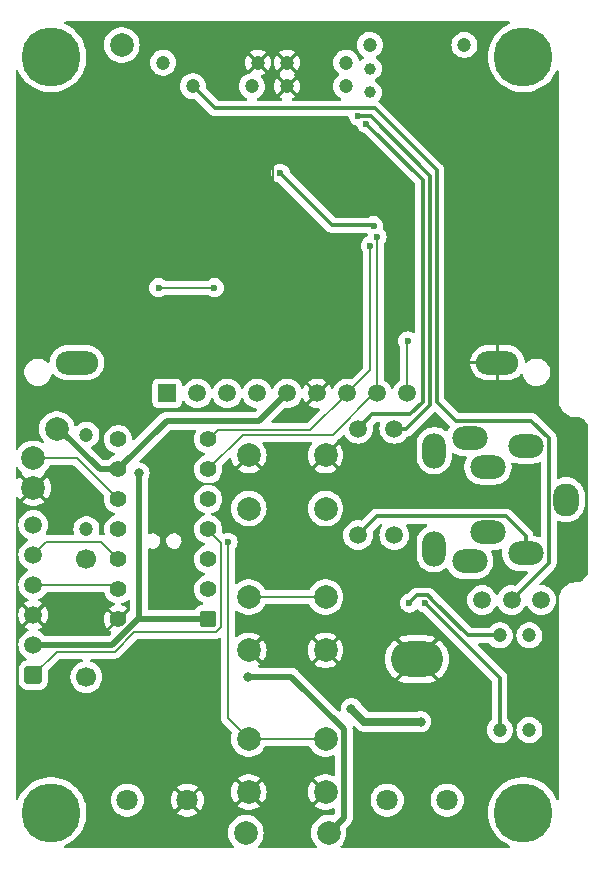
<source format=gtl>
G04 #@! TF.GenerationSoftware,KiCad,Pcbnew,7.0.8*
G04 #@! TF.CreationDate,2024-02-28T21:30:22+09:00*
G04 #@! TF.ProjectId,KT0913_Digital_Radio,4b543039-3133-45f4-9469-676974616c5f,rev?*
G04 #@! TF.SameCoordinates,Original*
G04 #@! TF.FileFunction,Copper,L1,Top*
G04 #@! TF.FilePolarity,Positive*
%FSLAX46Y46*%
G04 Gerber Fmt 4.6, Leading zero omitted, Abs format (unit mm)*
G04 Created by KiCad (PCBNEW 7.0.8) date 2024-02-28 21:30:22*
%MOMM*%
%LPD*%
G01*
G04 APERTURE LIST*
G04 Aperture macros list*
%AMFreePoly0*
4,1,21,-0.698500,0.419100,-0.677232,0.526022,-0.616666,0.616666,-0.526022,0.677232,-0.419100,0.698500,0.419100,0.698500,0.526022,0.677232,0.616666,0.616666,0.677232,0.526022,0.698500,0.419100,0.698500,-0.419100,0.677232,-0.526022,0.616666,-0.616666,0.526022,-0.677232,0.419100,-0.698500,-0.419100,-0.698500,-0.526022,-0.677232,-0.616666,-0.616666,-0.677232,-0.526022,-0.698500,-0.419100,
-0.698500,0.419100,-0.698500,0.419100,$1*%
%AMFreePoly1*
4,1,25,-0.750000,0.450000,-0.742031,0.518685,-0.697499,0.619541,-0.619541,0.697499,-0.518685,0.742031,-0.450000,0.750000,0.450000,0.750000,0.518685,0.742031,0.619541,0.697499,0.697499,0.619541,0.742031,0.518685,0.750000,0.450000,0.750000,-0.450000,0.742031,-0.518685,0.697499,-0.619541,0.619541,-0.697499,0.518685,-0.742031,0.450000,-0.750000,-0.450000,-0.750000,-0.518685,-0.742031,
-0.619541,-0.697499,-0.697499,-0.619541,-0.742031,-0.518685,-0.750000,-0.450000,-0.750000,0.450000,-0.750000,0.450000,$1*%
G04 Aperture macros list end*
G04 #@! TA.AperFunction,ComponentPad*
%ADD10FreePoly0,90.000000*%
G04 #@! TD*
G04 #@! TA.AperFunction,ComponentPad*
%ADD11C,1.397000*%
G04 #@! TD*
G04 #@! TA.AperFunction,ComponentPad*
%ADD12C,2.000000*%
G04 #@! TD*
G04 #@! TA.AperFunction,ComponentPad*
%ADD13C,5.000000*%
G04 #@! TD*
G04 #@! TA.AperFunction,ComponentPad*
%ADD14C,1.500000*%
G04 #@! TD*
G04 #@! TA.AperFunction,ComponentPad*
%ADD15C,1.200000*%
G04 #@! TD*
G04 #@! TA.AperFunction,ComponentPad*
%ADD16C,1.000000*%
G04 #@! TD*
G04 #@! TA.AperFunction,ComponentPad*
%ADD17C,1.800000*%
G04 #@! TD*
G04 #@! TA.AperFunction,ComponentPad*
%ADD18O,2.200000X2.800000*%
G04 #@! TD*
G04 #@! TA.AperFunction,ComponentPad*
%ADD19O,3.000000X2.000000*%
G04 #@! TD*
G04 #@! TA.AperFunction,ComponentPad*
%ADD20O,2.000000X3.000000*%
G04 #@! TD*
G04 #@! TA.AperFunction,ComponentPad*
%ADD21C,1.700000*%
G04 #@! TD*
G04 #@! TA.AperFunction,ComponentPad*
%ADD22R,1.500000X1.500000*%
G04 #@! TD*
G04 #@! TA.AperFunction,ComponentPad*
%ADD23O,3.600000X2.000000*%
G04 #@! TD*
G04 #@! TA.AperFunction,ComponentPad*
%ADD24O,4.400000X3.000000*%
G04 #@! TD*
G04 #@! TA.AperFunction,ComponentPad*
%ADD25FreePoly1,90.000000*%
G04 #@! TD*
G04 #@! TA.AperFunction,ViaPad*
%ADD26C,0.600000*%
G04 #@! TD*
G04 #@! TA.AperFunction,ViaPad*
%ADD27C,0.800000*%
G04 #@! TD*
G04 #@! TA.AperFunction,Conductor*
%ADD28C,0.500000*%
G04 #@! TD*
G04 #@! TA.AperFunction,Conductor*
%ADD29C,0.200000*%
G04 #@! TD*
G04 #@! TA.AperFunction,Conductor*
%ADD30C,0.700000*%
G04 #@! TD*
G04 #@! TA.AperFunction,Conductor*
%ADD31C,0.300000*%
G04 #@! TD*
G04 APERTURE END LIST*
D10*
X116310000Y-100620000D03*
D11*
X116310000Y-98080000D03*
X116310000Y-95540000D03*
X116310000Y-93000000D03*
X116310000Y-90460000D03*
X116310000Y-87920000D03*
X116310000Y-85380000D03*
X108690000Y-85380000D03*
X108690000Y-87920000D03*
X108690000Y-90460000D03*
X108690000Y-93000000D03*
X108690000Y-95540000D03*
X108690000Y-98080000D03*
X108690000Y-100620000D03*
D12*
X119750000Y-98750000D03*
X126250000Y-98750000D03*
X119750000Y-103250000D03*
X126250000Y-103250000D03*
D13*
X143000000Y-53000000D03*
D12*
X109000000Y-52000000D03*
D14*
X139500000Y-99000000D03*
X142000000Y-99000000D03*
X144500000Y-99000000D03*
D13*
X103000000Y-117000000D03*
D12*
X101500000Y-87000000D03*
X119500000Y-118700000D03*
D15*
X143500000Y-110000000D03*
X143500000Y-102000000D03*
D14*
X132059921Y-93500000D03*
X132059921Y-84500000D03*
D12*
X119750000Y-110750000D03*
X126250000Y-110750000D03*
X119750000Y-115250000D03*
X126250000Y-115250000D03*
D14*
X129000000Y-93500000D03*
X129000000Y-84500000D03*
D16*
X130000000Y-54000000D03*
X130000000Y-56000000D03*
D15*
X138000000Y-52000000D03*
X130000000Y-52000000D03*
D12*
X103500000Y-84500000D03*
X126250000Y-91250000D03*
X119750000Y-91250000D03*
X126250000Y-86750000D03*
X119750000Y-86750000D03*
D13*
X143000000Y-117000000D03*
D15*
X120000000Y-55500000D03*
X115000000Y-55500000D03*
D17*
X109460000Y-115936000D03*
X114540000Y-115936000D03*
D12*
X101500000Y-89500000D03*
D18*
X146600000Y-90500000D03*
X146600000Y-90500000D03*
D19*
X143200000Y-85950000D03*
X143200000Y-95050000D03*
X138450000Y-85280000D03*
X138450000Y-95720000D03*
D20*
X135450000Y-86350000D03*
X135450000Y-94650000D03*
D19*
X140000000Y-87730000D03*
X140000000Y-93270000D03*
D21*
X106000000Y-95500000D03*
X106000000Y-105500000D03*
D13*
X103000000Y-53000000D03*
D15*
X123000000Y-53500000D03*
X128000000Y-53500000D03*
X123000000Y-55500000D03*
X128000000Y-55500000D03*
D22*
X112840000Y-81500000D03*
D14*
X115380000Y-81500000D03*
X117920000Y-81500000D03*
X120460000Y-81500000D03*
X123000000Y-81500000D03*
X125540000Y-81500000D03*
X128080000Y-81500000D03*
X130620000Y-81500000D03*
X133160000Y-81500000D03*
D23*
X105200000Y-78900000D03*
X140800000Y-78900000D03*
D15*
X141000000Y-102000000D03*
X141000000Y-110000000D03*
D12*
X126500000Y-118700000D03*
D15*
X120500000Y-53500000D03*
X112500000Y-53500000D03*
X106000000Y-85000000D03*
X106000000Y-93000000D03*
D24*
X134000000Y-104000000D03*
D25*
X101500000Y-105350000D03*
D14*
X101500000Y-102810000D03*
X101500000Y-100270000D03*
X101500000Y-97730000D03*
X101500000Y-95190000D03*
X101500000Y-92650000D03*
D17*
X136540000Y-115936000D03*
X131460000Y-115936000D03*
D26*
X129690000Y-64410000D03*
X125000000Y-72700000D03*
X141000000Y-96400000D03*
X114150000Y-96580000D03*
X129700000Y-61500000D03*
X131900000Y-78000000D03*
X116000000Y-110000000D03*
X121800000Y-60790000D03*
X143000000Y-89000000D03*
X108000000Y-110000000D03*
X112500000Y-103100000D03*
X140000000Y-60000000D03*
X105000000Y-65000000D03*
X135000000Y-89000000D03*
D27*
X134300000Y-109300000D03*
X128440000Y-108200000D03*
X110450000Y-88250000D03*
X119680000Y-105480000D03*
D26*
X116840000Y-72560000D03*
X112110000Y-72550000D03*
X130020500Y-69000000D03*
X130620000Y-68220000D03*
X133200000Y-77050000D03*
X122420000Y-62860000D03*
X130310000Y-67300000D03*
X129020000Y-58030000D03*
X129699500Y-58679500D03*
X133350000Y-99250000D03*
X134650000Y-99250000D03*
X118000000Y-94100000D03*
D28*
X110440000Y-88260000D02*
X110440000Y-100540000D01*
X110440000Y-100540000D02*
X108170000Y-102810000D01*
X108170000Y-102810000D02*
X101500000Y-102810000D01*
X110450000Y-88250000D02*
X110440000Y-88260000D01*
D29*
X124870000Y-113860000D02*
X126270000Y-115260000D01*
X118300000Y-113770000D02*
X119790000Y-115260000D01*
X129690000Y-64410000D02*
X129690000Y-61510000D01*
X117340000Y-89160000D02*
X115360000Y-89160000D01*
X125540000Y-81500000D02*
X124420000Y-80380000D01*
X121140000Y-113860000D02*
X124870000Y-113860000D01*
X114540000Y-115936000D02*
X116706000Y-113770000D01*
X121810000Y-77770000D02*
X121810000Y-60800000D01*
X114150000Y-90370000D02*
X114150000Y-96580000D01*
X140800000Y-78900000D02*
X140700000Y-79000000D01*
X119750000Y-115250000D02*
X121140000Y-113860000D01*
X116706000Y-113770000D02*
X118300000Y-113770000D01*
X119750000Y-86750000D02*
X117340000Y-89160000D01*
X124420000Y-80380000D02*
X121810000Y-77770000D01*
X115360000Y-89160000D02*
X114150000Y-90370000D01*
X129690000Y-61510000D02*
X129700000Y-61500000D01*
X121810000Y-60800000D02*
X121800000Y-60790000D01*
D30*
X129540000Y-109300000D02*
X128440000Y-108200000D01*
X134300000Y-109300000D02*
X129540000Y-109300000D01*
D28*
X116310000Y-100620000D02*
X110370000Y-100620000D01*
X127780000Y-117430000D02*
X126520000Y-118690000D01*
X123340000Y-105480000D02*
X127780000Y-109920000D01*
X119680000Y-105480000D02*
X123340000Y-105480000D01*
X127780000Y-109920000D02*
X127780000Y-117430000D01*
X108690000Y-87920000D02*
X107120000Y-87920000D01*
X108690000Y-87920000D02*
X112800000Y-83810000D01*
X107120000Y-87920000D02*
X103700000Y-84500000D01*
X120610000Y-83810000D02*
X122970000Y-81450000D01*
X112800000Y-83810000D02*
X120610000Y-83810000D01*
D29*
X101500000Y-105350000D02*
X103490000Y-103360000D01*
X108397818Y-103360000D02*
X110057818Y-101700000D01*
X116940434Y-101700000D02*
X117400000Y-101240434D01*
X117400000Y-101240434D02*
X117400000Y-94180000D01*
X110057818Y-101700000D02*
X116940434Y-101700000D01*
X117400000Y-94180000D02*
X116260000Y-93040000D01*
X103490000Y-103360000D02*
X108397818Y-103360000D01*
X108300000Y-97730000D02*
X108620000Y-98050000D01*
X101500000Y-97730000D02*
X108300000Y-97730000D01*
X107220000Y-94100000D02*
X108640000Y-95520000D01*
X102590000Y-94100000D02*
X107220000Y-94100000D01*
X101500000Y-95190000D02*
X102590000Y-94100000D01*
X112110000Y-72550000D02*
X116830000Y-72550000D01*
X116830000Y-72550000D02*
X116840000Y-72560000D01*
X117100000Y-84590000D02*
X124960000Y-84590000D01*
X124960000Y-84590000D02*
X128030000Y-81520000D01*
X130020000Y-79560000D02*
X130020000Y-69000500D01*
X128080000Y-81500000D02*
X130020000Y-79560000D01*
X116310000Y-85380000D02*
X117100000Y-84590000D01*
X130020000Y-69000500D02*
X130020500Y-69000000D01*
X116310000Y-87920000D02*
X119240000Y-84990000D01*
X130460872Y-81420000D02*
X130640000Y-81420000D01*
X130620000Y-81500000D02*
X130620000Y-68220000D01*
X119240000Y-84990000D02*
X126890872Y-84990000D01*
X126890872Y-84990000D02*
X130460872Y-81420000D01*
X133160000Y-81500000D02*
X133160000Y-77040000D01*
D31*
X130280000Y-67270000D02*
X126830000Y-67270000D01*
X130310000Y-67300000D02*
X130280000Y-67270000D01*
X126830000Y-67270000D02*
X122420000Y-62860000D01*
X135650000Y-82200000D02*
X137250000Y-83800000D01*
X145150000Y-95860000D02*
X142000000Y-99010000D01*
X130410000Y-57380000D02*
X135650000Y-62620000D01*
X137250000Y-83800000D02*
X143670000Y-83800000D01*
X145150000Y-85280000D02*
X145150000Y-95860000D01*
X115000000Y-55500000D02*
X116880000Y-57380000D01*
X135650000Y-62620000D02*
X135650000Y-82200000D01*
X143670000Y-83800000D02*
X145150000Y-85280000D01*
X116880000Y-57380000D02*
X130410000Y-57380000D01*
X133090000Y-84500000D02*
X132059921Y-84500000D01*
X129020000Y-58030000D02*
X130070000Y-58030000D01*
X135130000Y-63090000D02*
X135130000Y-82460000D01*
X130070000Y-58030000D02*
X135130000Y-63090000D01*
X135130000Y-82460000D02*
X133090000Y-84500000D01*
X130220000Y-83280000D02*
X129000000Y-84500000D01*
X129699500Y-58679500D02*
X134470000Y-63450000D01*
X134470000Y-63450000D02*
X134470000Y-82190000D01*
X134470000Y-82190000D02*
X133380000Y-83280000D01*
X133380000Y-83280000D02*
X130220000Y-83280000D01*
X141560000Y-91920000D02*
X143200000Y-93560000D01*
X129000000Y-93500000D02*
X130580000Y-91920000D01*
X130580000Y-91920000D02*
X141560000Y-91920000D01*
X143200000Y-93560000D02*
X143200000Y-95050000D01*
X134000000Y-98600000D02*
X134919239Y-98600000D01*
X134919239Y-98600000D02*
X135300000Y-98980761D01*
X133350000Y-99250000D02*
X134000000Y-98600000D01*
X138300000Y-102000000D02*
X141000000Y-102000000D01*
X135300000Y-99000000D02*
X138300000Y-102000000D01*
X135300000Y-98980761D02*
X135300000Y-99000000D01*
X141000000Y-105600000D02*
X141000000Y-110000000D01*
X134650000Y-99250000D02*
X141000000Y-105600000D01*
D29*
X119750000Y-98750000D02*
X126240000Y-98750000D01*
X118000000Y-94100000D02*
X118000000Y-109000000D01*
X126340000Y-110750000D02*
X126360000Y-110730000D01*
X119750000Y-110750000D02*
X126340000Y-110750000D01*
X118000000Y-109000000D02*
X119750000Y-110750000D01*
X101500000Y-87000000D02*
X105200000Y-87000000D01*
X105200000Y-87000000D02*
X108670000Y-90470000D01*
G04 #@! TA.AperFunction,Conductor*
G36*
X104966942Y-87620185D02*
G01*
X104987584Y-87636819D01*
X107473254Y-90122489D01*
X107506739Y-90183812D01*
X107505342Y-90232722D01*
X107507419Y-90233111D01*
X107506365Y-90238745D01*
X107485863Y-90459999D01*
X107485863Y-90460000D01*
X107506365Y-90681259D01*
X107506366Y-90681261D01*
X107567174Y-90894979D01*
X107567180Y-90894994D01*
X107666222Y-91093896D01*
X107800133Y-91271224D01*
X107964344Y-91420921D01*
X107964346Y-91420923D01*
X108153266Y-91537897D01*
X108153272Y-91537900D01*
X108195693Y-91554333D01*
X108350675Y-91614374D01*
X108406074Y-91656946D01*
X108429665Y-91722713D01*
X108413954Y-91790793D01*
X108363930Y-91839572D01*
X108350684Y-91845621D01*
X108271371Y-91876348D01*
X108153272Y-91922099D01*
X108153266Y-91922102D01*
X107964346Y-92039076D01*
X107964344Y-92039078D01*
X107800133Y-92188775D01*
X107666222Y-92366103D01*
X107567180Y-92565005D01*
X107567174Y-92565020D01*
X107506366Y-92778738D01*
X107506365Y-92778740D01*
X107485863Y-92999999D01*
X107485863Y-93000000D01*
X107506365Y-93221259D01*
X107506366Y-93221261D01*
X107548240Y-93368432D01*
X107547654Y-93438299D01*
X107509387Y-93496758D01*
X107445589Y-93525248D01*
X107381526Y-93516929D01*
X107376765Y-93514957D01*
X107376760Y-93514955D01*
X107259361Y-93499500D01*
X107220000Y-93494318D01*
X107184670Y-93498969D01*
X107176572Y-93499500D01*
X107166261Y-93499500D01*
X107099222Y-93479815D01*
X107053467Y-93427011D01*
X107043523Y-93357853D01*
X107046995Y-93341566D01*
X107074718Y-93244129D01*
X107086397Y-93203083D01*
X107105215Y-93000000D01*
X107086397Y-92796917D01*
X107030582Y-92600750D01*
X107025321Y-92590185D01*
X106946565Y-92432020D01*
X106939673Y-92418179D01*
X106870722Y-92326873D01*
X106816762Y-92255418D01*
X106666041Y-92118019D01*
X106666039Y-92118017D01*
X106492642Y-92010655D01*
X106492635Y-92010651D01*
X106378940Y-91966606D01*
X106302456Y-91936976D01*
X106101976Y-91899500D01*
X105898024Y-91899500D01*
X105697544Y-91936976D01*
X105697541Y-91936976D01*
X105697541Y-91936977D01*
X105507364Y-92010651D01*
X105507357Y-92010655D01*
X105333960Y-92118017D01*
X105333958Y-92118019D01*
X105183237Y-92255418D01*
X105060327Y-92418178D01*
X104969422Y-92600739D01*
X104969417Y-92600752D01*
X104913602Y-92796917D01*
X104894785Y-92999999D01*
X104894785Y-93000000D01*
X104913602Y-93203082D01*
X104913603Y-93203084D01*
X104953005Y-93341566D01*
X104952419Y-93411433D01*
X104914152Y-93469892D01*
X104850355Y-93498382D01*
X104833739Y-93499500D01*
X102669955Y-93499500D01*
X102602916Y-93479815D01*
X102557161Y-93427011D01*
X102547217Y-93357853D01*
X102568379Y-93304377D01*
X102587102Y-93277639D01*
X102679575Y-93079330D01*
X102736207Y-92867977D01*
X102755277Y-92650000D01*
X102755233Y-92649500D01*
X102750044Y-92590185D01*
X102736207Y-92432023D01*
X102686020Y-92244723D01*
X102679577Y-92220677D01*
X102679576Y-92220676D01*
X102679575Y-92220670D01*
X102587102Y-92022362D01*
X102587100Y-92022359D01*
X102587099Y-92022357D01*
X102461599Y-91843124D01*
X102409268Y-91790793D01*
X102306877Y-91688402D01*
X102127639Y-91562898D01*
X102127640Y-91562898D01*
X102127638Y-91562897D01*
X101988087Y-91497824D01*
X101929330Y-91470425D01*
X101929326Y-91470424D01*
X101929322Y-91470422D01*
X101717977Y-91413793D01*
X101500002Y-91394723D01*
X101499998Y-91394723D01*
X101354682Y-91407436D01*
X101282023Y-91413793D01*
X101282020Y-91413793D01*
X101070677Y-91470422D01*
X101070668Y-91470426D01*
X100872361Y-91562898D01*
X100872357Y-91562900D01*
X100693121Y-91688402D01*
X100538402Y-91843121D01*
X100412900Y-92022357D01*
X100412898Y-92022361D01*
X100320426Y-92220668D01*
X100320422Y-92220677D01*
X100263793Y-92432020D01*
X100263793Y-92432024D01*
X100248028Y-92612221D01*
X100233800Y-92648593D01*
X100243477Y-92663650D01*
X100248028Y-92687778D01*
X100263793Y-92867975D01*
X100263793Y-92867979D01*
X100320422Y-93079322D01*
X100320424Y-93079326D01*
X100320425Y-93079330D01*
X100320828Y-93080194D01*
X100412897Y-93277638D01*
X100428276Y-93299601D01*
X100538402Y-93456877D01*
X100693123Y-93611598D01*
X100849121Y-93720829D01*
X100872361Y-93737102D01*
X101023583Y-93807618D01*
X101076022Y-93853790D01*
X101095174Y-93920984D01*
X101074958Y-93987865D01*
X101023583Y-94032382D01*
X100872361Y-94102898D01*
X100872357Y-94102900D01*
X100693121Y-94228402D01*
X100538402Y-94383121D01*
X100412900Y-94562357D01*
X100412898Y-94562361D01*
X100320426Y-94760668D01*
X100320422Y-94760677D01*
X100263793Y-94972020D01*
X100263793Y-94972024D01*
X100248028Y-95152221D01*
X100233800Y-95188593D01*
X100243477Y-95203650D01*
X100248028Y-95227778D01*
X100251248Y-95264586D01*
X100262904Y-95397821D01*
X100263793Y-95407975D01*
X100263793Y-95407979D01*
X100320422Y-95619322D01*
X100320424Y-95619326D01*
X100320425Y-95619330D01*
X100329542Y-95638881D01*
X100412897Y-95817638D01*
X100424962Y-95834868D01*
X100538402Y-95996877D01*
X100693123Y-96151598D01*
X100872360Y-96277101D01*
X100872361Y-96277102D01*
X101023583Y-96347618D01*
X101076022Y-96393790D01*
X101095174Y-96460984D01*
X101074958Y-96527865D01*
X101023583Y-96572382D01*
X100872361Y-96642898D01*
X100872357Y-96642900D01*
X100693121Y-96768402D01*
X100538402Y-96923121D01*
X100412900Y-97102357D01*
X100412898Y-97102361D01*
X100364986Y-97205109D01*
X100325201Y-97290429D01*
X100320426Y-97300668D01*
X100320422Y-97300677D01*
X100263793Y-97512020D01*
X100263793Y-97512024D01*
X100248028Y-97692221D01*
X100233800Y-97728593D01*
X100243477Y-97743650D01*
X100248028Y-97767778D01*
X100249378Y-97783214D01*
X100263728Y-97947239D01*
X100263793Y-97947973D01*
X100263793Y-97947979D01*
X100320422Y-98159322D01*
X100320424Y-98159326D01*
X100320425Y-98159330D01*
X100366661Y-98258484D01*
X100412897Y-98357638D01*
X100423206Y-98372361D01*
X100538402Y-98536877D01*
X100693123Y-98691598D01*
X100872360Y-98817101D01*
X100872361Y-98817102D01*
X101024175Y-98887894D01*
X101076614Y-98934066D01*
X101095766Y-99001260D01*
X101075550Y-99068141D01*
X101024175Y-99112658D01*
X100872614Y-99183332D01*
X100872612Y-99183333D01*
X100727249Y-99285117D01*
X100727248Y-99285117D01*
X101268281Y-99826149D01*
X101226900Y-99845048D01*
X101118239Y-99939202D01*
X101055185Y-100037316D01*
X100515117Y-99497248D01*
X100515117Y-99497249D01*
X100413333Y-99642612D01*
X100413332Y-99642614D01*
X100320898Y-99840840D01*
X100320894Y-99840849D01*
X100264289Y-100052105D01*
X100264287Y-100052115D01*
X100248028Y-100237961D01*
X100236591Y-100267197D01*
X100243477Y-100277911D01*
X100248028Y-100302038D01*
X100264287Y-100487884D01*
X100264289Y-100487894D01*
X100320894Y-100699150D01*
X100320898Y-100699159D01*
X100413333Y-100897387D01*
X100515117Y-101042750D01*
X101055184Y-100502683D01*
X101118239Y-100600798D01*
X101226900Y-100694952D01*
X101268280Y-100713850D01*
X100727248Y-101254881D01*
X100872613Y-101356667D01*
X100872615Y-101356668D01*
X101024174Y-101427341D01*
X101076614Y-101473513D01*
X101095766Y-101540706D01*
X101075551Y-101607588D01*
X101024176Y-101652105D01*
X100872358Y-101722900D01*
X100872357Y-101722900D01*
X100693121Y-101848402D01*
X100538402Y-102003121D01*
X100412900Y-102182357D01*
X100412898Y-102182361D01*
X100320426Y-102380668D01*
X100320422Y-102380677D01*
X100263793Y-102592020D01*
X100263793Y-102592024D01*
X100248028Y-102772221D01*
X100233800Y-102808593D01*
X100243477Y-102823650D01*
X100248028Y-102847778D01*
X100249288Y-102862181D01*
X100260413Y-102989348D01*
X100263793Y-103027975D01*
X100263793Y-103027979D01*
X100320422Y-103239322D01*
X100320424Y-103239326D01*
X100320425Y-103239330D01*
X100366287Y-103337681D01*
X100412897Y-103437638D01*
X100412898Y-103437639D01*
X100538402Y-103616877D01*
X100693123Y-103771598D01*
X100872361Y-103897102D01*
X100872362Y-103897102D01*
X100876796Y-103900207D01*
X100876150Y-103901129D01*
X100920465Y-103947601D01*
X100933691Y-104016208D01*
X100907726Y-104081073D01*
X100851207Y-104121467D01*
X100700480Y-104174209D01*
X100547737Y-104270184D01*
X100420184Y-104397737D01*
X100324211Y-104550476D01*
X100264631Y-104720745D01*
X100264630Y-104720750D01*
X100249500Y-104855039D01*
X100249500Y-105844960D01*
X100264630Y-105979249D01*
X100264631Y-105979254D01*
X100324211Y-106149523D01*
X100375093Y-106230500D01*
X100420184Y-106302262D01*
X100547738Y-106429816D01*
X100700478Y-106525789D01*
X100870745Y-106585368D01*
X100870750Y-106585369D01*
X100961246Y-106595565D01*
X101005040Y-106600499D01*
X101005043Y-106600500D01*
X101005046Y-106600500D01*
X101994957Y-106600500D01*
X101994958Y-106600499D01*
X102062104Y-106592934D01*
X102129249Y-106585369D01*
X102129252Y-106585368D01*
X102129255Y-106585368D01*
X102299522Y-106525789D01*
X102452262Y-106429816D01*
X102579816Y-106302262D01*
X102675789Y-106149522D01*
X102735368Y-105979255D01*
X102750500Y-105844954D01*
X102750500Y-105000097D01*
X102770185Y-104933058D01*
X102786819Y-104912416D01*
X103702416Y-103996819D01*
X103763739Y-103963334D01*
X103790097Y-103960500D01*
X105585685Y-103960500D01*
X105652724Y-103980185D01*
X105698479Y-104032989D01*
X105708423Y-104102147D01*
X105679398Y-104165703D01*
X105620620Y-104203477D01*
X105617778Y-104204275D01*
X105536344Y-104226094D01*
X105536335Y-104226098D01*
X105322171Y-104325964D01*
X105322169Y-104325965D01*
X105128597Y-104461505D01*
X104961505Y-104628597D01*
X104825965Y-104822169D01*
X104825964Y-104822171D01*
X104726098Y-105036335D01*
X104726094Y-105036344D01*
X104664938Y-105264586D01*
X104664936Y-105264596D01*
X104644341Y-105499999D01*
X104644341Y-105500000D01*
X104664936Y-105735403D01*
X104664938Y-105735413D01*
X104726094Y-105963655D01*
X104726096Y-105963659D01*
X104726097Y-105963663D01*
X104748737Y-106012214D01*
X104825965Y-106177830D01*
X104825967Y-106177834D01*
X104913093Y-106302262D01*
X104961505Y-106371401D01*
X105128599Y-106538495D01*
X105195541Y-106585368D01*
X105322165Y-106674032D01*
X105322167Y-106674033D01*
X105322170Y-106674035D01*
X105536337Y-106773903D01*
X105764592Y-106835063D01*
X105952918Y-106851539D01*
X105999999Y-106855659D01*
X106000000Y-106855659D01*
X106000001Y-106855659D01*
X106039234Y-106852226D01*
X106235408Y-106835063D01*
X106463663Y-106773903D01*
X106677830Y-106674035D01*
X106871401Y-106538495D01*
X107038495Y-106371401D01*
X107174035Y-106177830D01*
X107273903Y-105963663D01*
X107335063Y-105735408D01*
X107355659Y-105500000D01*
X107352831Y-105467682D01*
X107346191Y-105391784D01*
X107335063Y-105264592D01*
X107273903Y-105036337D01*
X107174035Y-104822171D01*
X107161609Y-104804424D01*
X107038494Y-104628597D01*
X106871402Y-104461506D01*
X106871395Y-104461501D01*
X106677834Y-104325967D01*
X106677830Y-104325965D01*
X106677828Y-104325964D01*
X106463663Y-104226097D01*
X106463659Y-104226096D01*
X106463655Y-104226094D01*
X106382222Y-104204275D01*
X106322561Y-104167910D01*
X106292032Y-104105063D01*
X106300326Y-104035688D01*
X106344812Y-103981810D01*
X106411364Y-103960535D01*
X106414315Y-103960500D01*
X108354390Y-103960500D01*
X108362488Y-103961030D01*
X108397818Y-103965682D01*
X108397819Y-103965682D01*
X108450072Y-103958802D01*
X108554580Y-103945044D01*
X108700659Y-103884536D01*
X108826100Y-103788282D01*
X108847802Y-103759998D01*
X108853128Y-103753923D01*
X110270234Y-102336819D01*
X110331557Y-102303334D01*
X110357915Y-102300500D01*
X116897006Y-102300500D01*
X116905104Y-102301030D01*
X116940434Y-102305682D01*
X116940435Y-102305682D01*
X116992688Y-102298802D01*
X117097196Y-102285044D01*
X117228049Y-102230842D01*
X117297516Y-102223374D01*
X117359996Y-102254649D01*
X117395648Y-102314738D01*
X117399500Y-102345404D01*
X117399500Y-108956571D01*
X117398969Y-108964673D01*
X117394318Y-108999999D01*
X117394318Y-109000000D01*
X117399500Y-109039360D01*
X117414955Y-109156760D01*
X117414956Y-109156762D01*
X117473133Y-109297215D01*
X117475464Y-109302841D01*
X117571718Y-109428282D01*
X117599995Y-109449980D01*
X117606085Y-109455320D01*
X117975980Y-109825215D01*
X118293482Y-110142717D01*
X118326967Y-110204040D01*
X118326007Y-110260838D01*
X118264892Y-110502174D01*
X118264890Y-110502187D01*
X118244357Y-110749994D01*
X118244357Y-110750005D01*
X118264890Y-110997812D01*
X118264892Y-110997824D01*
X118325936Y-111238881D01*
X118425826Y-111466606D01*
X118561833Y-111674782D01*
X118561836Y-111674785D01*
X118730256Y-111857738D01*
X118926491Y-112010474D01*
X118926493Y-112010475D01*
X119144478Y-112128443D01*
X119145190Y-112128828D01*
X119364141Y-112203994D01*
X119378294Y-112208853D01*
X119380386Y-112209571D01*
X119625665Y-112250500D01*
X119874335Y-112250500D01*
X120119614Y-112209571D01*
X120354810Y-112128828D01*
X120573509Y-112010474D01*
X120769744Y-111857738D01*
X120938164Y-111674785D01*
X121074173Y-111466607D01*
X121092560Y-111424689D01*
X121137517Y-111371204D01*
X121204253Y-111350514D01*
X121206116Y-111350500D01*
X124793884Y-111350500D01*
X124860923Y-111370185D01*
X124906678Y-111422989D01*
X124907440Y-111424689D01*
X124925827Y-111466608D01*
X125061833Y-111674782D01*
X125061836Y-111674785D01*
X125230256Y-111857738D01*
X125426491Y-112010474D01*
X125426493Y-112010475D01*
X125644478Y-112128443D01*
X125645190Y-112128828D01*
X125864141Y-112203994D01*
X125878294Y-112208853D01*
X125880386Y-112209571D01*
X126125665Y-112250500D01*
X126374335Y-112250500D01*
X126619614Y-112209571D01*
X126854810Y-112128828D01*
X126854820Y-112128822D01*
X126855687Y-112128443D01*
X126856079Y-112128392D01*
X126859661Y-112127163D01*
X126859913Y-112127899D01*
X126924987Y-112119539D01*
X126988100Y-112149514D01*
X127024988Y-112208853D01*
X127029500Y-112241998D01*
X127029500Y-113758550D01*
X127009815Y-113825589D01*
X126957011Y-113871344D01*
X126887853Y-113881288D01*
X126859493Y-113873193D01*
X126859458Y-113873297D01*
X126857491Y-113872622D01*
X126855705Y-113872112D01*
X126854618Y-113871635D01*
X126619493Y-113790916D01*
X126374293Y-113750000D01*
X126125707Y-113750000D01*
X125880506Y-113790916D01*
X125645396Y-113871630D01*
X125645385Y-113871635D01*
X125426768Y-113989944D01*
X125426765Y-113989946D01*
X125300418Y-114088285D01*
X125300418Y-114088286D01*
X125942105Y-114729973D01*
X125822075Y-114822075D01*
X125729973Y-114942104D01*
X125086753Y-114298884D01*
X125086752Y-114298884D01*
X125062237Y-114325516D01*
X124926266Y-114533635D01*
X124826412Y-114761282D01*
X124765387Y-115002261D01*
X124765385Y-115002270D01*
X124744859Y-115249994D01*
X124744859Y-115250005D01*
X124765385Y-115497729D01*
X124765387Y-115497738D01*
X124826412Y-115738717D01*
X124926267Y-115966367D01*
X125062227Y-116174470D01*
X125086753Y-116201113D01*
X125729972Y-115557894D01*
X125822075Y-115677925D01*
X125942103Y-115770026D01*
X125300418Y-116411712D01*
X125426768Y-116510055D01*
X125426771Y-116510057D01*
X125645385Y-116628364D01*
X125645396Y-116628369D01*
X125880506Y-116709083D01*
X126125707Y-116750000D01*
X126374293Y-116750000D01*
X126619493Y-116709083D01*
X126854601Y-116628370D01*
X126855681Y-116627897D01*
X126856160Y-116627835D01*
X126859459Y-116626703D01*
X126859691Y-116627381D01*
X126924980Y-116618989D01*
X126988095Y-116648961D01*
X127024986Y-116708297D01*
X127029500Y-116741449D01*
X127029500Y-117067768D01*
X127009815Y-117134807D01*
X126993180Y-117155450D01*
X126947815Y-117200814D01*
X126886492Y-117234299D01*
X126839726Y-117235441D01*
X126624335Y-117199500D01*
X126375665Y-117199500D01*
X126130383Y-117240429D01*
X125895197Y-117321169D01*
X125895188Y-117321172D01*
X125676493Y-117439524D01*
X125480257Y-117592261D01*
X125311833Y-117775217D01*
X125175826Y-117983393D01*
X125075936Y-118211118D01*
X125014892Y-118452175D01*
X125014890Y-118452187D01*
X124994357Y-118699994D01*
X124994357Y-118700005D01*
X125014890Y-118947812D01*
X125014892Y-118947824D01*
X125075936Y-119188881D01*
X125175826Y-119416606D01*
X125311833Y-119624782D01*
X125360027Y-119677134D01*
X125438694Y-119762590D01*
X125465324Y-119791517D01*
X125496246Y-119854172D01*
X125488386Y-119923598D01*
X125444239Y-119977753D01*
X125377821Y-119999444D01*
X125374094Y-119999500D01*
X120625906Y-119999500D01*
X120558867Y-119979815D01*
X120513112Y-119927011D01*
X120503168Y-119857853D01*
X120532193Y-119794297D01*
X120534676Y-119791517D01*
X120541864Y-119783709D01*
X120688164Y-119624785D01*
X120824173Y-119416607D01*
X120924063Y-119188881D01*
X120985108Y-118947821D01*
X120988750Y-118903870D01*
X121005643Y-118700005D01*
X121005643Y-118699994D01*
X120985109Y-118452187D01*
X120985107Y-118452175D01*
X120924063Y-118211118D01*
X120824173Y-117983393D01*
X120688166Y-117775217D01*
X120612603Y-117693134D01*
X120519744Y-117592262D01*
X120323509Y-117439526D01*
X120323507Y-117439525D01*
X120323506Y-117439524D01*
X120104811Y-117321172D01*
X120104802Y-117321169D01*
X119869616Y-117240429D01*
X119624335Y-117199500D01*
X119375665Y-117199500D01*
X119130383Y-117240429D01*
X118895197Y-117321169D01*
X118895188Y-117321172D01*
X118676493Y-117439524D01*
X118480257Y-117592261D01*
X118311833Y-117775217D01*
X118175826Y-117983393D01*
X118075936Y-118211118D01*
X118014892Y-118452175D01*
X118014890Y-118452187D01*
X117994357Y-118699994D01*
X117994357Y-118700005D01*
X118014890Y-118947812D01*
X118014892Y-118947824D01*
X118075936Y-119188881D01*
X118175826Y-119416606D01*
X118311833Y-119624782D01*
X118360027Y-119677134D01*
X118438694Y-119762590D01*
X118465324Y-119791517D01*
X118496246Y-119854172D01*
X118488386Y-119923598D01*
X118444239Y-119977753D01*
X118377821Y-119999444D01*
X118374094Y-119999500D01*
X104235057Y-119999500D01*
X104168018Y-119979815D01*
X104122263Y-119927011D01*
X104112319Y-119857853D01*
X104141344Y-119794297D01*
X104187660Y-119762409D01*
X104187141Y-119761205D01*
X104190436Y-119759782D01*
X104190451Y-119759777D01*
X104502793Y-119602913D01*
X104794811Y-119410849D01*
X105062558Y-119186183D01*
X105302412Y-118931953D01*
X105511130Y-118651596D01*
X105685889Y-118348904D01*
X105824326Y-118027971D01*
X105924569Y-117693136D01*
X105925399Y-117688433D01*
X105985260Y-117348938D01*
X105985259Y-117348938D01*
X105985262Y-117348927D01*
X106005585Y-117000000D01*
X105985262Y-116651073D01*
X105981258Y-116628364D01*
X105924571Y-116306872D01*
X105924569Y-116306865D01*
X105924569Y-116306864D01*
X105824326Y-115972029D01*
X105808787Y-115936006D01*
X108054700Y-115936006D01*
X108073864Y-116167297D01*
X108073866Y-116167308D01*
X108130842Y-116392300D01*
X108224075Y-116604848D01*
X108351016Y-116799147D01*
X108351019Y-116799151D01*
X108351021Y-116799153D01*
X108508216Y-116969913D01*
X108508219Y-116969915D01*
X108508222Y-116969918D01*
X108691365Y-117112464D01*
X108691371Y-117112468D01*
X108691374Y-117112470D01*
X108770794Y-117155450D01*
X108894652Y-117222479D01*
X108895497Y-117222936D01*
X109009487Y-117262068D01*
X109115015Y-117298297D01*
X109115017Y-117298297D01*
X109115019Y-117298298D01*
X109343951Y-117336500D01*
X109343952Y-117336500D01*
X109576048Y-117336500D01*
X109576049Y-117336500D01*
X109804981Y-117298298D01*
X110024503Y-117222936D01*
X110228626Y-117112470D01*
X110260960Y-117087304D01*
X110290129Y-117064600D01*
X110411784Y-116969913D01*
X110568979Y-116799153D01*
X110695924Y-116604849D01*
X110789157Y-116392300D01*
X110846134Y-116167305D01*
X110846135Y-116167297D01*
X110865300Y-115936006D01*
X110865300Y-115936005D01*
X113135202Y-115936005D01*
X113154361Y-116167218D01*
X113211317Y-116392135D01*
X113304515Y-116604606D01*
X113431418Y-116798846D01*
X113431422Y-116798851D01*
X113447524Y-116816341D01*
X113447525Y-116816341D01*
X114019972Y-116243894D01*
X114112075Y-116363925D01*
X114232104Y-116456026D01*
X113661676Y-117026454D01*
X113771649Y-117112050D01*
X113975697Y-117222476D01*
X113975706Y-117222479D01*
X114195139Y-117297811D01*
X114423993Y-117336000D01*
X114656007Y-117336000D01*
X114884860Y-117297811D01*
X115104293Y-117222479D01*
X115104302Y-117222476D01*
X115308353Y-117112048D01*
X115418322Y-117026455D01*
X115418322Y-117026454D01*
X114847894Y-116456026D01*
X114967925Y-116363925D01*
X115060026Y-116243895D01*
X115632473Y-116816342D01*
X115632474Y-116816341D01*
X115648584Y-116798843D01*
X115775483Y-116604609D01*
X115868682Y-116392135D01*
X115925638Y-116167218D01*
X115944798Y-115936005D01*
X115944798Y-115935994D01*
X115925638Y-115704781D01*
X115868682Y-115479864D01*
X115775484Y-115267393D01*
X115764124Y-115250005D01*
X118244859Y-115250005D01*
X118265385Y-115497729D01*
X118265387Y-115497738D01*
X118326412Y-115738717D01*
X118426267Y-115966367D01*
X118562227Y-116174470D01*
X118586753Y-116201113D01*
X119229972Y-115557894D01*
X119322075Y-115677925D01*
X119442104Y-115770026D01*
X118800418Y-116411712D01*
X118926768Y-116510055D01*
X118926771Y-116510057D01*
X119145385Y-116628364D01*
X119145396Y-116628369D01*
X119380506Y-116709083D01*
X119625707Y-116750000D01*
X119874293Y-116750000D01*
X120119493Y-116709083D01*
X120354603Y-116628369D01*
X120354614Y-116628364D01*
X120573230Y-116510056D01*
X120573235Y-116510052D01*
X120699580Y-116411713D01*
X120699580Y-116411712D01*
X120057894Y-115770026D01*
X120177925Y-115677925D01*
X120270026Y-115557895D01*
X120913244Y-116201113D01*
X120913246Y-116201113D01*
X120937769Y-116174475D01*
X121073732Y-115966367D01*
X121173587Y-115738717D01*
X121234612Y-115497738D01*
X121234614Y-115497729D01*
X121255141Y-115250005D01*
X121255141Y-115249994D01*
X121234614Y-115002270D01*
X121234612Y-115002261D01*
X121173587Y-114761282D01*
X121073732Y-114533632D01*
X120937770Y-114325525D01*
X120913245Y-114298885D01*
X120270026Y-114942104D01*
X120177925Y-114822075D01*
X120057894Y-114729973D01*
X120699580Y-114088286D01*
X120699580Y-114088285D01*
X120573236Y-113989947D01*
X120573231Y-113989944D01*
X120354614Y-113871635D01*
X120354603Y-113871630D01*
X120119493Y-113790916D01*
X119874293Y-113750000D01*
X119625707Y-113750000D01*
X119380506Y-113790916D01*
X119145396Y-113871630D01*
X119145385Y-113871635D01*
X118926768Y-113989944D01*
X118926765Y-113989946D01*
X118800418Y-114088285D01*
X118800418Y-114088286D01*
X119442105Y-114729973D01*
X119322075Y-114822075D01*
X119229973Y-114942104D01*
X118586753Y-114298884D01*
X118586752Y-114298884D01*
X118562237Y-114325516D01*
X118426266Y-114533635D01*
X118326412Y-114761282D01*
X118265387Y-115002261D01*
X118265385Y-115002270D01*
X118244859Y-115249994D01*
X118244859Y-115250005D01*
X115764124Y-115250005D01*
X115648581Y-115073153D01*
X115648577Y-115073148D01*
X115632474Y-115055657D01*
X115632473Y-115055657D01*
X115060026Y-115628104D01*
X114967925Y-115508075D01*
X114847894Y-115415973D01*
X115418322Y-114845544D01*
X115418322Y-114845543D01*
X115308349Y-114759948D01*
X115104302Y-114649523D01*
X115104293Y-114649520D01*
X114884860Y-114574188D01*
X114656007Y-114536000D01*
X114423993Y-114536000D01*
X114195139Y-114574188D01*
X113975706Y-114649520D01*
X113975697Y-114649523D01*
X113771646Y-114759951D01*
X113661676Y-114845543D01*
X113661676Y-114845544D01*
X114232105Y-115415973D01*
X114112075Y-115508075D01*
X114019972Y-115628104D01*
X113447525Y-115055657D01*
X113447524Y-115055657D01*
X113431414Y-115073157D01*
X113304516Y-115267390D01*
X113211317Y-115479864D01*
X113154361Y-115704781D01*
X113135202Y-115935994D01*
X113135202Y-115936005D01*
X110865300Y-115936005D01*
X110865300Y-115935993D01*
X110846135Y-115704702D01*
X110846133Y-115704691D01*
X110789157Y-115479699D01*
X110695924Y-115267151D01*
X110568983Y-115072852D01*
X110568980Y-115072849D01*
X110568979Y-115072847D01*
X110411784Y-114902087D01*
X110411779Y-114902083D01*
X110411777Y-114902081D01*
X110228634Y-114759535D01*
X110228628Y-114759531D01*
X110024504Y-114649064D01*
X110024495Y-114649061D01*
X109804984Y-114573702D01*
X109633282Y-114545050D01*
X109576049Y-114535500D01*
X109343951Y-114535500D01*
X109298164Y-114543140D01*
X109115015Y-114573702D01*
X108895504Y-114649061D01*
X108895495Y-114649064D01*
X108691371Y-114759531D01*
X108691365Y-114759535D01*
X108508222Y-114902081D01*
X108508219Y-114902084D01*
X108508216Y-114902086D01*
X108508216Y-114902087D01*
X108466492Y-114947412D01*
X108351016Y-115072852D01*
X108224075Y-115267151D01*
X108130842Y-115479699D01*
X108073866Y-115704691D01*
X108073864Y-115704702D01*
X108054700Y-115935993D01*
X108054700Y-115936006D01*
X105808787Y-115936006D01*
X105685889Y-115651096D01*
X105511130Y-115348404D01*
X105511129Y-115348402D01*
X105302415Y-115068050D01*
X105302410Y-115068044D01*
X105186433Y-114945117D01*
X105062558Y-114813817D01*
X104866209Y-114649061D01*
X104794813Y-114589152D01*
X104794805Y-114589146D01*
X104502796Y-114397088D01*
X104190458Y-114240226D01*
X104190452Y-114240223D01*
X103862012Y-114120681D01*
X103862009Y-114120680D01*
X103521915Y-114040077D01*
X103478519Y-114035004D01*
X103174759Y-113999500D01*
X102825241Y-113999500D01*
X102521480Y-114035004D01*
X102478085Y-114040077D01*
X102478083Y-114040077D01*
X102137990Y-114120680D01*
X102137987Y-114120681D01*
X101809547Y-114240223D01*
X101809541Y-114240226D01*
X101497203Y-114397088D01*
X101205194Y-114589146D01*
X101205186Y-114589152D01*
X100937442Y-114813817D01*
X100937440Y-114813819D01*
X100697589Y-115068044D01*
X100697584Y-115068050D01*
X100488870Y-115348402D01*
X100314113Y-115651091D01*
X100314107Y-115651104D01*
X100238359Y-115826708D01*
X100193731Y-115880468D01*
X100127123Y-115901566D01*
X100059682Y-115883304D01*
X100012820Y-115831480D01*
X100000500Y-115777594D01*
X100000500Y-102858585D01*
X100015074Y-102808949D01*
X100002931Y-102785846D01*
X100000500Y-102761414D01*
X100000500Y-100312846D01*
X100012912Y-100270575D01*
X100002931Y-100251585D01*
X100000500Y-100227153D01*
X100000500Y-97778585D01*
X100015074Y-97728949D01*
X100002931Y-97705846D01*
X100000500Y-97681414D01*
X100000500Y-95238585D01*
X100015074Y-95188949D01*
X100002931Y-95165846D01*
X100000500Y-95141414D01*
X100000500Y-92698585D01*
X100015074Y-92648949D01*
X100002931Y-92625846D01*
X100000500Y-92601414D01*
X100000500Y-90363844D01*
X100020185Y-90296805D01*
X100072989Y-90251050D01*
X100142147Y-90241106D01*
X100205703Y-90270131D01*
X100228309Y-90296023D01*
X100312227Y-90424470D01*
X100336753Y-90451113D01*
X101055184Y-89732682D01*
X101118239Y-89830798D01*
X101226900Y-89924952D01*
X101268281Y-89943850D01*
X100550418Y-90661712D01*
X100676768Y-90760055D01*
X100676771Y-90760057D01*
X100895385Y-90878364D01*
X100895396Y-90878369D01*
X101130506Y-90959083D01*
X101375707Y-91000000D01*
X101624293Y-91000000D01*
X101869493Y-90959083D01*
X102104603Y-90878369D01*
X102104614Y-90878364D01*
X102323230Y-90760056D01*
X102323235Y-90760052D01*
X102449580Y-90661713D01*
X102449580Y-90661712D01*
X101731718Y-89943850D01*
X101773100Y-89924952D01*
X101881761Y-89830798D01*
X101944815Y-89732683D01*
X102663244Y-90451113D01*
X102663246Y-90451113D01*
X102687769Y-90424475D01*
X102823732Y-90216367D01*
X102923587Y-89988717D01*
X102984612Y-89747738D01*
X102984614Y-89747729D01*
X103005141Y-89500005D01*
X103005141Y-89499994D01*
X102984614Y-89252270D01*
X102984612Y-89252261D01*
X102923587Y-89011282D01*
X102823732Y-88783632D01*
X102687770Y-88575525D01*
X102663245Y-88548885D01*
X101944814Y-89267316D01*
X101881761Y-89169202D01*
X101773100Y-89075048D01*
X101731718Y-89056149D01*
X102449580Y-88338286D01*
X102449053Y-88329791D01*
X102421466Y-88291459D01*
X102417792Y-88221686D01*
X102452424Y-88161003D01*
X102462254Y-88152483D01*
X102519744Y-88107738D01*
X102688164Y-87924785D01*
X102824173Y-87716607D01*
X102842560Y-87674689D01*
X102887517Y-87621204D01*
X102954253Y-87600514D01*
X102956116Y-87600500D01*
X104899903Y-87600500D01*
X104966942Y-87620185D01*
G37*
G04 #@! TD.AperFunction*
G04 #@! TA.AperFunction,Conductor*
G36*
X141831982Y-50020185D02*
G01*
X141877737Y-50072989D01*
X141887681Y-50142147D01*
X141858656Y-50205703D01*
X141812339Y-50237590D01*
X141812859Y-50238795D01*
X141809541Y-50240226D01*
X141497203Y-50397088D01*
X141205194Y-50589146D01*
X141205186Y-50589152D01*
X140937442Y-50813817D01*
X140937440Y-50813819D01*
X140697589Y-51068044D01*
X140697584Y-51068050D01*
X140488870Y-51348402D01*
X140314113Y-51651091D01*
X140314107Y-51651104D01*
X140175674Y-51972027D01*
X140075430Y-52306865D01*
X140075428Y-52306872D01*
X140014739Y-52651061D01*
X140014738Y-52651072D01*
X139994415Y-52999996D01*
X139994415Y-53000003D01*
X140014738Y-53348927D01*
X140014739Y-53348938D01*
X140075428Y-53693127D01*
X140075430Y-53693134D01*
X140175674Y-54027972D01*
X140314107Y-54348895D01*
X140314113Y-54348908D01*
X140488870Y-54651597D01*
X140697584Y-54931949D01*
X140697589Y-54931955D01*
X140818768Y-55060396D01*
X140937442Y-55186183D01*
X141109739Y-55330757D01*
X141205186Y-55410847D01*
X141205194Y-55410853D01*
X141497203Y-55602911D01*
X141497207Y-55602913D01*
X141809549Y-55759777D01*
X142137989Y-55879319D01*
X142478086Y-55959923D01*
X142825241Y-56000500D01*
X142825248Y-56000500D01*
X143174752Y-56000500D01*
X143174759Y-56000500D01*
X143521914Y-55959923D01*
X143862011Y-55879319D01*
X144190451Y-55759777D01*
X144502793Y-55602913D01*
X144794811Y-55410849D01*
X145062558Y-55186183D01*
X145302412Y-54931953D01*
X145511130Y-54651596D01*
X145685889Y-54348904D01*
X145761641Y-54173290D01*
X145806269Y-54119531D01*
X145872877Y-54098433D01*
X145940318Y-54116695D01*
X145987179Y-54168519D01*
X145999500Y-54222405D01*
X145999500Y-82107318D01*
X145999842Y-82112100D01*
X146000000Y-82116524D01*
X146000000Y-82500000D01*
X146129168Y-82629168D01*
X146154281Y-82665338D01*
X146179672Y-82720938D01*
X146179679Y-82720951D01*
X146246981Y-82825675D01*
X146291814Y-82895437D01*
X146295720Y-82901514D01*
X146436275Y-83063724D01*
X146549209Y-83161581D01*
X146598487Y-83204281D01*
X146727256Y-83287035D01*
X146764684Y-83311089D01*
X146779050Y-83320321D01*
X146834662Y-83345718D01*
X146870830Y-83370830D01*
X147000000Y-83500000D01*
X147383479Y-83500000D01*
X147387905Y-83500158D01*
X147392679Y-83500499D01*
X147392682Y-83500500D01*
X147497293Y-83500500D01*
X147502695Y-83500735D01*
X147545519Y-83504482D01*
X147671771Y-83516918D01*
X147691685Y-83520541D01*
X147758349Y-83538403D01*
X147851570Y-83566682D01*
X147867971Y-83572958D01*
X147935411Y-83604406D01*
X147938375Y-83605888D01*
X147975969Y-83625982D01*
X148022327Y-83650762D01*
X148028667Y-83654657D01*
X148094828Y-83700983D01*
X148098600Y-83703844D01*
X148170808Y-83763103D01*
X148175309Y-83767182D01*
X148232815Y-83824688D01*
X148236895Y-83829190D01*
X148296154Y-83901398D01*
X148299015Y-83905170D01*
X148345341Y-83971331D01*
X148349236Y-83977671D01*
X148394101Y-84061605D01*
X148395607Y-84064618D01*
X148400708Y-84075555D01*
X148427040Y-84132027D01*
X148433319Y-84148435D01*
X148461601Y-84241669D01*
X148479454Y-84308299D01*
X148483082Y-84328238D01*
X148495523Y-84454554D01*
X148499264Y-84497300D01*
X148499500Y-84502708D01*
X148499500Y-96497289D01*
X148499264Y-96502697D01*
X148495523Y-96545445D01*
X148483082Y-96671759D01*
X148479454Y-96691698D01*
X148469376Y-96729310D01*
X148450504Y-96769291D01*
X148061774Y-97313512D01*
X148031758Y-97343178D01*
X148028488Y-97345457D01*
X148022266Y-97349269D01*
X147938397Y-97394099D01*
X147935372Y-97395611D01*
X147883851Y-97419636D01*
X147855765Y-97428846D01*
X147514539Y-97497092D01*
X147490220Y-97499500D01*
X147392682Y-97499500D01*
X147180235Y-97530044D01*
X147180225Y-97530047D01*
X146974284Y-97590517D01*
X146779061Y-97679672D01*
X146779048Y-97679679D01*
X146598485Y-97795720D01*
X146436275Y-97936275D01*
X146295720Y-98098485D01*
X146179679Y-98279048D01*
X146179672Y-98279061D01*
X146090517Y-98474284D01*
X146030047Y-98680225D01*
X146030044Y-98680235D01*
X145999500Y-98892682D01*
X145999500Y-98951414D01*
X145984925Y-99001049D01*
X145997069Y-99024153D01*
X145999500Y-99048585D01*
X145999500Y-115777594D01*
X145979815Y-115844633D01*
X145927011Y-115890388D01*
X145857853Y-115900332D01*
X145794297Y-115871307D01*
X145761641Y-115826708D01*
X145709009Y-115704695D01*
X145685889Y-115651096D01*
X145511130Y-115348404D01*
X145511129Y-115348402D01*
X145302415Y-115068050D01*
X145302410Y-115068044D01*
X145186433Y-114945117D01*
X145062558Y-114813817D01*
X144866209Y-114649061D01*
X144794813Y-114589152D01*
X144794805Y-114589146D01*
X144502796Y-114397088D01*
X144190458Y-114240226D01*
X144190452Y-114240223D01*
X143862012Y-114120681D01*
X143862009Y-114120680D01*
X143521915Y-114040077D01*
X143478519Y-114035004D01*
X143174759Y-113999500D01*
X142825241Y-113999500D01*
X142521480Y-114035004D01*
X142478085Y-114040077D01*
X142478083Y-114040077D01*
X142137990Y-114120680D01*
X142137987Y-114120681D01*
X141809547Y-114240223D01*
X141809541Y-114240226D01*
X141497203Y-114397088D01*
X141205194Y-114589146D01*
X141205186Y-114589152D01*
X140937442Y-114813817D01*
X140937440Y-114813819D01*
X140697589Y-115068044D01*
X140697584Y-115068050D01*
X140488870Y-115348402D01*
X140314113Y-115651091D01*
X140314107Y-115651104D01*
X140175674Y-115972027D01*
X140075430Y-116306865D01*
X140075428Y-116306872D01*
X140014739Y-116651061D01*
X140014738Y-116651072D01*
X139994415Y-116999996D01*
X139994415Y-117000003D01*
X140014738Y-117348927D01*
X140014739Y-117348938D01*
X140075428Y-117693127D01*
X140075430Y-117693134D01*
X140175674Y-118027972D01*
X140314107Y-118348895D01*
X140314113Y-118348908D01*
X140488870Y-118651597D01*
X140697584Y-118931949D01*
X140697589Y-118931955D01*
X140793550Y-119033667D01*
X140937442Y-119186183D01*
X141031186Y-119264843D01*
X141205186Y-119410847D01*
X141205194Y-119410853D01*
X141497203Y-119602911D01*
X141497207Y-119602913D01*
X141809549Y-119759777D01*
X141809557Y-119759779D01*
X141812859Y-119761205D01*
X141812261Y-119762590D01*
X141863621Y-119800408D01*
X141888553Y-119865678D01*
X141874241Y-119934066D01*
X141825227Y-119983860D01*
X141764943Y-119999500D01*
X127625906Y-119999500D01*
X127558867Y-119979815D01*
X127513112Y-119927011D01*
X127503168Y-119857853D01*
X127532193Y-119794297D01*
X127534676Y-119791517D01*
X127541864Y-119783709D01*
X127688164Y-119624785D01*
X127824173Y-119416607D01*
X127924063Y-119188881D01*
X127985108Y-118947821D01*
X127988750Y-118903870D01*
X128005643Y-118700005D01*
X128005643Y-118699994D01*
X127985109Y-118452187D01*
X127985108Y-118452183D01*
X127985108Y-118452179D01*
X127985105Y-118452166D01*
X127968878Y-118388086D01*
X127971502Y-118318265D01*
X128001400Y-118269966D01*
X128265642Y-118005724D01*
X128279271Y-117993947D01*
X128298530Y-117979610D01*
X128332101Y-117939601D01*
X128335761Y-117935606D01*
X128341590Y-117929778D01*
X128361941Y-117904039D01*
X128370356Y-117894010D01*
X128411302Y-117845214D01*
X128411306Y-117845205D01*
X128415274Y-117839175D01*
X128415325Y-117839208D01*
X128419372Y-117832856D01*
X128419320Y-117832824D01*
X128423112Y-117826675D01*
X128455575Y-117757058D01*
X128487679Y-117693134D01*
X128490040Y-117688433D01*
X128490042Y-117688421D01*
X128492509Y-117681646D01*
X128492567Y-117681667D01*
X128495043Y-117674546D01*
X128494986Y-117674527D01*
X128497255Y-117667678D01*
X128497255Y-117667676D01*
X128497257Y-117667673D01*
X128512788Y-117592449D01*
X128530500Y-117517721D01*
X128530500Y-117517718D01*
X128531339Y-117510548D01*
X128531397Y-117510554D01*
X128532164Y-117503056D01*
X128532104Y-117503051D01*
X128532733Y-117495860D01*
X128531981Y-117470026D01*
X128530500Y-117419102D01*
X128530500Y-115936006D01*
X130054700Y-115936006D01*
X130073864Y-116167297D01*
X130073866Y-116167308D01*
X130130842Y-116392300D01*
X130224075Y-116604848D01*
X130351016Y-116799147D01*
X130351019Y-116799151D01*
X130351021Y-116799153D01*
X130508216Y-116969913D01*
X130508219Y-116969915D01*
X130508222Y-116969918D01*
X130691365Y-117112464D01*
X130691371Y-117112468D01*
X130691374Y-117112470D01*
X130770794Y-117155450D01*
X130894652Y-117222479D01*
X130895497Y-117222936D01*
X131009487Y-117262068D01*
X131115015Y-117298297D01*
X131115017Y-117298297D01*
X131115019Y-117298298D01*
X131343951Y-117336500D01*
X131343952Y-117336500D01*
X131576048Y-117336500D01*
X131576049Y-117336500D01*
X131804981Y-117298298D01*
X132024503Y-117222936D01*
X132228626Y-117112470D01*
X132260960Y-117087304D01*
X132290129Y-117064600D01*
X132411784Y-116969913D01*
X132568979Y-116799153D01*
X132695924Y-116604849D01*
X132789157Y-116392300D01*
X132846134Y-116167305D01*
X132846135Y-116167297D01*
X132865300Y-115936006D01*
X135134700Y-115936006D01*
X135153864Y-116167297D01*
X135153866Y-116167308D01*
X135210842Y-116392300D01*
X135304075Y-116604848D01*
X135431016Y-116799147D01*
X135431019Y-116799151D01*
X135431021Y-116799153D01*
X135588216Y-116969913D01*
X135588219Y-116969915D01*
X135588222Y-116969918D01*
X135771365Y-117112464D01*
X135771371Y-117112468D01*
X135771374Y-117112470D01*
X135850794Y-117155450D01*
X135974652Y-117222479D01*
X135975497Y-117222936D01*
X136089487Y-117262068D01*
X136195015Y-117298297D01*
X136195017Y-117298297D01*
X136195019Y-117298298D01*
X136423951Y-117336500D01*
X136423952Y-117336500D01*
X136656048Y-117336500D01*
X136656049Y-117336500D01*
X136884981Y-117298298D01*
X137104503Y-117222936D01*
X137308626Y-117112470D01*
X137340960Y-117087304D01*
X137370129Y-117064600D01*
X137491784Y-116969913D01*
X137648979Y-116799153D01*
X137775924Y-116604849D01*
X137869157Y-116392300D01*
X137926134Y-116167305D01*
X137926135Y-116167297D01*
X137945300Y-115936006D01*
X137945300Y-115935993D01*
X137926135Y-115704702D01*
X137926133Y-115704691D01*
X137869157Y-115479699D01*
X137775924Y-115267151D01*
X137648983Y-115072852D01*
X137648980Y-115072849D01*
X137648979Y-115072847D01*
X137491784Y-114902087D01*
X137491779Y-114902083D01*
X137491777Y-114902081D01*
X137308634Y-114759535D01*
X137308628Y-114759531D01*
X137104504Y-114649064D01*
X137104495Y-114649061D01*
X136884984Y-114573702D01*
X136713282Y-114545050D01*
X136656049Y-114535500D01*
X136423951Y-114535500D01*
X136378164Y-114543140D01*
X136195015Y-114573702D01*
X135975504Y-114649061D01*
X135975495Y-114649064D01*
X135771371Y-114759531D01*
X135771365Y-114759535D01*
X135588222Y-114902081D01*
X135588219Y-114902084D01*
X135588216Y-114902086D01*
X135588216Y-114902087D01*
X135546492Y-114947412D01*
X135431016Y-115072852D01*
X135304075Y-115267151D01*
X135210842Y-115479699D01*
X135153866Y-115704691D01*
X135153864Y-115704702D01*
X135134700Y-115935993D01*
X135134700Y-115936006D01*
X132865300Y-115936006D01*
X132865300Y-115935993D01*
X132846135Y-115704702D01*
X132846133Y-115704691D01*
X132789157Y-115479699D01*
X132695924Y-115267151D01*
X132568983Y-115072852D01*
X132568980Y-115072849D01*
X132568979Y-115072847D01*
X132411784Y-114902087D01*
X132411779Y-114902083D01*
X132411777Y-114902081D01*
X132228634Y-114759535D01*
X132228628Y-114759531D01*
X132024504Y-114649064D01*
X132024495Y-114649061D01*
X131804984Y-114573702D01*
X131633282Y-114545050D01*
X131576049Y-114535500D01*
X131343951Y-114535500D01*
X131298164Y-114543140D01*
X131115015Y-114573702D01*
X130895504Y-114649061D01*
X130895495Y-114649064D01*
X130691371Y-114759531D01*
X130691365Y-114759535D01*
X130508222Y-114902081D01*
X130508219Y-114902084D01*
X130508216Y-114902086D01*
X130508216Y-114902087D01*
X130466492Y-114947412D01*
X130351016Y-115072852D01*
X130224075Y-115267151D01*
X130130842Y-115479699D01*
X130073866Y-115704691D01*
X130073864Y-115704702D01*
X130054700Y-115935993D01*
X130054700Y-115936006D01*
X128530500Y-115936006D01*
X128530500Y-109983705D01*
X128531809Y-109965735D01*
X128535289Y-109941974D01*
X128530736Y-109889939D01*
X128530500Y-109884532D01*
X128530500Y-109876296D01*
X128530500Y-109876291D01*
X128526691Y-109843705D01*
X128522422Y-109794907D01*
X128536189Y-109726407D01*
X128584804Y-109676224D01*
X128652833Y-109660291D01*
X128718676Y-109683666D01*
X128733629Y-109696417D01*
X128912385Y-109875173D01*
X128915788Y-109878865D01*
X128951662Y-109921099D01*
X128951663Y-109921100D01*
X129016119Y-109970098D01*
X129079246Y-110020842D01*
X129079252Y-110020845D01*
X129080183Y-110021440D01*
X129098023Y-110032504D01*
X129098934Y-110033053D01*
X129098936Y-110033054D01*
X129172439Y-110067060D01*
X129244979Y-110103036D01*
X129244984Y-110103037D01*
X129244988Y-110103039D01*
X129246127Y-110103458D01*
X129265776Y-110110376D01*
X129266830Y-110110730D01*
X129266833Y-110110732D01*
X129306379Y-110119436D01*
X129345925Y-110128141D01*
X129424505Y-110147684D01*
X129425594Y-110147832D01*
X129446375Y-110150377D01*
X129447502Y-110150499D01*
X129447503Y-110150500D01*
X129447504Y-110150500D01*
X129528469Y-110150500D01*
X129609432Y-110152693D01*
X129609432Y-110152692D01*
X129609435Y-110152693D01*
X129610479Y-110152608D01*
X129632648Y-110150500D01*
X133969933Y-110150500D01*
X134013790Y-110159821D01*
X134014014Y-110159135D01*
X134020194Y-110161142D01*
X134020197Y-110161144D01*
X134205354Y-110200500D01*
X134205355Y-110200500D01*
X134394644Y-110200500D01*
X134394646Y-110200500D01*
X134579803Y-110161144D01*
X134752730Y-110084151D01*
X134905871Y-109972888D01*
X135032533Y-109832216D01*
X135127179Y-109668284D01*
X135185674Y-109488256D01*
X135205460Y-109300000D01*
X135185674Y-109111744D01*
X135127179Y-108931716D01*
X135032533Y-108767784D01*
X134905871Y-108627112D01*
X134905870Y-108627111D01*
X134752734Y-108515851D01*
X134752729Y-108515848D01*
X134579807Y-108438857D01*
X134579802Y-108438855D01*
X134434001Y-108407865D01*
X134394646Y-108399500D01*
X134205354Y-108399500D01*
X134165999Y-108407865D01*
X134020198Y-108438855D01*
X134014014Y-108440865D01*
X134013790Y-108440178D01*
X133969933Y-108449500D01*
X129943651Y-108449500D01*
X129876612Y-108429815D01*
X129855970Y-108413181D01*
X129268715Y-107825926D01*
X129249009Y-107800245D01*
X129172533Y-107667784D01*
X129045871Y-107527112D01*
X129045870Y-107527111D01*
X128892734Y-107415851D01*
X128892729Y-107415848D01*
X128719807Y-107338857D01*
X128719802Y-107338855D01*
X128574001Y-107307865D01*
X128534646Y-107299500D01*
X128345354Y-107299500D01*
X128312897Y-107306398D01*
X128160197Y-107338855D01*
X128160192Y-107338857D01*
X127987270Y-107415848D01*
X127987265Y-107415851D01*
X127834129Y-107527111D01*
X127707466Y-107667785D01*
X127612821Y-107831715D01*
X127612818Y-107831722D01*
X127554327Y-108011740D01*
X127554326Y-108011744D01*
X127534540Y-108200000D01*
X127546464Y-108313451D01*
X127533894Y-108382181D01*
X127486162Y-108433204D01*
X127418422Y-108450322D01*
X127352180Y-108428099D01*
X127335462Y-108414093D01*
X123915729Y-104994361D01*
X123903949Y-104980730D01*
X123896482Y-104970701D01*
X123889612Y-104961472D01*
X123874433Y-104948735D01*
X123849587Y-104927886D01*
X123845612Y-104924244D01*
X123842690Y-104921322D01*
X123839780Y-104918411D01*
X123814040Y-104898059D01*
X123755209Y-104848694D01*
X123749180Y-104844729D01*
X123749212Y-104844680D01*
X123742853Y-104840628D01*
X123742822Y-104840679D01*
X123736680Y-104836891D01*
X123736678Y-104836890D01*
X123736677Y-104836889D01*
X123697474Y-104818608D01*
X123667058Y-104804424D01*
X123632894Y-104787267D01*
X123598433Y-104769960D01*
X123598431Y-104769959D01*
X123598430Y-104769959D01*
X123591645Y-104767489D01*
X123591665Y-104767433D01*
X123584549Y-104764959D01*
X123584531Y-104765015D01*
X123577671Y-104762742D01*
X123549841Y-104756996D01*
X123502434Y-104747207D01*
X123453472Y-104735603D01*
X123427719Y-104729499D01*
X123420547Y-104728661D01*
X123420553Y-104728601D01*
X123413055Y-104727835D01*
X123413050Y-104727895D01*
X123405860Y-104727265D01*
X123329083Y-104729500D01*
X120652490Y-104729500D01*
X120585451Y-104709815D01*
X120539696Y-104657011D01*
X120529752Y-104587853D01*
X120558777Y-104524297D01*
X120576327Y-104507647D01*
X120699580Y-104411713D01*
X120699580Y-104411712D01*
X120057894Y-103770026D01*
X120177925Y-103677925D01*
X120270026Y-103557895D01*
X120913244Y-104201113D01*
X120913246Y-104201113D01*
X120937769Y-104174475D01*
X121073732Y-103966367D01*
X121173587Y-103738717D01*
X121234612Y-103497738D01*
X121234614Y-103497729D01*
X121255141Y-103250005D01*
X124744859Y-103250005D01*
X124765385Y-103497729D01*
X124765387Y-103497738D01*
X124826412Y-103738717D01*
X124926267Y-103966367D01*
X125062227Y-104174470D01*
X125086753Y-104201113D01*
X125729972Y-103557894D01*
X125822075Y-103677925D01*
X125942104Y-103770026D01*
X125300418Y-104411712D01*
X125426768Y-104510055D01*
X125426771Y-104510057D01*
X125645385Y-104628364D01*
X125645396Y-104628369D01*
X125880506Y-104709083D01*
X126125707Y-104750000D01*
X126374293Y-104750000D01*
X126619493Y-104709083D01*
X126854603Y-104628369D01*
X126854614Y-104628364D01*
X127073230Y-104510056D01*
X127073235Y-104510052D01*
X127199580Y-104411713D01*
X127199580Y-104411712D01*
X126557894Y-103770026D01*
X126677925Y-103677925D01*
X126770026Y-103557895D01*
X127413244Y-104201113D01*
X127413246Y-104201113D01*
X127437769Y-104174475D01*
X127551758Y-104000001D01*
X131294891Y-104000001D01*
X131315300Y-104285362D01*
X131376109Y-104564895D01*
X131476091Y-104832958D01*
X131613191Y-105084038D01*
X131613192Y-105084039D01*
X131784639Y-105313065D01*
X131784649Y-105313077D01*
X131986922Y-105515350D01*
X131986940Y-105515366D01*
X132150249Y-105637617D01*
X132150250Y-105637617D01*
X132730771Y-105057095D01*
X132864653Y-105123761D01*
X133038816Y-105173314D01*
X132416061Y-105796069D01*
X132467045Y-105823909D01*
X132735104Y-105923890D01*
X133014637Y-105984699D01*
X133228566Y-106000000D01*
X134771434Y-106000000D01*
X134985362Y-105984699D01*
X135264895Y-105923890D01*
X135532951Y-105823910D01*
X135583937Y-105796069D01*
X134961182Y-105173314D01*
X135135347Y-105123761D01*
X135269227Y-105057096D01*
X135849748Y-105637617D01*
X135849749Y-105637617D01*
X136013062Y-105515363D01*
X136013080Y-105515347D01*
X136215350Y-105313077D01*
X136215360Y-105313065D01*
X136386807Y-105084039D01*
X136386808Y-105084038D01*
X136523908Y-104832958D01*
X136623890Y-104564895D01*
X136684699Y-104285362D01*
X136705109Y-104000001D01*
X136705109Y-103999998D01*
X136684699Y-103714637D01*
X136623890Y-103435104D01*
X136523908Y-103167041D01*
X136386808Y-102915961D01*
X136386807Y-102915960D01*
X136215360Y-102686934D01*
X136215350Y-102686922D01*
X136013077Y-102484649D01*
X136013059Y-102484633D01*
X135849749Y-102362381D01*
X135849748Y-102362381D01*
X135269226Y-102942903D01*
X135135347Y-102876239D01*
X134961182Y-102826685D01*
X135583938Y-102203929D01*
X135532952Y-102176089D01*
X135264895Y-102076109D01*
X134985362Y-102015300D01*
X134771434Y-102000000D01*
X133228566Y-102000000D01*
X133014637Y-102015300D01*
X132735104Y-102076109D01*
X132467047Y-102176089D01*
X132467040Y-102176092D01*
X132416061Y-102203928D01*
X132416060Y-102203929D01*
X133038816Y-102826685D01*
X132864653Y-102876239D01*
X132730772Y-102942903D01*
X132150250Y-102362381D01*
X132150249Y-102362381D01*
X131986940Y-102484633D01*
X131986922Y-102484649D01*
X131784649Y-102686922D01*
X131784639Y-102686934D01*
X131613192Y-102915960D01*
X131613191Y-102915961D01*
X131476091Y-103167041D01*
X131376109Y-103435104D01*
X131315300Y-103714637D01*
X131294891Y-103999998D01*
X131294891Y-104000001D01*
X127551758Y-104000001D01*
X127573732Y-103966367D01*
X127673587Y-103738717D01*
X127734612Y-103497738D01*
X127734614Y-103497729D01*
X127755141Y-103250005D01*
X127755141Y-103249994D01*
X127734614Y-103002270D01*
X127734612Y-103002261D01*
X127673587Y-102761282D01*
X127573732Y-102533632D01*
X127437770Y-102325525D01*
X127413245Y-102298885D01*
X126770026Y-102942104D01*
X126677925Y-102822075D01*
X126557894Y-102729973D01*
X127199580Y-102088286D01*
X127199580Y-102088285D01*
X127073236Y-101989947D01*
X127073231Y-101989944D01*
X126854614Y-101871635D01*
X126854603Y-101871630D01*
X126619493Y-101790916D01*
X126374293Y-101750000D01*
X126125707Y-101750000D01*
X125880506Y-101790916D01*
X125645396Y-101871630D01*
X125645385Y-101871635D01*
X125426768Y-101989944D01*
X125426765Y-101989946D01*
X125300418Y-102088285D01*
X125300418Y-102088286D01*
X125942105Y-102729973D01*
X125822075Y-102822075D01*
X125729973Y-102942104D01*
X125086753Y-102298884D01*
X125086752Y-102298884D01*
X125062237Y-102325516D01*
X124926266Y-102533635D01*
X124826412Y-102761282D01*
X124765387Y-103002261D01*
X124765385Y-103002270D01*
X124744859Y-103249994D01*
X124744859Y-103250005D01*
X121255141Y-103250005D01*
X121255141Y-103249994D01*
X121234614Y-103002270D01*
X121234612Y-103002261D01*
X121173587Y-102761282D01*
X121073732Y-102533632D01*
X120937770Y-102325525D01*
X120913245Y-102298885D01*
X120270026Y-102942104D01*
X120177925Y-102822075D01*
X120057894Y-102729972D01*
X120699580Y-102088286D01*
X120699580Y-102088285D01*
X120573236Y-101989947D01*
X120573231Y-101989944D01*
X120354614Y-101871635D01*
X120354603Y-101871630D01*
X120119493Y-101790916D01*
X119874293Y-101750000D01*
X119625707Y-101750000D01*
X119380506Y-101790916D01*
X119145396Y-101871630D01*
X119145385Y-101871635D01*
X118926771Y-101989942D01*
X118926769Y-101989943D01*
X118800662Y-102088097D01*
X118735668Y-102113739D01*
X118667128Y-102100172D01*
X118616803Y-102051704D01*
X118600500Y-101990243D01*
X118600500Y-100010390D01*
X118620185Y-99943351D01*
X118672989Y-99897596D01*
X118742147Y-99887652D01*
X118800660Y-99912535D01*
X118926491Y-100010474D01*
X119145190Y-100128828D01*
X119380386Y-100209571D01*
X119625665Y-100250500D01*
X119874335Y-100250500D01*
X120119614Y-100209571D01*
X120354810Y-100128828D01*
X120573509Y-100010474D01*
X120769744Y-99857738D01*
X120938164Y-99674785D01*
X121074173Y-99466607D01*
X121090557Y-99429255D01*
X121092560Y-99424689D01*
X121137517Y-99371204D01*
X121204253Y-99350514D01*
X121206116Y-99350500D01*
X124793884Y-99350500D01*
X124860923Y-99370185D01*
X124906678Y-99422989D01*
X124907440Y-99424689D01*
X124925827Y-99466608D01*
X125061833Y-99674782D01*
X125061836Y-99674785D01*
X125230256Y-99857738D01*
X125426491Y-100010474D01*
X125645190Y-100128828D01*
X125880386Y-100209571D01*
X126125665Y-100250500D01*
X126374335Y-100250500D01*
X126619614Y-100209571D01*
X126854810Y-100128828D01*
X127073509Y-100010474D01*
X127269744Y-99857738D01*
X127438164Y-99674785D01*
X127574173Y-99466607D01*
X127669184Y-99250003D01*
X132544435Y-99250003D01*
X132564630Y-99429249D01*
X132564631Y-99429254D01*
X132624211Y-99599523D01*
X132661886Y-99659482D01*
X132720184Y-99752262D01*
X132847738Y-99879816D01*
X133000478Y-99975789D01*
X133099362Y-100010390D01*
X133170745Y-100035368D01*
X133170750Y-100035369D01*
X133349996Y-100055565D01*
X133350000Y-100055565D01*
X133350004Y-100055565D01*
X133529249Y-100035369D01*
X133529252Y-100035368D01*
X133529255Y-100035368D01*
X133699522Y-99975789D01*
X133852262Y-99879816D01*
X133912319Y-99819759D01*
X133973642Y-99786274D01*
X134043334Y-99791258D01*
X134087681Y-99819759D01*
X134147738Y-99879816D01*
X134300478Y-99975789D01*
X134470745Y-100035368D01*
X134477974Y-100036182D01*
X134542388Y-100063246D01*
X134551776Y-100071722D01*
X140313181Y-105833127D01*
X140346666Y-105894450D01*
X140349500Y-105920808D01*
X140349500Y-109049100D01*
X140329815Y-109116139D01*
X140309038Y-109140737D01*
X140183237Y-109255418D01*
X140060327Y-109418178D01*
X139969422Y-109600739D01*
X139969417Y-109600752D01*
X139913602Y-109796917D01*
X139894785Y-109999999D01*
X139894785Y-110000000D01*
X139913602Y-110203082D01*
X139969417Y-110399247D01*
X139969422Y-110399260D01*
X140060327Y-110581821D01*
X140183237Y-110744581D01*
X140333958Y-110881980D01*
X140333960Y-110881982D01*
X140433141Y-110943392D01*
X140507363Y-110989348D01*
X140697544Y-111063024D01*
X140898024Y-111100500D01*
X140898026Y-111100500D01*
X141101974Y-111100500D01*
X141101976Y-111100500D01*
X141302456Y-111063024D01*
X141492637Y-110989348D01*
X141666041Y-110881981D01*
X141810812Y-110750005D01*
X141816762Y-110744581D01*
X141816764Y-110744579D01*
X141939673Y-110581821D01*
X142030582Y-110399250D01*
X142086397Y-110203083D01*
X142105215Y-110000000D01*
X142394785Y-110000000D01*
X142413602Y-110203082D01*
X142469417Y-110399247D01*
X142469422Y-110399260D01*
X142560327Y-110581821D01*
X142683237Y-110744581D01*
X142833958Y-110881980D01*
X142833960Y-110881982D01*
X142933141Y-110943392D01*
X143007363Y-110989348D01*
X143197544Y-111063024D01*
X143398024Y-111100500D01*
X143398026Y-111100500D01*
X143601974Y-111100500D01*
X143601976Y-111100500D01*
X143802456Y-111063024D01*
X143992637Y-110989348D01*
X144166041Y-110881981D01*
X144310812Y-110750005D01*
X144316762Y-110744581D01*
X144316764Y-110744579D01*
X144439673Y-110581821D01*
X144530582Y-110399250D01*
X144586397Y-110203083D01*
X144605215Y-110000000D01*
X144599838Y-109941977D01*
X144586397Y-109796917D01*
X144585825Y-109794907D01*
X144530582Y-109600750D01*
X144520689Y-109580883D01*
X144447702Y-109434304D01*
X144439673Y-109418179D01*
X144352572Y-109302839D01*
X144316762Y-109255418D01*
X144166041Y-109118019D01*
X144166039Y-109118017D01*
X143992642Y-109010655D01*
X143992635Y-109010651D01*
X143853037Y-108956571D01*
X143802456Y-108936976D01*
X143601976Y-108899500D01*
X143398024Y-108899500D01*
X143197544Y-108936976D01*
X143197541Y-108936976D01*
X143197541Y-108936977D01*
X143007364Y-109010651D01*
X143007357Y-109010655D01*
X142833960Y-109118017D01*
X142833958Y-109118019D01*
X142683237Y-109255418D01*
X142560327Y-109418178D01*
X142469422Y-109600739D01*
X142469417Y-109600752D01*
X142413602Y-109796917D01*
X142394785Y-109999999D01*
X142394785Y-110000000D01*
X142105215Y-110000000D01*
X142099838Y-109941977D01*
X142086397Y-109796917D01*
X142085825Y-109794907D01*
X142030582Y-109600750D01*
X142020689Y-109580883D01*
X141947702Y-109434304D01*
X141939673Y-109418179D01*
X141852572Y-109302839D01*
X141816762Y-109255418D01*
X141690962Y-109140737D01*
X141654680Y-109081026D01*
X141650500Y-109049100D01*
X141650500Y-105685501D01*
X141652268Y-105669488D01*
X141652026Y-105669466D01*
X141652758Y-105661710D01*
X141652760Y-105661703D01*
X141650500Y-105589796D01*
X141650500Y-105559075D01*
X141649579Y-105551788D01*
X141649122Y-105545979D01*
X141648160Y-105515363D01*
X141647597Y-105497431D01*
X141641676Y-105477053D01*
X141637731Y-105458004D01*
X141635071Y-105436942D01*
X141617186Y-105391771D01*
X141615298Y-105386254D01*
X141601744Y-105339602D01*
X141601744Y-105339601D01*
X141590939Y-105321332D01*
X141582379Y-105303858D01*
X141577583Y-105291744D01*
X141574568Y-105284129D01*
X141546014Y-105244828D01*
X141542810Y-105239950D01*
X141518082Y-105198137D01*
X141518081Y-105198135D01*
X141503075Y-105183129D01*
X141490435Y-105168330D01*
X141477961Y-105151160D01*
X141440528Y-105120194D01*
X141436206Y-105116260D01*
X139182127Y-102862181D01*
X139148642Y-102800858D01*
X139153626Y-102731166D01*
X139195498Y-102675233D01*
X139260962Y-102650816D01*
X139269808Y-102650500D01*
X140050446Y-102650500D01*
X140117485Y-102670185D01*
X140149400Y-102699773D01*
X140183237Y-102744580D01*
X140333958Y-102881980D01*
X140333960Y-102881982D01*
X140433141Y-102943392D01*
X140507363Y-102989348D01*
X140697544Y-103063024D01*
X140898024Y-103100500D01*
X140898026Y-103100500D01*
X141101974Y-103100500D01*
X141101976Y-103100500D01*
X141302456Y-103063024D01*
X141492637Y-102989348D01*
X141666041Y-102881981D01*
X141816764Y-102744579D01*
X141939673Y-102581821D01*
X142030582Y-102399250D01*
X142086397Y-102203083D01*
X142105215Y-102000000D01*
X142394785Y-102000000D01*
X142413602Y-102203082D01*
X142469417Y-102399247D01*
X142469422Y-102399260D01*
X142560327Y-102581821D01*
X142683237Y-102744581D01*
X142833958Y-102881980D01*
X142833960Y-102881982D01*
X142933141Y-102943392D01*
X143007363Y-102989348D01*
X143197544Y-103063024D01*
X143398024Y-103100500D01*
X143398026Y-103100500D01*
X143601974Y-103100500D01*
X143601976Y-103100500D01*
X143802456Y-103063024D01*
X143992637Y-102989348D01*
X144166041Y-102881981D01*
X144316764Y-102744579D01*
X144439673Y-102581821D01*
X144530582Y-102399250D01*
X144586397Y-102203083D01*
X144605215Y-102000000D01*
X144604283Y-101989947D01*
X144586397Y-101796917D01*
X144565337Y-101722900D01*
X144530582Y-101600750D01*
X144520510Y-101580523D01*
X144444235Y-101427341D01*
X144439673Y-101418179D01*
X144316764Y-101255421D01*
X144316762Y-101255418D01*
X144166041Y-101118019D01*
X144166039Y-101118017D01*
X143992642Y-101010655D01*
X143992635Y-101010651D01*
X143897546Y-100973814D01*
X143802456Y-100936976D01*
X143601976Y-100899500D01*
X143398024Y-100899500D01*
X143197544Y-100936976D01*
X143197541Y-100936976D01*
X143197541Y-100936977D01*
X143007364Y-101010651D01*
X143007357Y-101010655D01*
X142833960Y-101118017D01*
X142833958Y-101118019D01*
X142683237Y-101255418D01*
X142560327Y-101418178D01*
X142469422Y-101600739D01*
X142469417Y-101600752D01*
X142413602Y-101796917D01*
X142394785Y-101999999D01*
X142394785Y-102000000D01*
X142105215Y-102000000D01*
X142104283Y-101989947D01*
X142086397Y-101796917D01*
X142065337Y-101722900D01*
X142030582Y-101600750D01*
X142020510Y-101580523D01*
X141944235Y-101427341D01*
X141939673Y-101418179D01*
X141816764Y-101255421D01*
X141816762Y-101255418D01*
X141666041Y-101118019D01*
X141666039Y-101118017D01*
X141492642Y-101010655D01*
X141492635Y-101010651D01*
X141397546Y-100973814D01*
X141302456Y-100936976D01*
X141101976Y-100899500D01*
X140898024Y-100899500D01*
X140697544Y-100936976D01*
X140697541Y-100936976D01*
X140697541Y-100936977D01*
X140507364Y-101010651D01*
X140507357Y-101010655D01*
X140333960Y-101118017D01*
X140333958Y-101118019D01*
X140183237Y-101255419D01*
X140149400Y-101300227D01*
X140093291Y-101341863D01*
X140050446Y-101349500D01*
X138620808Y-101349500D01*
X138553769Y-101329815D01*
X138533127Y-101313181D01*
X135857004Y-98637058D01*
X135837953Y-98612497D01*
X135818085Y-98578901D01*
X135818076Y-98578891D01*
X135803075Y-98563890D01*
X135790435Y-98549091D01*
X135777961Y-98531921D01*
X135740528Y-98500955D01*
X135736206Y-98497021D01*
X135439673Y-98200488D01*
X135429600Y-98187914D01*
X135429413Y-98188070D01*
X135424440Y-98182059D01*
X135371995Y-98132810D01*
X135350274Y-98111089D01*
X135344479Y-98106594D01*
X135340037Y-98102799D01*
X135304635Y-98069554D01*
X135304627Y-98069548D01*
X135286031Y-98059325D01*
X135269770Y-98048644D01*
X135253002Y-98035637D01*
X135229419Y-98025432D01*
X135208417Y-98016343D01*
X135203195Y-98013786D01*
X135160607Y-97990373D01*
X135160604Y-97990372D01*
X135140040Y-97985092D01*
X135121635Y-97978790D01*
X135102166Y-97970365D01*
X135102160Y-97970363D01*
X135054190Y-97962766D01*
X135048475Y-97961582D01*
X135032011Y-97957355D01*
X135001419Y-97949500D01*
X135001416Y-97949500D01*
X134980194Y-97949500D01*
X134960794Y-97947973D01*
X134939835Y-97944653D01*
X134939834Y-97944653D01*
X134916025Y-97946903D01*
X134891469Y-97949225D01*
X134885631Y-97949500D01*
X134085506Y-97949500D01*
X134069495Y-97947732D01*
X134069473Y-97947974D01*
X134061706Y-97947239D01*
X133989783Y-97949500D01*
X133959075Y-97949500D01*
X133959071Y-97949500D01*
X133959060Y-97949501D01*
X133951804Y-97950417D01*
X133945986Y-97950875D01*
X133897432Y-97952401D01*
X133897431Y-97952401D01*
X133877041Y-97958325D01*
X133857996Y-97962269D01*
X133836942Y-97964929D01*
X133791774Y-97982811D01*
X133786248Y-97984703D01*
X133739602Y-97998255D01*
X133739595Y-97998258D01*
X133721329Y-98009061D01*
X133703861Y-98017619D01*
X133684128Y-98025432D01*
X133644830Y-98053983D01*
X133639953Y-98057186D01*
X133626281Y-98065272D01*
X133598132Y-98081920D01*
X133583126Y-98096926D01*
X133568336Y-98109558D01*
X133551167Y-98122032D01*
X133551165Y-98122034D01*
X133520194Y-98159470D01*
X133516262Y-98163791D01*
X133251775Y-98428277D01*
X133190452Y-98461762D01*
X133177988Y-98463815D01*
X133170752Y-98464630D01*
X133170744Y-98464632D01*
X133000478Y-98524210D01*
X132847737Y-98620184D01*
X132720184Y-98747737D01*
X132624211Y-98900476D01*
X132564631Y-99070745D01*
X132564630Y-99070750D01*
X132544435Y-99249996D01*
X132544435Y-99250003D01*
X127669184Y-99250003D01*
X127674063Y-99238881D01*
X127735108Y-98997821D01*
X127736059Y-98986349D01*
X127755643Y-98750005D01*
X127755643Y-98749994D01*
X127735109Y-98502187D01*
X127735107Y-98502175D01*
X127674063Y-98261118D01*
X127574173Y-98033393D01*
X127438166Y-97825217D01*
X127385629Y-97768147D01*
X127269744Y-97642262D01*
X127073509Y-97489526D01*
X127073507Y-97489525D01*
X127073506Y-97489524D01*
X126854811Y-97371172D01*
X126854802Y-97371169D01*
X126619616Y-97290429D01*
X126374335Y-97249500D01*
X126125665Y-97249500D01*
X125880383Y-97290429D01*
X125645197Y-97371169D01*
X125645188Y-97371172D01*
X125426493Y-97489524D01*
X125230257Y-97642261D01*
X125061833Y-97825217D01*
X124925827Y-98033391D01*
X124907440Y-98075311D01*
X124862483Y-98128796D01*
X124795747Y-98149486D01*
X124793884Y-98149500D01*
X121206116Y-98149500D01*
X121139077Y-98129815D01*
X121093322Y-98077011D01*
X121092560Y-98075311D01*
X121080863Y-98048644D01*
X121074173Y-98033393D01*
X121064140Y-98018036D01*
X120938166Y-97825217D01*
X120885629Y-97768147D01*
X120769744Y-97642262D01*
X120573509Y-97489526D01*
X120573507Y-97489525D01*
X120573506Y-97489524D01*
X120354811Y-97371172D01*
X120354802Y-97371169D01*
X120119616Y-97290429D01*
X119874335Y-97249500D01*
X119625665Y-97249500D01*
X119380383Y-97290429D01*
X119145197Y-97371169D01*
X119145188Y-97371172D01*
X118926493Y-97489524D01*
X118800662Y-97587463D01*
X118735668Y-97613105D01*
X118667128Y-97599538D01*
X118616803Y-97551070D01*
X118600500Y-97489609D01*
X118600500Y-94682412D01*
X118620185Y-94615373D01*
X118627555Y-94605097D01*
X118629810Y-94602267D01*
X118629816Y-94602262D01*
X118725789Y-94449522D01*
X118785368Y-94279255D01*
X118785377Y-94279175D01*
X118805565Y-94100003D01*
X118805565Y-94099996D01*
X118785369Y-93920750D01*
X118785368Y-93920745D01*
X118725789Y-93750478D01*
X118629816Y-93597738D01*
X118502262Y-93470184D01*
X118481961Y-93457428D01*
X118349523Y-93374211D01*
X118179254Y-93314631D01*
X118179249Y-93314630D01*
X118000004Y-93294435D01*
X117999996Y-93294435D01*
X117820750Y-93314630D01*
X117820745Y-93314631D01*
X117653604Y-93373117D01*
X117583825Y-93376678D01*
X117523197Y-93341949D01*
X117490970Y-93279956D01*
X117493182Y-93227007D01*
X117492581Y-93226895D01*
X117493361Y-93222721D01*
X117493385Y-93222132D01*
X117493634Y-93221260D01*
X117514137Y-93000000D01*
X117493634Y-92778740D01*
X117432824Y-92565016D01*
X117405665Y-92510474D01*
X117366602Y-92432024D01*
X117333778Y-92366104D01*
X117199868Y-92188778D01*
X117199866Y-92188775D01*
X117035655Y-92039078D01*
X117035653Y-92039076D01*
X116846733Y-91922102D01*
X116846727Y-91922100D01*
X116649322Y-91845624D01*
X116593925Y-91803054D01*
X116570334Y-91737287D01*
X116586045Y-91669207D01*
X116636069Y-91620428D01*
X116649308Y-91614380D01*
X116846730Y-91537899D01*
X117035655Y-91420922D01*
X117192079Y-91278323D01*
X117199866Y-91271224D01*
X117200474Y-91270419D01*
X117215890Y-91250005D01*
X118244357Y-91250005D01*
X118264890Y-91497812D01*
X118264892Y-91497824D01*
X118325936Y-91738881D01*
X118425826Y-91966606D01*
X118561833Y-92174782D01*
X118574715Y-92188775D01*
X118730256Y-92357738D01*
X118926491Y-92510474D01*
X118926493Y-92510475D01*
X119129917Y-92620563D01*
X119145190Y-92628828D01*
X119380386Y-92709571D01*
X119625665Y-92750500D01*
X119874335Y-92750500D01*
X120119614Y-92709571D01*
X120354810Y-92628828D01*
X120573509Y-92510474D01*
X120769744Y-92357738D01*
X120938164Y-92174785D01*
X121074173Y-91966607D01*
X121174063Y-91738881D01*
X121235108Y-91497821D01*
X121236271Y-91483791D01*
X121255643Y-91250005D01*
X124744357Y-91250005D01*
X124764890Y-91497812D01*
X124764892Y-91497824D01*
X124825936Y-91738881D01*
X124925826Y-91966606D01*
X125061833Y-92174782D01*
X125074715Y-92188775D01*
X125230256Y-92357738D01*
X125426491Y-92510474D01*
X125426493Y-92510475D01*
X125629917Y-92620563D01*
X125645190Y-92628828D01*
X125880386Y-92709571D01*
X126125665Y-92750500D01*
X126374335Y-92750500D01*
X126619614Y-92709571D01*
X126854810Y-92628828D01*
X127073509Y-92510474D01*
X127269744Y-92357738D01*
X127438164Y-92174785D01*
X127574173Y-91966607D01*
X127674063Y-91738881D01*
X127735108Y-91497821D01*
X127736271Y-91483791D01*
X127755643Y-91250005D01*
X127755643Y-91249994D01*
X127735109Y-91002187D01*
X127735107Y-91002175D01*
X127674063Y-90761118D01*
X127574173Y-90533393D01*
X127438166Y-90325217D01*
X127411291Y-90296023D01*
X127269744Y-90142262D01*
X127073509Y-89989526D01*
X127073507Y-89989525D01*
X127073506Y-89989524D01*
X126854811Y-89871172D01*
X126854802Y-89871169D01*
X126619616Y-89790429D01*
X126374335Y-89749500D01*
X126125665Y-89749500D01*
X125880383Y-89790429D01*
X125645197Y-89871169D01*
X125645188Y-89871172D01*
X125426493Y-89989524D01*
X125230257Y-90142261D01*
X125061833Y-90325217D01*
X124925826Y-90533393D01*
X124825936Y-90761118D01*
X124764892Y-91002175D01*
X124764890Y-91002187D01*
X124744357Y-91249994D01*
X124744357Y-91250005D01*
X121255643Y-91250005D01*
X121255643Y-91249994D01*
X121235109Y-91002187D01*
X121235107Y-91002175D01*
X121174063Y-90761118D01*
X121074173Y-90533393D01*
X120938166Y-90325217D01*
X120911291Y-90296023D01*
X120769744Y-90142262D01*
X120573509Y-89989526D01*
X120573507Y-89989525D01*
X120573506Y-89989524D01*
X120354811Y-89871172D01*
X120354802Y-89871169D01*
X120119616Y-89790429D01*
X119874335Y-89749500D01*
X119625665Y-89749500D01*
X119380383Y-89790429D01*
X119145197Y-89871169D01*
X119145188Y-89871172D01*
X118926493Y-89989524D01*
X118730257Y-90142261D01*
X118561833Y-90325217D01*
X118425826Y-90533393D01*
X118325936Y-90761118D01*
X118264892Y-91002175D01*
X118264890Y-91002187D01*
X118244357Y-91249994D01*
X118244357Y-91250005D01*
X117215890Y-91250005D01*
X117333778Y-91093896D01*
X117432824Y-90894984D01*
X117493634Y-90681260D01*
X117514137Y-90460000D01*
X117513313Y-90451113D01*
X117493634Y-90238740D01*
X117493633Y-90238738D01*
X117491921Y-90232722D01*
X117432824Y-90025016D01*
X117414749Y-89988717D01*
X117356219Y-89871172D01*
X117333778Y-89826104D01*
X117199868Y-89648778D01*
X117199866Y-89648775D01*
X117035655Y-89499078D01*
X117035653Y-89499076D01*
X116846733Y-89382102D01*
X116846727Y-89382100D01*
X116649322Y-89305624D01*
X116593925Y-89263054D01*
X116570334Y-89197287D01*
X116586045Y-89129207D01*
X116636069Y-89080428D01*
X116649308Y-89074380D01*
X116846730Y-88997899D01*
X117035655Y-88880922D01*
X117195455Y-88735245D01*
X117199866Y-88731224D01*
X117199868Y-88731222D01*
X117333778Y-88553896D01*
X117432824Y-88354984D01*
X117493634Y-88141260D01*
X117514137Y-87920000D01*
X117510590Y-87881716D01*
X117493634Y-87698739D01*
X117488515Y-87680749D01*
X117489101Y-87610882D01*
X117520098Y-87559135D01*
X118073919Y-87005315D01*
X118135237Y-86971833D01*
X118204928Y-86976817D01*
X118260862Y-87018688D01*
X118281800Y-87062558D01*
X118326408Y-87238707D01*
X118326411Y-87238715D01*
X118426267Y-87466367D01*
X118562227Y-87674470D01*
X118586753Y-87701113D01*
X119229972Y-87057894D01*
X119322075Y-87177925D01*
X119442104Y-87270026D01*
X118800418Y-87911712D01*
X118926768Y-88010055D01*
X118926771Y-88010057D01*
X119145385Y-88128364D01*
X119145396Y-88128369D01*
X119380506Y-88209083D01*
X119625707Y-88250000D01*
X119874293Y-88250000D01*
X120119493Y-88209083D01*
X120354603Y-88128369D01*
X120354614Y-88128364D01*
X120573230Y-88010056D01*
X120573235Y-88010052D01*
X120699580Y-87911713D01*
X120699580Y-87911712D01*
X120057894Y-87270026D01*
X120177925Y-87177925D01*
X120270026Y-87057895D01*
X120913244Y-87701113D01*
X120913246Y-87701113D01*
X120937769Y-87674475D01*
X121073732Y-87466367D01*
X121173587Y-87238717D01*
X121234612Y-86997738D01*
X121234614Y-86997729D01*
X121255141Y-86750005D01*
X121255141Y-86749994D01*
X121234614Y-86502270D01*
X121234612Y-86502261D01*
X121173587Y-86261282D01*
X121073732Y-86033632D01*
X120937770Y-85825525D01*
X120912876Y-85798484D01*
X120881953Y-85735830D01*
X120889813Y-85666404D01*
X120933959Y-85612248D01*
X121000376Y-85590556D01*
X121004105Y-85590500D01*
X124995895Y-85590500D01*
X125062934Y-85610185D01*
X125108689Y-85662989D01*
X125118633Y-85732147D01*
X125089608Y-85795703D01*
X125087124Y-85798484D01*
X125062229Y-85825525D01*
X124926267Y-86033632D01*
X124826412Y-86261282D01*
X124765387Y-86502261D01*
X124765385Y-86502270D01*
X124744859Y-86749994D01*
X124744859Y-86750005D01*
X124765385Y-86997729D01*
X124765387Y-86997738D01*
X124826412Y-87238717D01*
X124926267Y-87466367D01*
X125062227Y-87674470D01*
X125086753Y-87701113D01*
X125729972Y-87057894D01*
X125822075Y-87177925D01*
X125942104Y-87270026D01*
X125300418Y-87911712D01*
X125426768Y-88010055D01*
X125426771Y-88010057D01*
X125645385Y-88128364D01*
X125645396Y-88128369D01*
X125880506Y-88209083D01*
X126125707Y-88250000D01*
X126374293Y-88250000D01*
X126619493Y-88209083D01*
X126854603Y-88128369D01*
X126854614Y-88128364D01*
X127073230Y-88010056D01*
X127073235Y-88010052D01*
X127199580Y-87911713D01*
X127199580Y-87911712D01*
X126557894Y-87270026D01*
X126677925Y-87177925D01*
X126770026Y-87057895D01*
X127413244Y-87701113D01*
X127413246Y-87701113D01*
X127437769Y-87674475D01*
X127573732Y-87466367D01*
X127673587Y-87238717D01*
X127734612Y-86997738D01*
X127734614Y-86997729D01*
X127755141Y-86750005D01*
X127755141Y-86749994D01*
X127734614Y-86502270D01*
X127734612Y-86502261D01*
X127673587Y-86261282D01*
X127573732Y-86033632D01*
X127437770Y-85825525D01*
X127413245Y-85798885D01*
X126770026Y-86442104D01*
X126677925Y-86322075D01*
X126557894Y-86229972D01*
X127199580Y-85588286D01*
X127199033Y-85579470D01*
X127214526Y-85511340D01*
X127247307Y-85473411D01*
X127319154Y-85418282D01*
X127340855Y-85389999D01*
X127346183Y-85383922D01*
X127688956Y-85041149D01*
X127750277Y-85007666D01*
X127819969Y-85012650D01*
X127875902Y-85054522D01*
X127889016Y-85076425D01*
X127912898Y-85127639D01*
X128038402Y-85306877D01*
X128193123Y-85461598D01*
X128372361Y-85587102D01*
X128570670Y-85679575D01*
X128782023Y-85736207D01*
X128964926Y-85752208D01*
X128999998Y-85755277D01*
X129000000Y-85755277D01*
X129000002Y-85755277D01*
X129028254Y-85752805D01*
X129217977Y-85736207D01*
X129429330Y-85679575D01*
X129627639Y-85587102D01*
X129806877Y-85461598D01*
X129961598Y-85306877D01*
X130087102Y-85127639D01*
X130179575Y-84929330D01*
X130236207Y-84717977D01*
X130255277Y-84500000D01*
X130255276Y-84499994D01*
X130248119Y-84418179D01*
X130236207Y-84282023D01*
X130233967Y-84273663D01*
X130235626Y-84203816D01*
X130266055Y-84153889D01*
X130453128Y-83966816D01*
X130514451Y-83933334D01*
X130540808Y-83930500D01*
X130756304Y-83930500D01*
X130823343Y-83950185D01*
X130869098Y-84002989D01*
X130879042Y-84072147D01*
X130876079Y-84086593D01*
X130823714Y-84282020D01*
X130823714Y-84282022D01*
X130823714Y-84282023D01*
X130821957Y-84302102D01*
X130804644Y-84499997D01*
X130804644Y-84500002D01*
X130823714Y-84717975D01*
X130823714Y-84717979D01*
X130880343Y-84929322D01*
X130880345Y-84929326D01*
X130880346Y-84929330D01*
X130913300Y-85000000D01*
X130972818Y-85127638D01*
X130986794Y-85147597D01*
X131098323Y-85306877D01*
X131253044Y-85461598D01*
X131432282Y-85587102D01*
X131630591Y-85679575D01*
X131841944Y-85736207D01*
X132024847Y-85752208D01*
X132059919Y-85755277D01*
X132059921Y-85755277D01*
X132059923Y-85755277D01*
X132088175Y-85752805D01*
X132277898Y-85736207D01*
X132489251Y-85679575D01*
X132687560Y-85587102D01*
X132866798Y-85461598D01*
X133021519Y-85306877D01*
X133096092Y-85200374D01*
X133150668Y-85156750D01*
X133184961Y-85149438D01*
X133184863Y-85148818D01*
X133192561Y-85147598D01*
X133192563Y-85147597D01*
X133192569Y-85147597D01*
X133212956Y-85141673D01*
X133231996Y-85137731D01*
X133253058Y-85135071D01*
X133298235Y-85117183D01*
X133303735Y-85115300D01*
X133350398Y-85101744D01*
X133368665Y-85090939D01*
X133386136Y-85082380D01*
X133405871Y-85074568D01*
X133445177Y-85046010D01*
X133450043Y-85042813D01*
X133489293Y-85019602D01*
X133491860Y-85018084D01*
X133491860Y-85018083D01*
X133491865Y-85018081D01*
X133506870Y-85003075D01*
X133521668Y-84990436D01*
X133538837Y-84977963D01*
X133569809Y-84940522D01*
X133573723Y-84936221D01*
X135432322Y-83077623D01*
X135493641Y-83044141D01*
X135563333Y-83049125D01*
X135607680Y-83077626D01*
X136729564Y-84199510D01*
X136739635Y-84212080D01*
X136739822Y-84211926D01*
X136748549Y-84222474D01*
X136776118Y-84286675D01*
X136764601Y-84355589D01*
X136750864Y-84377681D01*
X136689531Y-84456483D01*
X136689527Y-84456488D01*
X136585253Y-84649170D01*
X136536033Y-84698760D01*
X136467816Y-84713868D01*
X136402261Y-84689697D01*
X136400036Y-84688006D01*
X136358533Y-84655703D01*
X136273509Y-84589526D01*
X136150559Y-84522989D01*
X136054811Y-84471172D01*
X136054802Y-84471169D01*
X135819616Y-84390429D01*
X135574335Y-84349500D01*
X135325665Y-84349500D01*
X135080383Y-84390429D01*
X134845197Y-84471169D01*
X134845188Y-84471172D01*
X134626493Y-84589524D01*
X134430257Y-84742261D01*
X134261833Y-84925217D01*
X134125826Y-85133393D01*
X134025936Y-85361118D01*
X133964892Y-85602175D01*
X133964890Y-85602186D01*
X133949500Y-85787935D01*
X133949500Y-86912065D01*
X133964890Y-87097813D01*
X133964892Y-87097824D01*
X134025936Y-87338881D01*
X134125826Y-87566606D01*
X134261833Y-87774782D01*
X134261836Y-87774785D01*
X134430256Y-87957738D01*
X134626491Y-88110474D01*
X134845190Y-88228828D01*
X135080386Y-88309571D01*
X135325665Y-88350500D01*
X135574335Y-88350500D01*
X135819614Y-88309571D01*
X136054810Y-88228828D01*
X136273509Y-88110474D01*
X136469744Y-87957738D01*
X136638164Y-87774785D01*
X136774173Y-87566607D01*
X136874063Y-87338881D01*
X136935108Y-87097821D01*
X136950500Y-86912067D01*
X136950500Y-86648482D01*
X136970185Y-86581443D01*
X137022989Y-86535688D01*
X137092147Y-86525744D01*
X137142319Y-86544672D01*
X137233393Y-86604173D01*
X137321255Y-86642713D01*
X137461118Y-86704063D01*
X137702175Y-86765107D01*
X137702179Y-86765108D01*
X137702181Y-86765108D01*
X137702186Y-86765109D01*
X137835376Y-86776145D01*
X137887933Y-86780500D01*
X138099610Y-86780500D01*
X138166649Y-86800185D01*
X138212404Y-86852989D01*
X138222348Y-86922147D01*
X138208665Y-86963515D01*
X138182008Y-87012774D01*
X138121172Y-87125188D01*
X138121169Y-87125197D01*
X138040429Y-87360383D01*
X137999500Y-87605665D01*
X137999500Y-87854334D01*
X138040429Y-88099616D01*
X138121169Y-88334802D01*
X138121172Y-88334811D01*
X138239524Y-88553506D01*
X138239526Y-88553509D01*
X138392262Y-88749744D01*
X138534762Y-88880924D01*
X138575217Y-88918166D01*
X138783393Y-89054173D01*
X139011118Y-89154063D01*
X139181806Y-89197287D01*
X139252179Y-89215108D01*
X139252181Y-89215108D01*
X139252186Y-89215109D01*
X139385376Y-89226145D01*
X139437933Y-89230500D01*
X139437935Y-89230500D01*
X140562065Y-89230500D01*
X140562067Y-89230500D01*
X140623284Y-89225427D01*
X140747813Y-89215109D01*
X140747816Y-89215108D01*
X140747821Y-89215108D01*
X140988881Y-89154063D01*
X141216607Y-89054173D01*
X141424785Y-88918164D01*
X141607738Y-88749744D01*
X141760474Y-88553509D01*
X141878828Y-88334810D01*
X141959571Y-88099614D01*
X142000500Y-87854335D01*
X142000500Y-87605665D01*
X141979880Y-87482094D01*
X141988262Y-87412730D01*
X142032815Y-87358908D01*
X142099394Y-87337718D01*
X142152000Y-87348131D01*
X142211117Y-87374062D01*
X142211114Y-87374062D01*
X142422566Y-87427609D01*
X142452179Y-87435108D01*
X142452181Y-87435108D01*
X142452186Y-87435109D01*
X142585376Y-87446145D01*
X142637933Y-87450500D01*
X142637935Y-87450500D01*
X143762065Y-87450500D01*
X143762067Y-87450500D01*
X143823284Y-87445427D01*
X143947813Y-87435109D01*
X143947816Y-87435108D01*
X143947821Y-87435108D01*
X144188881Y-87374063D01*
X144224274Y-87358538D01*
X144325690Y-87314053D01*
X144394990Y-87305150D01*
X144458102Y-87335127D01*
X144494989Y-87394466D01*
X144499500Y-87427609D01*
X144499500Y-93572390D01*
X144479815Y-93639429D01*
X144427011Y-93685184D01*
X144357853Y-93695128D01*
X144325690Y-93685946D01*
X144188881Y-93625937D01*
X143942850Y-93563633D01*
X143943296Y-93561871D01*
X143887547Y-93534863D01*
X143851119Y-93475240D01*
X143848386Y-93462414D01*
X143847597Y-93457435D01*
X143847597Y-93457430D01*
X143841676Y-93437052D01*
X143837731Y-93418003D01*
X143835071Y-93396942D01*
X143817186Y-93351772D01*
X143815297Y-93346252D01*
X143801743Y-93299599D01*
X143797068Y-93291695D01*
X143790939Y-93281332D01*
X143782379Y-93263858D01*
X143781351Y-93261262D01*
X143774568Y-93244129D01*
X143746014Y-93204828D01*
X143742810Y-93199950D01*
X143718082Y-93158137D01*
X143718081Y-93158135D01*
X143703075Y-93143129D01*
X143690435Y-93128330D01*
X143677961Y-93111160D01*
X143640528Y-93080194D01*
X143636206Y-93076260D01*
X142080434Y-91520488D01*
X142070361Y-91507914D01*
X142070174Y-91508070D01*
X142065201Y-91502059D01*
X142012756Y-91452810D01*
X141991035Y-91431089D01*
X141985240Y-91426594D01*
X141980798Y-91422799D01*
X141945396Y-91389554D01*
X141945388Y-91389548D01*
X141926792Y-91379325D01*
X141910531Y-91368644D01*
X141893763Y-91355637D01*
X141870180Y-91345432D01*
X141849178Y-91336343D01*
X141843956Y-91333786D01*
X141801368Y-91310373D01*
X141801365Y-91310372D01*
X141780801Y-91305092D01*
X141762396Y-91298790D01*
X141742927Y-91290365D01*
X141742921Y-91290363D01*
X141694951Y-91282766D01*
X141689236Y-91281582D01*
X141672772Y-91277355D01*
X141642180Y-91269500D01*
X141642177Y-91269500D01*
X141620955Y-91269500D01*
X141601555Y-91267973D01*
X141580596Y-91264653D01*
X141580595Y-91264653D01*
X141556786Y-91266903D01*
X141532230Y-91269225D01*
X141526392Y-91269500D01*
X130665504Y-91269500D01*
X130649493Y-91267732D01*
X130649471Y-91267974D01*
X130641704Y-91267240D01*
X130641703Y-91267240D01*
X130569796Y-91269500D01*
X130539075Y-91269500D01*
X130539071Y-91269500D01*
X130539061Y-91269501D01*
X130531793Y-91270419D01*
X130525976Y-91270876D01*
X130477435Y-91272402D01*
X130477424Y-91272404D01*
X130457048Y-91278323D01*
X130438008Y-91282266D01*
X130416947Y-91284927D01*
X130416939Y-91284929D01*
X130371775Y-91302811D01*
X130366247Y-91304703D01*
X130319602Y-91318255D01*
X130301332Y-91329060D01*
X130283863Y-91337618D01*
X130264128Y-91345432D01*
X130264126Y-91345433D01*
X130224839Y-91373977D01*
X130219956Y-91377184D01*
X130178132Y-91401919D01*
X130163126Y-91416926D01*
X130148336Y-91429558D01*
X130131167Y-91442032D01*
X130131165Y-91442034D01*
X130100194Y-91479470D01*
X130096262Y-91483791D01*
X129346113Y-92233939D01*
X129284790Y-92267424D01*
X129226346Y-92266035D01*
X129217983Y-92263794D01*
X129217970Y-92263792D01*
X129000002Y-92244723D01*
X128999998Y-92244723D01*
X128877752Y-92255418D01*
X128782023Y-92263793D01*
X128782020Y-92263793D01*
X128570677Y-92320422D01*
X128570668Y-92320426D01*
X128372361Y-92412898D01*
X128372357Y-92412900D01*
X128193121Y-92538402D01*
X128038402Y-92693121D01*
X127912900Y-92872357D01*
X127912898Y-92872361D01*
X127820426Y-93070668D01*
X127820422Y-93070677D01*
X127763793Y-93282020D01*
X127763793Y-93282024D01*
X127744723Y-93499997D01*
X127744723Y-93500002D01*
X127746204Y-93516929D01*
X127756937Y-93639616D01*
X127763793Y-93717975D01*
X127763793Y-93717979D01*
X127820421Y-93929317D01*
X127820423Y-93929322D01*
X127820425Y-93929330D01*
X127848244Y-93988987D01*
X127912897Y-94127638D01*
X127912898Y-94127639D01*
X128038402Y-94306877D01*
X128193123Y-94461598D01*
X128372361Y-94587102D01*
X128570670Y-94679575D01*
X128570676Y-94679576D01*
X128570677Y-94679577D01*
X128601364Y-94687799D01*
X128782023Y-94736207D01*
X128964926Y-94752208D01*
X128999998Y-94755277D01*
X129000000Y-94755277D01*
X129000002Y-94755277D01*
X129028254Y-94752805D01*
X129217977Y-94736207D01*
X129429330Y-94679575D01*
X129627639Y-94587102D01*
X129806877Y-94461598D01*
X129961598Y-94306877D01*
X130087102Y-94127639D01*
X130179575Y-93929330D01*
X130179577Y-93929320D01*
X130179579Y-93929317D01*
X130214929Y-93797387D01*
X130236207Y-93717977D01*
X130253796Y-93516929D01*
X130255277Y-93500002D01*
X130255277Y-93499997D01*
X130249589Y-93434984D01*
X130236207Y-93282023D01*
X130233967Y-93273663D01*
X130235626Y-93203816D01*
X130266057Y-93153887D01*
X130813127Y-92606819D01*
X130874450Y-92573334D01*
X130900808Y-92570500D01*
X130945983Y-92570500D01*
X131013022Y-92590185D01*
X131058777Y-92642989D01*
X131068721Y-92712147D01*
X131047558Y-92765623D01*
X130972821Y-92872357D01*
X130972819Y-92872361D01*
X130880347Y-93070668D01*
X130880343Y-93070677D01*
X130823714Y-93282020D01*
X130823714Y-93282024D01*
X130804644Y-93499997D01*
X130804644Y-93500002D01*
X130806125Y-93516929D01*
X130816858Y-93639616D01*
X130823714Y-93717975D01*
X130823714Y-93717979D01*
X130880342Y-93929317D01*
X130880344Y-93929322D01*
X130880346Y-93929330D01*
X130908165Y-93988987D01*
X130972818Y-94127638D01*
X130972819Y-94127639D01*
X131098323Y-94306877D01*
X131253044Y-94461598D01*
X131432282Y-94587102D01*
X131630591Y-94679575D01*
X131630597Y-94679576D01*
X131630598Y-94679577D01*
X131661285Y-94687799D01*
X131841944Y-94736207D01*
X132024847Y-94752208D01*
X132059919Y-94755277D01*
X132059921Y-94755277D01*
X132059923Y-94755277D01*
X132088175Y-94752805D01*
X132277898Y-94736207D01*
X132489251Y-94679575D01*
X132687560Y-94587102D01*
X132866798Y-94461598D01*
X133021519Y-94306877D01*
X133147023Y-94127639D01*
X133239496Y-93929330D01*
X133239498Y-93929320D01*
X133239500Y-93929317D01*
X133274850Y-93797387D01*
X133296128Y-93717977D01*
X133313717Y-93516929D01*
X133315198Y-93500002D01*
X133315198Y-93499997D01*
X133309510Y-93434984D01*
X133296128Y-93282023D01*
X133241817Y-93079331D01*
X133239498Y-93070677D01*
X133239497Y-93070676D01*
X133239496Y-93070670D01*
X133147023Y-92872362D01*
X133147021Y-92872359D01*
X133147020Y-92872357D01*
X133072284Y-92765623D01*
X133049957Y-92699417D01*
X133066967Y-92631650D01*
X133117915Y-92583837D01*
X133173859Y-92570500D01*
X134726334Y-92570500D01*
X134793373Y-92590185D01*
X134839128Y-92642989D01*
X134849072Y-92712147D01*
X134820047Y-92775703D01*
X134785351Y-92803555D01*
X134626496Y-92889522D01*
X134626494Y-92889523D01*
X134430257Y-93042261D01*
X134261833Y-93225217D01*
X134125826Y-93433393D01*
X134025936Y-93661118D01*
X133964892Y-93902175D01*
X133964890Y-93902186D01*
X133955922Y-94010425D01*
X133950332Y-94077899D01*
X133949500Y-94087935D01*
X133949500Y-95212065D01*
X133964890Y-95397813D01*
X133964892Y-95397824D01*
X134025936Y-95638881D01*
X134125826Y-95866606D01*
X134261833Y-96074782D01*
X134261836Y-96074785D01*
X134430256Y-96257738D01*
X134626491Y-96410474D01*
X134655563Y-96426207D01*
X134843410Y-96527865D01*
X134845190Y-96528828D01*
X135080386Y-96609571D01*
X135325665Y-96650500D01*
X135574335Y-96650500D01*
X135819614Y-96609571D01*
X136054810Y-96528828D01*
X136273509Y-96410474D01*
X136400036Y-96311994D01*
X136465030Y-96286351D01*
X136533570Y-96299917D01*
X136583894Y-96348386D01*
X136585244Y-96350814D01*
X136608502Y-96393790D01*
X136686812Y-96538495D01*
X136689526Y-96543509D01*
X136842262Y-96739744D01*
X136984619Y-96870793D01*
X137025217Y-96908166D01*
X137233393Y-97044173D01*
X137461118Y-97144063D01*
X137609348Y-97181600D01*
X137702179Y-97205108D01*
X137702181Y-97205108D01*
X137702186Y-97205109D01*
X137835376Y-97216145D01*
X137887933Y-97220500D01*
X137887935Y-97220500D01*
X139012065Y-97220500D01*
X139012067Y-97220500D01*
X139073284Y-97215427D01*
X139197813Y-97205109D01*
X139197816Y-97205108D01*
X139197821Y-97205108D01*
X139438881Y-97144063D01*
X139666607Y-97044173D01*
X139874785Y-96908164D01*
X140057738Y-96739744D01*
X140210474Y-96543509D01*
X140328828Y-96324810D01*
X140409571Y-96089614D01*
X140450500Y-95844335D01*
X140450500Y-95595665D01*
X140409571Y-95350386D01*
X140328828Y-95115190D01*
X140241334Y-94953516D01*
X140226740Y-94885189D01*
X140251403Y-94819817D01*
X140307493Y-94778156D01*
X140350390Y-94770500D01*
X140562065Y-94770500D01*
X140562067Y-94770500D01*
X140623284Y-94765427D01*
X140747813Y-94755109D01*
X140747816Y-94755108D01*
X140747821Y-94755108D01*
X140988881Y-94694063D01*
X141048000Y-94668130D01*
X141117298Y-94659227D01*
X141180411Y-94689203D01*
X141217298Y-94748542D01*
X141220119Y-94802095D01*
X141199500Y-94925664D01*
X141199500Y-94925665D01*
X141199500Y-95174335D01*
X141202114Y-95190000D01*
X141240429Y-95419616D01*
X141321169Y-95654802D01*
X141321172Y-95654811D01*
X141437864Y-95870438D01*
X141439526Y-95873509D01*
X141592262Y-96069744D01*
X141745191Y-96210525D01*
X141775217Y-96238166D01*
X141983393Y-96374173D01*
X142211118Y-96474063D01*
X142417042Y-96526210D01*
X142452179Y-96535108D01*
X142452181Y-96535108D01*
X142452186Y-96535109D01*
X142576928Y-96545445D01*
X142637933Y-96550500D01*
X143240192Y-96550500D01*
X143307231Y-96570185D01*
X143352986Y-96622989D01*
X143362930Y-96692147D01*
X143333905Y-96755703D01*
X143327873Y-96762181D01*
X142354000Y-97736052D01*
X142292677Y-97769537D01*
X142234231Y-97768147D01*
X142217985Y-97763794D01*
X142217978Y-97763793D01*
X142217977Y-97763793D01*
X142108988Y-97754258D01*
X142000002Y-97744723D01*
X141999998Y-97744723D01*
X141854682Y-97757436D01*
X141782023Y-97763793D01*
X141782020Y-97763793D01*
X141570677Y-97820422D01*
X141570668Y-97820426D01*
X141372361Y-97912898D01*
X141372357Y-97912900D01*
X141193121Y-98038402D01*
X141038402Y-98193121D01*
X140912900Y-98372357D01*
X140912898Y-98372362D01*
X140862382Y-98480693D01*
X140816209Y-98533132D01*
X140749016Y-98552284D01*
X140682135Y-98532068D01*
X140637618Y-98480693D01*
X140627483Y-98458958D01*
X140587102Y-98372362D01*
X140587099Y-98372358D01*
X140587099Y-98372357D01*
X140461599Y-98193124D01*
X140390507Y-98122032D01*
X140306877Y-98038402D01*
X140127639Y-97912898D01*
X140127640Y-97912898D01*
X140127638Y-97912897D01*
X140011492Y-97858738D01*
X139929330Y-97820425D01*
X139929326Y-97820424D01*
X139929322Y-97820422D01*
X139717977Y-97763793D01*
X139500002Y-97744723D01*
X139499998Y-97744723D01*
X139354682Y-97757436D01*
X139282023Y-97763793D01*
X139282020Y-97763793D01*
X139070677Y-97820422D01*
X139070668Y-97820426D01*
X138872361Y-97912898D01*
X138872357Y-97912900D01*
X138693121Y-98038402D01*
X138538402Y-98193121D01*
X138412900Y-98372357D01*
X138412898Y-98372361D01*
X138320426Y-98570668D01*
X138320422Y-98570677D01*
X138263793Y-98782020D01*
X138263793Y-98782024D01*
X138244723Y-98999997D01*
X138244723Y-99000002D01*
X138263793Y-99217975D01*
X138263793Y-99217979D01*
X138320422Y-99429322D01*
X138320424Y-99429326D01*
X138320425Y-99429330D01*
X138350482Y-99493787D01*
X138412897Y-99627638D01*
X138435191Y-99659476D01*
X138538402Y-99806877D01*
X138693123Y-99961598D01*
X138872361Y-100087102D01*
X139070670Y-100179575D01*
X139282023Y-100236207D01*
X139464926Y-100252208D01*
X139499998Y-100255277D01*
X139500000Y-100255277D01*
X139500002Y-100255277D01*
X139528254Y-100252805D01*
X139717977Y-100236207D01*
X139929330Y-100179575D01*
X140127639Y-100087102D01*
X140306877Y-99961598D01*
X140461598Y-99806877D01*
X140587102Y-99627639D01*
X140637618Y-99519306D01*
X140683790Y-99466867D01*
X140750984Y-99447715D01*
X140817865Y-99467931D01*
X140862381Y-99519306D01*
X140912898Y-99627639D01*
X141038402Y-99806877D01*
X141193123Y-99961598D01*
X141372361Y-100087102D01*
X141570670Y-100179575D01*
X141782023Y-100236207D01*
X141964926Y-100252208D01*
X141999998Y-100255277D01*
X142000000Y-100255277D01*
X142000002Y-100255277D01*
X142028254Y-100252805D01*
X142217977Y-100236207D01*
X142429330Y-100179575D01*
X142627639Y-100087102D01*
X142806877Y-99961598D01*
X142961598Y-99806877D01*
X143087102Y-99627639D01*
X143137618Y-99519306D01*
X143183790Y-99466867D01*
X143250984Y-99447715D01*
X143317865Y-99467931D01*
X143362381Y-99519306D01*
X143412898Y-99627639D01*
X143538402Y-99806877D01*
X143693123Y-99961598D01*
X143872361Y-100087102D01*
X144070670Y-100179575D01*
X144282023Y-100236207D01*
X144464926Y-100252208D01*
X144499998Y-100255277D01*
X144500000Y-100255277D01*
X144500002Y-100255277D01*
X144528254Y-100252805D01*
X144717977Y-100236207D01*
X144929330Y-100179575D01*
X145127639Y-100087102D01*
X145306877Y-99961598D01*
X145461598Y-99806877D01*
X145587102Y-99627639D01*
X145679575Y-99429330D01*
X145736207Y-99217977D01*
X145751972Y-99037778D01*
X145766199Y-99001405D01*
X145756523Y-98986349D01*
X145751972Y-98962221D01*
X145745888Y-98892682D01*
X145736207Y-98782023D01*
X145690783Y-98612497D01*
X145679577Y-98570677D01*
X145679576Y-98570676D01*
X145679575Y-98570670D01*
X145587102Y-98372362D01*
X145587100Y-98372359D01*
X145587099Y-98372357D01*
X145461599Y-98193124D01*
X145390507Y-98122032D01*
X145306877Y-98038402D01*
X145127639Y-97912898D01*
X145127640Y-97912898D01*
X145127638Y-97912897D01*
X145011492Y-97858738D01*
X144929330Y-97820425D01*
X144929326Y-97820424D01*
X144929322Y-97820422D01*
X144717977Y-97763793D01*
X144500002Y-97744723D01*
X144499994Y-97744723D01*
X144494422Y-97745210D01*
X144425923Y-97731437D01*
X144375744Y-97682818D01*
X144359817Y-97614788D01*
X144383198Y-97548946D01*
X144395938Y-97534006D01*
X145549513Y-96380431D01*
X145562079Y-96370365D01*
X145561925Y-96370178D01*
X145567937Y-96365204D01*
X145567937Y-96365203D01*
X145567940Y-96365202D01*
X145617190Y-96312755D01*
X145638912Y-96291034D01*
X145643402Y-96285244D01*
X145647184Y-96280814D01*
X145680448Y-96245393D01*
X145690674Y-96226789D01*
X145701347Y-96210541D01*
X145714363Y-96193763D01*
X145733652Y-96149187D01*
X145736224Y-96143936D01*
X145736561Y-96143321D01*
X145759627Y-96101368D01*
X145764904Y-96080808D01*
X145771206Y-96062403D01*
X145779636Y-96042926D01*
X145787235Y-95994945D01*
X145788417Y-95989234D01*
X145800500Y-95942177D01*
X145800500Y-95920955D01*
X145802027Y-95901555D01*
X145805347Y-95880595D01*
X145800775Y-95832227D01*
X145800500Y-95826389D01*
X145800500Y-92386784D01*
X145820185Y-92319745D01*
X145872989Y-92273990D01*
X145942147Y-92264046D01*
X145971949Y-92272221D01*
X146103889Y-92326873D01*
X146348852Y-92385683D01*
X146600000Y-92405449D01*
X146851148Y-92385683D01*
X147096111Y-92326873D01*
X147328859Y-92230466D01*
X147543659Y-92098836D01*
X147735224Y-91935224D01*
X147898836Y-91743659D01*
X148030466Y-91528859D01*
X148126873Y-91296111D01*
X148185683Y-91051148D01*
X148200500Y-90862882D01*
X148200500Y-90137118D01*
X148185683Y-89948852D01*
X148126873Y-89703889D01*
X148067935Y-89561600D01*
X148030466Y-89471140D01*
X147898839Y-89256346D01*
X147898838Y-89256343D01*
X147790253Y-89129207D01*
X147735224Y-89064776D01*
X147563566Y-88918166D01*
X147543656Y-88901161D01*
X147543653Y-88901160D01*
X147328859Y-88769533D01*
X147096110Y-88673126D01*
X146851151Y-88614317D01*
X146600000Y-88594551D01*
X146348848Y-88614317D01*
X146103887Y-88673127D01*
X146103885Y-88673127D01*
X145971952Y-88727776D01*
X145902483Y-88735245D01*
X145840004Y-88703970D01*
X145804352Y-88643881D01*
X145800500Y-88613215D01*
X145800500Y-85365502D01*
X145802268Y-85349489D01*
X145802026Y-85349467D01*
X145802758Y-85341711D01*
X145802760Y-85341704D01*
X145800500Y-85269796D01*
X145800500Y-85239075D01*
X145799579Y-85231788D01*
X145799122Y-85225979D01*
X145797597Y-85177431D01*
X145791676Y-85157053D01*
X145787731Y-85138004D01*
X145785071Y-85116942D01*
X145767185Y-85071769D01*
X145765296Y-85066249D01*
X145751743Y-85019600D01*
X145740940Y-85001334D01*
X145732378Y-84983856D01*
X145724568Y-84964129D01*
X145724565Y-84964125D01*
X145696014Y-84924827D01*
X145692811Y-84919951D01*
X145668081Y-84878135D01*
X145668079Y-84878133D01*
X145668078Y-84878131D01*
X145653075Y-84863129D01*
X145640435Y-84848330D01*
X145627961Y-84831160D01*
X145590528Y-84800194D01*
X145586206Y-84796260D01*
X144190434Y-83400488D01*
X144180361Y-83387914D01*
X144180174Y-83388070D01*
X144175201Y-83382059D01*
X144122756Y-83332810D01*
X144101035Y-83311089D01*
X144095240Y-83306594D01*
X144090798Y-83302799D01*
X144055396Y-83269554D01*
X144055388Y-83269548D01*
X144036792Y-83259325D01*
X144020531Y-83248644D01*
X144003763Y-83235637D01*
X143979410Y-83225099D01*
X143959178Y-83216343D01*
X143953956Y-83213786D01*
X143911368Y-83190373D01*
X143911365Y-83190372D01*
X143890801Y-83185092D01*
X143872396Y-83178790D01*
X143852927Y-83170365D01*
X143852921Y-83170363D01*
X143804951Y-83162766D01*
X143799236Y-83161582D01*
X143782772Y-83157355D01*
X143752180Y-83149500D01*
X143752177Y-83149500D01*
X143730955Y-83149500D01*
X143711555Y-83147973D01*
X143690596Y-83144653D01*
X143690595Y-83144653D01*
X143666786Y-83146903D01*
X143642230Y-83149225D01*
X143636392Y-83149500D01*
X137570808Y-83149500D01*
X137503769Y-83129815D01*
X137483127Y-83113181D01*
X136336819Y-81966873D01*
X136303334Y-81905550D01*
X136300500Y-81879192D01*
X136300500Y-79050000D01*
X138504290Y-79050000D01*
X138540916Y-79269492D01*
X138621630Y-79504603D01*
X138621635Y-79504614D01*
X138739942Y-79723228D01*
X138739948Y-79723237D01*
X138892626Y-79919397D01*
X138892635Y-79919407D01*
X139075522Y-80087767D01*
X139075521Y-80087767D01*
X139283632Y-80223732D01*
X139511282Y-80323587D01*
X139752261Y-80384612D01*
X139752269Y-80384614D01*
X139937959Y-80400000D01*
X140650000Y-80400000D01*
X140650000Y-79400000D01*
X140950000Y-79400000D01*
X140950000Y-80400000D01*
X141662041Y-80400000D01*
X141847730Y-80384614D01*
X141847738Y-80384612D01*
X142088717Y-80323587D01*
X142316367Y-80223732D01*
X142524478Y-80087767D01*
X142707364Y-79919407D01*
X142707371Y-79919399D01*
X142750468Y-79864028D01*
X142807177Y-79823214D01*
X142876950Y-79819539D01*
X142937634Y-79854169D01*
X142969962Y-79916110D01*
X142970210Y-79917403D01*
X142988678Y-80016196D01*
X143016559Y-80088164D01*
X143065702Y-80215019D01*
X143177948Y-80396302D01*
X143209507Y-80430920D01*
X143321593Y-80553872D01*
X143491746Y-80682367D01*
X143682606Y-80777403D01*
X143682608Y-80777403D01*
X143682611Y-80777405D01*
X143887690Y-80835756D01*
X144046806Y-80850500D01*
X144046810Y-80850500D01*
X144153190Y-80850500D01*
X144153194Y-80850500D01*
X144312310Y-80835756D01*
X144517389Y-80777405D01*
X144517393Y-80777403D01*
X144517394Y-80777403D01*
X144708253Y-80682367D01*
X144708253Y-80682366D01*
X144708255Y-80682366D01*
X144878407Y-80553872D01*
X145022052Y-80396302D01*
X145134298Y-80215019D01*
X145211321Y-80016198D01*
X145250500Y-79806610D01*
X145250500Y-79593390D01*
X145211321Y-79383802D01*
X145134298Y-79184981D01*
X145022052Y-79003698D01*
X144878407Y-78846128D01*
X144791798Y-78780723D01*
X144708253Y-78717632D01*
X144517393Y-78622596D01*
X144312310Y-78564244D01*
X144153194Y-78549500D01*
X144046806Y-78549500D01*
X143919513Y-78561295D01*
X143887689Y-78564244D01*
X143682607Y-78622596D01*
X143682605Y-78622596D01*
X143491746Y-78717632D01*
X143321590Y-78846130D01*
X143315520Y-78852788D01*
X143255806Y-78889065D01*
X143185959Y-78887299D01*
X143128154Y-78848052D01*
X143100744Y-78783783D01*
X143100312Y-78779476D01*
X143099999Y-78775706D01*
X143059083Y-78530506D01*
X142978369Y-78295396D01*
X142978364Y-78295385D01*
X142860057Y-78076771D01*
X142860051Y-78076762D01*
X142707373Y-77880602D01*
X142707364Y-77880592D01*
X142524477Y-77712232D01*
X142524478Y-77712232D01*
X142316367Y-77576267D01*
X142088717Y-77476412D01*
X141847738Y-77415387D01*
X141847730Y-77415385D01*
X141662041Y-77400000D01*
X140950000Y-77400000D01*
X140950000Y-78400000D01*
X140650000Y-78400000D01*
X140650000Y-77400000D01*
X139937959Y-77400000D01*
X139752269Y-77415385D01*
X139752261Y-77415387D01*
X139511282Y-77476412D01*
X139283632Y-77576267D01*
X139075521Y-77712232D01*
X138892635Y-77880592D01*
X138892626Y-77880602D01*
X138739948Y-78076762D01*
X138739942Y-78076771D01*
X138621635Y-78295385D01*
X138621630Y-78295396D01*
X138540916Y-78530507D01*
X138504290Y-78749999D01*
X138504291Y-78750000D01*
X139522935Y-78750000D01*
X139500000Y-78828111D01*
X139500000Y-78971889D01*
X139522935Y-79050000D01*
X138504290Y-79050000D01*
X136300500Y-79050000D01*
X136300500Y-62705502D01*
X136302268Y-62689489D01*
X136302026Y-62689467D01*
X136302758Y-62681711D01*
X136302760Y-62681704D01*
X136300500Y-62609796D01*
X136300500Y-62579075D01*
X136299579Y-62571788D01*
X136299122Y-62565979D01*
X136297597Y-62517431D01*
X136291676Y-62497053D01*
X136287731Y-62478004D01*
X136285071Y-62456942D01*
X136267185Y-62411769D01*
X136265296Y-62406249D01*
X136251743Y-62359600D01*
X136240940Y-62341334D01*
X136232378Y-62323856D01*
X136224568Y-62304129D01*
X136224565Y-62304125D01*
X136196014Y-62264827D01*
X136192811Y-62259951D01*
X136168081Y-62218135D01*
X136168079Y-62218133D01*
X136168078Y-62218131D01*
X136153075Y-62203129D01*
X136140435Y-62188330D01*
X136127961Y-62171160D01*
X136090528Y-62140194D01*
X136086206Y-62136260D01*
X130930434Y-56980488D01*
X130920361Y-56967914D01*
X130920174Y-56968070D01*
X130915201Y-56962059D01*
X130862756Y-56912810D01*
X130841035Y-56891089D01*
X130835240Y-56886594D01*
X130830798Y-56882799D01*
X130795396Y-56849554D01*
X130795391Y-56849551D01*
X130789563Y-56846347D01*
X130740299Y-56796802D01*
X130725641Y-56728487D01*
X130750243Y-56663092D01*
X130753429Y-56659039D01*
X130835910Y-56558538D01*
X130928814Y-56384727D01*
X130986024Y-56196132D01*
X131005341Y-56000000D01*
X130986024Y-55803868D01*
X130928814Y-55615273D01*
X130928811Y-55615269D01*
X130928811Y-55615266D01*
X130835913Y-55441467D01*
X130835909Y-55441460D01*
X130710883Y-55289116D01*
X130558539Y-55164090D01*
X130558532Y-55164086D01*
X130456143Y-55109358D01*
X130406299Y-55060396D01*
X130390838Y-54992258D01*
X130414670Y-54926579D01*
X130456143Y-54890642D01*
X130534690Y-54848657D01*
X130558538Y-54835910D01*
X130710883Y-54710883D01*
X130835910Y-54558538D01*
X130907039Y-54425465D01*
X130928811Y-54384733D01*
X130928812Y-54384731D01*
X130928814Y-54384727D01*
X130986024Y-54196132D01*
X131005341Y-54000000D01*
X130986024Y-53803868D01*
X130928814Y-53615273D01*
X130928811Y-53615269D01*
X130928811Y-53615266D01*
X130835913Y-53441467D01*
X130835909Y-53441460D01*
X130710883Y-53289116D01*
X130558539Y-53164090D01*
X130553471Y-53160704D01*
X130554654Y-53158932D01*
X130511692Y-53116724D01*
X130496236Y-53048586D01*
X130520073Y-52982908D01*
X130554714Y-52950911D01*
X130666041Y-52881981D01*
X130816764Y-52744579D01*
X130939673Y-52581821D01*
X131030582Y-52399250D01*
X131086397Y-52203083D01*
X131105215Y-52000000D01*
X136894785Y-52000000D01*
X136913602Y-52203082D01*
X136969417Y-52399247D01*
X136969422Y-52399260D01*
X137060327Y-52581821D01*
X137183237Y-52744581D01*
X137333958Y-52881980D01*
X137333960Y-52881982D01*
X137383564Y-52912695D01*
X137507363Y-52989348D01*
X137697544Y-53063024D01*
X137898024Y-53100500D01*
X137898026Y-53100500D01*
X138101974Y-53100500D01*
X138101976Y-53100500D01*
X138302456Y-53063024D01*
X138492637Y-52989348D01*
X138666041Y-52881981D01*
X138816764Y-52744579D01*
X138939673Y-52581821D01*
X139030582Y-52399250D01*
X139086397Y-52203083D01*
X139105215Y-52000000D01*
X139105214Y-51999994D01*
X139086397Y-51796917D01*
X139044909Y-51651104D01*
X139030582Y-51600750D01*
X138939673Y-51418179D01*
X138880704Y-51340091D01*
X138816762Y-51255418D01*
X138666041Y-51118019D01*
X138666039Y-51118017D01*
X138492642Y-51010655D01*
X138492635Y-51010651D01*
X138378233Y-50966332D01*
X138302456Y-50936976D01*
X138101976Y-50899500D01*
X137898024Y-50899500D01*
X137697544Y-50936976D01*
X137697541Y-50936976D01*
X137697541Y-50936977D01*
X137507364Y-51010651D01*
X137507357Y-51010655D01*
X137333960Y-51118017D01*
X137333958Y-51118019D01*
X137183237Y-51255418D01*
X137060327Y-51418178D01*
X136969422Y-51600739D01*
X136969417Y-51600752D01*
X136913602Y-51796917D01*
X136894785Y-51999999D01*
X136894785Y-52000000D01*
X131105215Y-52000000D01*
X131105214Y-51999994D01*
X131086397Y-51796917D01*
X131044909Y-51651104D01*
X131030582Y-51600750D01*
X130939673Y-51418179D01*
X130880704Y-51340091D01*
X130816762Y-51255418D01*
X130666041Y-51118019D01*
X130666039Y-51118017D01*
X130492642Y-51010655D01*
X130492635Y-51010651D01*
X130378233Y-50966332D01*
X130302456Y-50936976D01*
X130101976Y-50899500D01*
X129898024Y-50899500D01*
X129697544Y-50936976D01*
X129697541Y-50936976D01*
X129697541Y-50936977D01*
X129507364Y-51010651D01*
X129507357Y-51010655D01*
X129333960Y-51118017D01*
X129333958Y-51118019D01*
X129183237Y-51255418D01*
X129060327Y-51418178D01*
X128969422Y-51600739D01*
X128969417Y-51600752D01*
X128913602Y-51796917D01*
X128894785Y-51999999D01*
X128894785Y-52000000D01*
X128913602Y-52203082D01*
X128969417Y-52399247D01*
X128969422Y-52399260D01*
X129060327Y-52581821D01*
X129183237Y-52744581D01*
X129333958Y-52881980D01*
X129333960Y-52881982D01*
X129445282Y-52950909D01*
X129491918Y-53002936D01*
X129503022Y-53071918D01*
X129475069Y-53135953D01*
X129445853Y-53159692D01*
X129446529Y-53160704D01*
X129441460Y-53164090D01*
X129289115Y-53289117D01*
X129287221Y-53291426D01*
X129285922Y-53292310D01*
X129284809Y-53293424D01*
X129284597Y-53293212D01*
X129229474Y-53330757D01*
X129159629Y-53332624D01*
X129099862Y-53296434D01*
X129072106Y-53246691D01*
X129030582Y-53100750D01*
X129016225Y-53071918D01*
X128971904Y-52982908D01*
X128939673Y-52918179D01*
X128816764Y-52755421D01*
X128816762Y-52755418D01*
X128666041Y-52618019D01*
X128666039Y-52618017D01*
X128492642Y-52510655D01*
X128492635Y-52510651D01*
X128303705Y-52437460D01*
X128302456Y-52436976D01*
X128101976Y-52399500D01*
X127898024Y-52399500D01*
X127697544Y-52436976D01*
X127697541Y-52436976D01*
X127697541Y-52436977D01*
X127507364Y-52510651D01*
X127507357Y-52510655D01*
X127333960Y-52618017D01*
X127333958Y-52618019D01*
X127183237Y-52755418D01*
X127060327Y-52918178D01*
X126969422Y-53100739D01*
X126969417Y-53100752D01*
X126913602Y-53296917D01*
X126894785Y-53499999D01*
X126894785Y-53500000D01*
X126913602Y-53703082D01*
X126969417Y-53899247D01*
X126969422Y-53899260D01*
X127060327Y-54081821D01*
X127183237Y-54244581D01*
X127312898Y-54362782D01*
X127333959Y-54381981D01*
X127350108Y-54391980D01*
X127354296Y-54394573D01*
X127400931Y-54446601D01*
X127412035Y-54515583D01*
X127384082Y-54579617D01*
X127354296Y-54605427D01*
X127333957Y-54618020D01*
X127183237Y-54755418D01*
X127060327Y-54918178D01*
X126969422Y-55100739D01*
X126969417Y-55100752D01*
X126913602Y-55296917D01*
X126894785Y-55499999D01*
X126894785Y-55500000D01*
X126913602Y-55703082D01*
X126969417Y-55899247D01*
X126969422Y-55899260D01*
X127060327Y-56081821D01*
X127183237Y-56244581D01*
X127219459Y-56277601D01*
X127331576Y-56379809D01*
X127333958Y-56381980D01*
X127333960Y-56381982D01*
X127433141Y-56443392D01*
X127507363Y-56489348D01*
X127507371Y-56489351D01*
X127507373Y-56489352D01*
X127508719Y-56489874D01*
X127509268Y-56490296D01*
X127512497Y-56491904D01*
X127512182Y-56492535D01*
X127564121Y-56532446D01*
X127587711Y-56598213D01*
X127572000Y-56666294D01*
X127521976Y-56715072D01*
X127463925Y-56729500D01*
X123534692Y-56729500D01*
X123467653Y-56709815D01*
X123421898Y-56657011D01*
X123411954Y-56587853D01*
X123440979Y-56524297D01*
X123487380Y-56491645D01*
X123487284Y-56491453D01*
X123488549Y-56490822D01*
X123489898Y-56489874D01*
X123492409Y-56488901D01*
X123492411Y-56488899D01*
X123665735Y-56381581D01*
X123667677Y-56379808D01*
X123120580Y-55832711D01*
X123217947Y-55780019D01*
X123297060Y-55694079D01*
X123330340Y-55618208D01*
X123876618Y-56164487D01*
X123939245Y-56081556D01*
X124030113Y-55899069D01*
X124030116Y-55899063D01*
X124085902Y-55702992D01*
X124085903Y-55702989D01*
X124104713Y-55500000D01*
X124104713Y-55499999D01*
X124085903Y-55297010D01*
X124085902Y-55297007D01*
X124030116Y-55100936D01*
X124030113Y-55100930D01*
X123939244Y-54918440D01*
X123876619Y-54835511D01*
X123876618Y-54835511D01*
X123330957Y-55381173D01*
X123324953Y-55357462D01*
X123261064Y-55259673D01*
X123168885Y-55187928D01*
X123117560Y-55170308D01*
X123667678Y-54620190D01*
X123667677Y-54620189D01*
X123665734Y-54618417D01*
X123665735Y-54618417D01*
X123644751Y-54605424D01*
X123598117Y-54553395D01*
X123587014Y-54484413D01*
X123614969Y-54420380D01*
X123644756Y-54394570D01*
X123665736Y-54381580D01*
X123667677Y-54379808D01*
X123120580Y-53832711D01*
X123217947Y-53780019D01*
X123297060Y-53694079D01*
X123330340Y-53618208D01*
X123876618Y-54164487D01*
X123939245Y-54081556D01*
X124030113Y-53899069D01*
X124030116Y-53899063D01*
X124085902Y-53702992D01*
X124085903Y-53702989D01*
X124104713Y-53500000D01*
X124104713Y-53499999D01*
X124085903Y-53297010D01*
X124085902Y-53297007D01*
X124030116Y-53100936D01*
X124030113Y-53100930D01*
X123939244Y-52918440D01*
X123876619Y-52835511D01*
X123876618Y-52835511D01*
X123330957Y-53381173D01*
X123324953Y-53357462D01*
X123261064Y-53259673D01*
X123168885Y-53187928D01*
X123117560Y-53170308D01*
X123667678Y-52620190D01*
X123667677Y-52620189D01*
X123665737Y-52618420D01*
X123492415Y-52511102D01*
X123302321Y-52437460D01*
X123101928Y-52400000D01*
X122898072Y-52400000D01*
X122697678Y-52437460D01*
X122507584Y-52511102D01*
X122334261Y-52618420D01*
X122332321Y-52620188D01*
X122332321Y-52620189D01*
X122879420Y-53167288D01*
X122782053Y-53219981D01*
X122702940Y-53305921D01*
X122669660Y-53381791D01*
X122123380Y-52835511D01*
X122060754Y-52918443D01*
X121969886Y-53100930D01*
X121969883Y-53100936D01*
X121914097Y-53297007D01*
X121914096Y-53297010D01*
X121895287Y-53499999D01*
X121895287Y-53500000D01*
X121914096Y-53702989D01*
X121914097Y-53702992D01*
X121969883Y-53899063D01*
X121969886Y-53899069D01*
X122060750Y-54081549D01*
X122060755Y-54081556D01*
X122123380Y-54164487D01*
X122669042Y-53618825D01*
X122675047Y-53642538D01*
X122738936Y-53740327D01*
X122831115Y-53812072D01*
X122882439Y-53829691D01*
X122332321Y-54379809D01*
X122334263Y-54381580D01*
X122355245Y-54394572D01*
X122401881Y-54446600D01*
X122412985Y-54515581D01*
X122385032Y-54579616D01*
X122355249Y-54605424D01*
X122334263Y-54618418D01*
X122334261Y-54618420D01*
X122332321Y-54620188D01*
X122332321Y-54620189D01*
X122879420Y-55167288D01*
X122782053Y-55219981D01*
X122702940Y-55305921D01*
X122669660Y-55381791D01*
X122123380Y-54835511D01*
X122060754Y-54918443D01*
X121969886Y-55100930D01*
X121969883Y-55100936D01*
X121914097Y-55297007D01*
X121914096Y-55297010D01*
X121895287Y-55499999D01*
X121895287Y-55500000D01*
X121914096Y-55702989D01*
X121914097Y-55702992D01*
X121969883Y-55899063D01*
X121969886Y-55899069D01*
X122060750Y-56081549D01*
X122060755Y-56081556D01*
X122123380Y-56164487D01*
X122669042Y-55618825D01*
X122675047Y-55642538D01*
X122738936Y-55740327D01*
X122831115Y-55812072D01*
X122882439Y-55829691D01*
X122332321Y-56379809D01*
X122334261Y-56381579D01*
X122507588Y-56488899D01*
X122507590Y-56488901D01*
X122510102Y-56489874D01*
X122511127Y-56490662D01*
X122512716Y-56491453D01*
X122512561Y-56491763D01*
X122565504Y-56532446D01*
X122589094Y-56598213D01*
X122573383Y-56666294D01*
X122523359Y-56715072D01*
X122465308Y-56729500D01*
X120536075Y-56729500D01*
X120469036Y-56709815D01*
X120423281Y-56657011D01*
X120413337Y-56587853D01*
X120442362Y-56524297D01*
X120487734Y-56492369D01*
X120487503Y-56491904D01*
X120490558Y-56490382D01*
X120491281Y-56489874D01*
X120492255Y-56489495D01*
X120492637Y-56489348D01*
X120666041Y-56381981D01*
X120816764Y-56244579D01*
X120939673Y-56081821D01*
X121030582Y-55899250D01*
X121086397Y-55703083D01*
X121105215Y-55500000D01*
X121096954Y-55410853D01*
X121086397Y-55296917D01*
X121072106Y-55246691D01*
X121030582Y-55100750D01*
X121016974Y-55073422D01*
X120976560Y-54992258D01*
X120939673Y-54918179D01*
X120816764Y-54755421D01*
X120816761Y-54755417D01*
X120816759Y-54755415D01*
X120811971Y-54751050D01*
X120775692Y-54691338D01*
X120777456Y-54621490D01*
X120816701Y-54563684D01*
X120850720Y-54543790D01*
X120992413Y-54488898D01*
X121165735Y-54381581D01*
X121167677Y-54379808D01*
X120620580Y-53832711D01*
X120717947Y-53780019D01*
X120797060Y-53694079D01*
X120830340Y-53618208D01*
X121376618Y-54164487D01*
X121439245Y-54081556D01*
X121530113Y-53899069D01*
X121530116Y-53899063D01*
X121585902Y-53702992D01*
X121585903Y-53702989D01*
X121604713Y-53500000D01*
X121604713Y-53499999D01*
X121585903Y-53297010D01*
X121585902Y-53297007D01*
X121530116Y-53100936D01*
X121530113Y-53100930D01*
X121439244Y-52918440D01*
X121376619Y-52835511D01*
X121376618Y-52835511D01*
X120830957Y-53381173D01*
X120824953Y-53357462D01*
X120761064Y-53259673D01*
X120668885Y-53187928D01*
X120617560Y-53170308D01*
X121167678Y-52620190D01*
X121167677Y-52620189D01*
X121165737Y-52618420D01*
X120992415Y-52511102D01*
X120802321Y-52437460D01*
X120601928Y-52400000D01*
X120398072Y-52400000D01*
X120197678Y-52437460D01*
X120007584Y-52511102D01*
X119834261Y-52618420D01*
X119832321Y-52620188D01*
X119832321Y-52620189D01*
X120379420Y-53167288D01*
X120282053Y-53219981D01*
X120202940Y-53305921D01*
X120169660Y-53381791D01*
X119623380Y-52835511D01*
X119560754Y-52918443D01*
X119469886Y-53100930D01*
X119469883Y-53100936D01*
X119414097Y-53297007D01*
X119414096Y-53297010D01*
X119395287Y-53499999D01*
X119395287Y-53500000D01*
X119414096Y-53702989D01*
X119414097Y-53702992D01*
X119469883Y-53899063D01*
X119469886Y-53899069D01*
X119560750Y-54081549D01*
X119560755Y-54081556D01*
X119623380Y-54164487D01*
X120169042Y-53618825D01*
X120175047Y-53642538D01*
X120238936Y-53740327D01*
X120331115Y-53812072D01*
X120382439Y-53829691D01*
X119820150Y-54391980D01*
X119758827Y-54425465D01*
X119755255Y-54426187D01*
X119697545Y-54436975D01*
X119507364Y-54510651D01*
X119507357Y-54510655D01*
X119333960Y-54618017D01*
X119333958Y-54618019D01*
X119183237Y-54755418D01*
X119060327Y-54918178D01*
X118969422Y-55100739D01*
X118969417Y-55100752D01*
X118913602Y-55296917D01*
X118894785Y-55499999D01*
X118894785Y-55500000D01*
X118913602Y-55703082D01*
X118969417Y-55899247D01*
X118969422Y-55899260D01*
X119060327Y-56081821D01*
X119183237Y-56244581D01*
X119219459Y-56277601D01*
X119331576Y-56379809D01*
X119333958Y-56381980D01*
X119333960Y-56381982D01*
X119433141Y-56443392D01*
X119507363Y-56489348D01*
X119507371Y-56489351D01*
X119507373Y-56489352D01*
X119508719Y-56489874D01*
X119509268Y-56490296D01*
X119512497Y-56491904D01*
X119512182Y-56492535D01*
X119564121Y-56532446D01*
X119587711Y-56598213D01*
X119572000Y-56666294D01*
X119521976Y-56715072D01*
X119463925Y-56729500D01*
X117200808Y-56729500D01*
X117133769Y-56709815D01*
X117113127Y-56693181D01*
X116130663Y-55710717D01*
X116097178Y-55649394D01*
X116094873Y-55611601D01*
X116105215Y-55500000D01*
X116086397Y-55296917D01*
X116030582Y-55100750D01*
X116016974Y-55073422D01*
X115976560Y-54992258D01*
X115939673Y-54918179D01*
X115816764Y-54755421D01*
X115816762Y-54755418D01*
X115666041Y-54618019D01*
X115666039Y-54618017D01*
X115492642Y-54510655D01*
X115492635Y-54510651D01*
X115327301Y-54446601D01*
X115302456Y-54436976D01*
X115101976Y-54399500D01*
X114898024Y-54399500D01*
X114697544Y-54436976D01*
X114697541Y-54436976D01*
X114697541Y-54436977D01*
X114507364Y-54510651D01*
X114507357Y-54510655D01*
X114333960Y-54618017D01*
X114333958Y-54618019D01*
X114183237Y-54755418D01*
X114060327Y-54918178D01*
X113969422Y-55100739D01*
X113969417Y-55100752D01*
X113913602Y-55296917D01*
X113894785Y-55499999D01*
X113894785Y-55500000D01*
X113913602Y-55703082D01*
X113969417Y-55899247D01*
X113969422Y-55899260D01*
X114060327Y-56081821D01*
X114183237Y-56244581D01*
X114219459Y-56277601D01*
X114331576Y-56379809D01*
X114333958Y-56381980D01*
X114333960Y-56381982D01*
X114433141Y-56443392D01*
X114507363Y-56489348D01*
X114697544Y-56563024D01*
X114898024Y-56600500D01*
X114898026Y-56600500D01*
X115101975Y-56600500D01*
X115101976Y-56600500D01*
X115103922Y-56600136D01*
X115104870Y-56600231D01*
X115107686Y-56599971D01*
X115107737Y-56600521D01*
X115173437Y-56607162D01*
X115214396Y-56634342D01*
X116359564Y-57779510D01*
X116369635Y-57792080D01*
X116369822Y-57791926D01*
X116374796Y-57797937D01*
X116374798Y-57797940D01*
X116403345Y-57824748D01*
X116427243Y-57847190D01*
X116448967Y-57868913D01*
X116454757Y-57873405D01*
X116459197Y-57877197D01*
X116488498Y-57904711D01*
X116494607Y-57910448D01*
X116494609Y-57910449D01*
X116513205Y-57920672D01*
X116529470Y-57931357D01*
X116546232Y-57944360D01*
X116546235Y-57944361D01*
X116546236Y-57944362D01*
X116590823Y-57963656D01*
X116596059Y-57966221D01*
X116638632Y-57989627D01*
X116654340Y-57993659D01*
X116659186Y-57994904D01*
X116677598Y-58001207D01*
X116697073Y-58009635D01*
X116736033Y-58015805D01*
X116745046Y-58017233D01*
X116750756Y-58018415D01*
X116797823Y-58030500D01*
X116819050Y-58030500D01*
X116838447Y-58032026D01*
X116859404Y-58035346D01*
X116907761Y-58030774D01*
X116913598Y-58030500D01*
X128103678Y-58030500D01*
X128170717Y-58050185D01*
X128216472Y-58102989D01*
X128226898Y-58140617D01*
X128234630Y-58209249D01*
X128294210Y-58379521D01*
X128294211Y-58379522D01*
X128390184Y-58532262D01*
X128517738Y-58659816D01*
X128670478Y-58755789D01*
X128840745Y-58815368D01*
X128847318Y-58817668D01*
X128846568Y-58819808D01*
X128898149Y-58848647D01*
X128926637Y-58894492D01*
X128973711Y-59029023D01*
X129069684Y-59181762D01*
X129197238Y-59309316D01*
X129349978Y-59405289D01*
X129520245Y-59464868D01*
X129527474Y-59465682D01*
X129591888Y-59492746D01*
X129601276Y-59501222D01*
X133783181Y-63683126D01*
X133816666Y-63744449D01*
X133819500Y-63770807D01*
X133819500Y-76269488D01*
X133799815Y-76336527D01*
X133747011Y-76382282D01*
X133677853Y-76392226D01*
X133629528Y-76374482D01*
X133549523Y-76324211D01*
X133379254Y-76264631D01*
X133379249Y-76264630D01*
X133200004Y-76244435D01*
X133199996Y-76244435D01*
X133020750Y-76264630D01*
X133020745Y-76264631D01*
X132850476Y-76324211D01*
X132697737Y-76420184D01*
X132570184Y-76547737D01*
X132474211Y-76700476D01*
X132414631Y-76870745D01*
X132414630Y-76870750D01*
X132394435Y-77049996D01*
X132394435Y-77050003D01*
X132414630Y-77229249D01*
X132414631Y-77229254D01*
X132474211Y-77399524D01*
X132540493Y-77505009D01*
X132559500Y-77570982D01*
X132559500Y-80329345D01*
X132539815Y-80396384D01*
X132506623Y-80430920D01*
X132353121Y-80538402D01*
X132198402Y-80693121D01*
X132072900Y-80872357D01*
X132072898Y-80872361D01*
X132002382Y-81023583D01*
X131956209Y-81076022D01*
X131889016Y-81095174D01*
X131822135Y-81074958D01*
X131777618Y-81023583D01*
X131728050Y-80917285D01*
X131707102Y-80872362D01*
X131707099Y-80872358D01*
X131707099Y-80872357D01*
X131581599Y-80693124D01*
X131530991Y-80642516D01*
X131426877Y-80538402D01*
X131382979Y-80507664D01*
X131273376Y-80430918D01*
X131229751Y-80376341D01*
X131220500Y-80329344D01*
X131220500Y-68802412D01*
X131240185Y-68735373D01*
X131247555Y-68725097D01*
X131249810Y-68722267D01*
X131249816Y-68722262D01*
X131345789Y-68569522D01*
X131405368Y-68399255D01*
X131405369Y-68399249D01*
X131425565Y-68220003D01*
X131425565Y-68219996D01*
X131405369Y-68040750D01*
X131405368Y-68040745D01*
X131378395Y-67963662D01*
X131345789Y-67870478D01*
X131336834Y-67856227D01*
X131249815Y-67717737D01*
X131128211Y-67596133D01*
X131094726Y-67534810D01*
X131094977Y-67486219D01*
X131094589Y-67486176D01*
X131094996Y-67482562D01*
X131095005Y-67480841D01*
X131095364Y-67479264D01*
X131095368Y-67479255D01*
X131115565Y-67300000D01*
X131095368Y-67120745D01*
X131035789Y-66950478D01*
X130939816Y-66797738D01*
X130812262Y-66670184D01*
X130701350Y-66600493D01*
X130659523Y-66574211D01*
X130489254Y-66514631D01*
X130489249Y-66514630D01*
X130310004Y-66494435D01*
X130309996Y-66494435D01*
X130130750Y-66514630D01*
X130130745Y-66514631D01*
X129960475Y-66574211D01*
X129918650Y-66600493D01*
X129852677Y-66619500D01*
X127150808Y-66619500D01*
X127083769Y-66599815D01*
X127063127Y-66583181D01*
X123241722Y-62761776D01*
X123208237Y-62700453D01*
X123206182Y-62687973D01*
X123205368Y-62680745D01*
X123145789Y-62510478D01*
X123049816Y-62357738D01*
X122922262Y-62230184D01*
X122903080Y-62218131D01*
X122769523Y-62134211D01*
X122599254Y-62074631D01*
X122599249Y-62074630D01*
X122420004Y-62054435D01*
X122419996Y-62054435D01*
X122240750Y-62074630D01*
X122240745Y-62074631D01*
X122070476Y-62134211D01*
X121917737Y-62230184D01*
X121790184Y-62357737D01*
X121694211Y-62510476D01*
X121634631Y-62680745D01*
X121634630Y-62680750D01*
X121614435Y-62859996D01*
X121614435Y-62860003D01*
X121634630Y-63039249D01*
X121634631Y-63039254D01*
X121694211Y-63209523D01*
X121790184Y-63362262D01*
X121917738Y-63489816D01*
X122070478Y-63585789D01*
X122240745Y-63645368D01*
X122247974Y-63646182D01*
X122312388Y-63673246D01*
X122321776Y-63681722D01*
X126309564Y-67669509D01*
X126319640Y-67682086D01*
X126319827Y-67681932D01*
X126324795Y-67687937D01*
X126377260Y-67737205D01*
X126398961Y-67758907D01*
X126398965Y-67758910D01*
X126398966Y-67758911D01*
X126404759Y-67763404D01*
X126409191Y-67767190D01*
X126444607Y-67800448D01*
X126451517Y-67804247D01*
X126463207Y-67810674D01*
X126479468Y-67821355D01*
X126496237Y-67834363D01*
X126540827Y-67853658D01*
X126546056Y-67856220D01*
X126588632Y-67879627D01*
X126609193Y-67884905D01*
X126627597Y-67891207D01*
X126647074Y-67899636D01*
X126684927Y-67905630D01*
X126695054Y-67907235D01*
X126700764Y-67908417D01*
X126747823Y-67920500D01*
X126769045Y-67920500D01*
X126788442Y-67922026D01*
X126809405Y-67925347D01*
X126854104Y-67921121D01*
X126857770Y-67920775D01*
X126863608Y-67920500D01*
X129709424Y-67920500D01*
X129776463Y-67940185D01*
X129822218Y-67992989D01*
X129832644Y-68058384D01*
X129822687Y-68146753D01*
X129795620Y-68211167D01*
X129740422Y-68249910D01*
X129670980Y-68274209D01*
X129518237Y-68370184D01*
X129390684Y-68497737D01*
X129294711Y-68650476D01*
X129235131Y-68820745D01*
X129235130Y-68820750D01*
X129214935Y-68999996D01*
X129214935Y-69000003D01*
X129235130Y-69179249D01*
X129235131Y-69179254D01*
X129294711Y-69349523D01*
X129390684Y-69502263D01*
X129392445Y-69504470D01*
X129393137Y-69506166D01*
X129394389Y-69508158D01*
X129394040Y-69508377D01*
X129418855Y-69569156D01*
X129419500Y-69581785D01*
X129419500Y-79259902D01*
X129399815Y-79326941D01*
X129383181Y-79347583D01*
X128481881Y-80248882D01*
X128420558Y-80282367D01*
X128362108Y-80280976D01*
X128299828Y-80264289D01*
X128297977Y-80263793D01*
X128297973Y-80263792D01*
X128297970Y-80263792D01*
X128080002Y-80244723D01*
X128079998Y-80244723D01*
X127952151Y-80255908D01*
X127862023Y-80263793D01*
X127862020Y-80263793D01*
X127650677Y-80320422D01*
X127650668Y-80320426D01*
X127452361Y-80412898D01*
X127452357Y-80412900D01*
X127273121Y-80538402D01*
X127118402Y-80693121D01*
X126992900Y-80872357D01*
X126992900Y-80872358D01*
X126992898Y-80872361D01*
X126992898Y-80872362D01*
X126980197Y-80899597D01*
X126922105Y-81024176D01*
X126875932Y-81076615D01*
X126808738Y-81095766D01*
X126741857Y-81075550D01*
X126697341Y-81024175D01*
X126626666Y-80872613D01*
X126524880Y-80727248D01*
X125984814Y-81267315D01*
X125921761Y-81169202D01*
X125813100Y-81075048D01*
X125771718Y-81056149D01*
X126312750Y-80515117D01*
X126167387Y-80413333D01*
X125969159Y-80320898D01*
X125969150Y-80320894D01*
X125757894Y-80264289D01*
X125757884Y-80264287D01*
X125540001Y-80245225D01*
X125539999Y-80245225D01*
X125322115Y-80264287D01*
X125322105Y-80264289D01*
X125110849Y-80320894D01*
X125110840Y-80320898D01*
X124912614Y-80413332D01*
X124912612Y-80413333D01*
X124767249Y-80515117D01*
X124767248Y-80515117D01*
X125308281Y-81056149D01*
X125266900Y-81075048D01*
X125158239Y-81169202D01*
X125095185Y-81267316D01*
X124555117Y-80727248D01*
X124555117Y-80727249D01*
X124453333Y-80872612D01*
X124453332Y-80872614D01*
X124382658Y-81024175D01*
X124336485Y-81076614D01*
X124269292Y-81095766D01*
X124202411Y-81075550D01*
X124157894Y-81024175D01*
X124108050Y-80917285D01*
X124087102Y-80872362D01*
X124087099Y-80872358D01*
X124087099Y-80872357D01*
X123961599Y-80693124D01*
X123910991Y-80642516D01*
X123806877Y-80538402D01*
X123653374Y-80430918D01*
X123627638Y-80412897D01*
X123528484Y-80366661D01*
X123429330Y-80320425D01*
X123429326Y-80320424D01*
X123429322Y-80320422D01*
X123217977Y-80263793D01*
X123000002Y-80244723D01*
X122999998Y-80244723D01*
X122872151Y-80255908D01*
X122782023Y-80263793D01*
X122782020Y-80263793D01*
X122570677Y-80320422D01*
X122570668Y-80320426D01*
X122372361Y-80412898D01*
X122372357Y-80412900D01*
X122193121Y-80538402D01*
X122038402Y-80693121D01*
X121912900Y-80872357D01*
X121912898Y-80872361D01*
X121842382Y-81023583D01*
X121796209Y-81076022D01*
X121729016Y-81095174D01*
X121662135Y-81074958D01*
X121617618Y-81023583D01*
X121568050Y-80917285D01*
X121547102Y-80872362D01*
X121547099Y-80872358D01*
X121547099Y-80872357D01*
X121421599Y-80693124D01*
X121370991Y-80642516D01*
X121266877Y-80538402D01*
X121113374Y-80430918D01*
X121087638Y-80412897D01*
X120988484Y-80366661D01*
X120889330Y-80320425D01*
X120889326Y-80320424D01*
X120889322Y-80320422D01*
X120677977Y-80263793D01*
X120460002Y-80244723D01*
X120459998Y-80244723D01*
X120332151Y-80255908D01*
X120242023Y-80263793D01*
X120242020Y-80263793D01*
X120030677Y-80320422D01*
X120030668Y-80320426D01*
X119832361Y-80412898D01*
X119832357Y-80412900D01*
X119653121Y-80538402D01*
X119498402Y-80693121D01*
X119372900Y-80872357D01*
X119372898Y-80872361D01*
X119302382Y-81023583D01*
X119256209Y-81076022D01*
X119189016Y-81095174D01*
X119122135Y-81074958D01*
X119077618Y-81023583D01*
X119028050Y-80917285D01*
X119007102Y-80872362D01*
X119007099Y-80872358D01*
X119007099Y-80872357D01*
X118881599Y-80693124D01*
X118830991Y-80642516D01*
X118726877Y-80538402D01*
X118573374Y-80430918D01*
X118547638Y-80412897D01*
X118448484Y-80366661D01*
X118349330Y-80320425D01*
X118349326Y-80320424D01*
X118349322Y-80320422D01*
X118137977Y-80263793D01*
X117920002Y-80244723D01*
X117919998Y-80244723D01*
X117792151Y-80255908D01*
X117702023Y-80263793D01*
X117702020Y-80263793D01*
X117490677Y-80320422D01*
X117490668Y-80320426D01*
X117292361Y-80412898D01*
X117292357Y-80412900D01*
X117113121Y-80538402D01*
X116958402Y-80693121D01*
X116832900Y-80872357D01*
X116832898Y-80872361D01*
X116762382Y-81023583D01*
X116716209Y-81076022D01*
X116649016Y-81095174D01*
X116582135Y-81074958D01*
X116537618Y-81023583D01*
X116488050Y-80917285D01*
X116467102Y-80872362D01*
X116467099Y-80872358D01*
X116467099Y-80872357D01*
X116341599Y-80693124D01*
X116290991Y-80642516D01*
X116186877Y-80538402D01*
X116033374Y-80430918D01*
X116007638Y-80412897D01*
X115908484Y-80366661D01*
X115809330Y-80320425D01*
X115809326Y-80320424D01*
X115809322Y-80320422D01*
X115597977Y-80263793D01*
X115380002Y-80244723D01*
X115379998Y-80244723D01*
X115252151Y-80255908D01*
X115162023Y-80263793D01*
X115162020Y-80263793D01*
X114950677Y-80320422D01*
X114950668Y-80320426D01*
X114752361Y-80412898D01*
X114752357Y-80412900D01*
X114573121Y-80538402D01*
X114418402Y-80693121D01*
X114316074Y-80839262D01*
X114261497Y-80882887D01*
X114191999Y-80890081D01*
X114129644Y-80858558D01*
X114094230Y-80798328D01*
X114090499Y-80768139D01*
X114090499Y-80702129D01*
X114090498Y-80702123D01*
X114090497Y-80702116D01*
X114084091Y-80642517D01*
X114033796Y-80507669D01*
X114033795Y-80507668D01*
X114033793Y-80507664D01*
X113947547Y-80392455D01*
X113947544Y-80392452D01*
X113832335Y-80306206D01*
X113832328Y-80306202D01*
X113697482Y-80255908D01*
X113697483Y-80255908D01*
X113637883Y-80249501D01*
X113637881Y-80249500D01*
X113637873Y-80249500D01*
X113637864Y-80249500D01*
X112042129Y-80249500D01*
X112042123Y-80249501D01*
X111982516Y-80255908D01*
X111847671Y-80306202D01*
X111847664Y-80306206D01*
X111732455Y-80392452D01*
X111732452Y-80392455D01*
X111646206Y-80507664D01*
X111646202Y-80507671D01*
X111595908Y-80642517D01*
X111590468Y-80693121D01*
X111589501Y-80702123D01*
X111589500Y-80702135D01*
X111589500Y-82297870D01*
X111589501Y-82297876D01*
X111595908Y-82357483D01*
X111646202Y-82492328D01*
X111646206Y-82492335D01*
X111732452Y-82607544D01*
X111732455Y-82607547D01*
X111847664Y-82693793D01*
X111847671Y-82693797D01*
X111982517Y-82744091D01*
X111982516Y-82744091D01*
X111988897Y-82744777D01*
X112042127Y-82750500D01*
X113637872Y-82750499D01*
X113697483Y-82744091D01*
X113832331Y-82693796D01*
X113947546Y-82607546D01*
X114033796Y-82492331D01*
X114084091Y-82357483D01*
X114090500Y-82297873D01*
X114090499Y-82231860D01*
X114110183Y-82164824D01*
X114162986Y-82119068D01*
X114232144Y-82109124D01*
X114295700Y-82138148D01*
X114316073Y-82160738D01*
X114352949Y-82213401D01*
X114418402Y-82306877D01*
X114573123Y-82461598D01*
X114752361Y-82587102D01*
X114950670Y-82679575D01*
X115162023Y-82736207D01*
X115344926Y-82752208D01*
X115379998Y-82755277D01*
X115380000Y-82755277D01*
X115380002Y-82755277D01*
X115408254Y-82752805D01*
X115597977Y-82736207D01*
X115809330Y-82679575D01*
X116007639Y-82587102D01*
X116186877Y-82461598D01*
X116341598Y-82306877D01*
X116467102Y-82127639D01*
X116537618Y-81976414D01*
X116583790Y-81923977D01*
X116650984Y-81904825D01*
X116717865Y-81925041D01*
X116762381Y-81976414D01*
X116832898Y-82127639D01*
X116958402Y-82306877D01*
X117113123Y-82461598D01*
X117292361Y-82587102D01*
X117490670Y-82679575D01*
X117702023Y-82736207D01*
X117884926Y-82752208D01*
X117919998Y-82755277D01*
X117920000Y-82755277D01*
X117920002Y-82755277D01*
X117948254Y-82752805D01*
X118137977Y-82736207D01*
X118349330Y-82679575D01*
X118547639Y-82587102D01*
X118726877Y-82461598D01*
X118881598Y-82306877D01*
X119007102Y-82127639D01*
X119077618Y-81976414D01*
X119123790Y-81923977D01*
X119190984Y-81904825D01*
X119257865Y-81925041D01*
X119302381Y-81976414D01*
X119372898Y-82127639D01*
X119498402Y-82306877D01*
X119653123Y-82461598D01*
X119832361Y-82587102D01*
X120030670Y-82679575D01*
X120242023Y-82736207D01*
X120326915Y-82743633D01*
X120391982Y-82769085D01*
X120432961Y-82825675D01*
X120436840Y-82895437D01*
X120403790Y-82954841D01*
X120378108Y-82980523D01*
X120335450Y-83023181D01*
X120274130Y-83056666D01*
X120247770Y-83059500D01*
X112863705Y-83059500D01*
X112845735Y-83058191D01*
X112821972Y-83054710D01*
X112776533Y-83058686D01*
X112769931Y-83059264D01*
X112764530Y-83059500D01*
X112756289Y-83059500D01*
X112734579Y-83062037D01*
X112723724Y-83063306D01*
X112708419Y-83064645D01*
X112647199Y-83070001D01*
X112640132Y-83071460D01*
X112640120Y-83071404D01*
X112632763Y-83073035D01*
X112632777Y-83073092D01*
X112625743Y-83074759D01*
X112553575Y-83101025D01*
X112480675Y-83125181D01*
X112474126Y-83128236D01*
X112474101Y-83128183D01*
X112467308Y-83131471D01*
X112467334Y-83131523D01*
X112460880Y-83134764D01*
X112396708Y-83176971D01*
X112331347Y-83217285D01*
X112325683Y-83221765D01*
X112325647Y-83221719D01*
X112319798Y-83226484D01*
X112319835Y-83226528D01*
X112314310Y-83231164D01*
X112314304Y-83231169D01*
X112314304Y-83231170D01*
X112278092Y-83269552D01*
X112261597Y-83287035D01*
X110104195Y-85444436D01*
X110042872Y-85477921D01*
X109973180Y-85472937D01*
X109917247Y-85431065D01*
X109893043Y-85368196D01*
X109892793Y-85365502D01*
X109873634Y-85158740D01*
X109812824Y-84945016D01*
X109808439Y-84936210D01*
X109756131Y-84831160D01*
X109713778Y-84746104D01*
X109640577Y-84649170D01*
X109579866Y-84568775D01*
X109415655Y-84419078D01*
X109415653Y-84419076D01*
X109226733Y-84302102D01*
X109226727Y-84302099D01*
X109097857Y-84252175D01*
X109019528Y-84221830D01*
X108801104Y-84181000D01*
X108578896Y-84181000D01*
X108360472Y-84221830D01*
X108313410Y-84240062D01*
X108153272Y-84302099D01*
X108153266Y-84302102D01*
X107964346Y-84419076D01*
X107964344Y-84419078D01*
X107800133Y-84568775D01*
X107666222Y-84746103D01*
X107567180Y-84945005D01*
X107567174Y-84945020D01*
X107506366Y-85158738D01*
X107506365Y-85158740D01*
X107485863Y-85379999D01*
X107485863Y-85380000D01*
X107506365Y-85601259D01*
X107506366Y-85601261D01*
X107567174Y-85814979D01*
X107567180Y-85814994D01*
X107666222Y-86013896D01*
X107800133Y-86191224D01*
X107964344Y-86340921D01*
X107964346Y-86340923D01*
X108153266Y-86457897D01*
X108153272Y-86457900D01*
X108179767Y-86468164D01*
X108350675Y-86534374D01*
X108406074Y-86576946D01*
X108429665Y-86642713D01*
X108413954Y-86710793D01*
X108363930Y-86759572D01*
X108350684Y-86765621D01*
X108271371Y-86796348D01*
X108153272Y-86842099D01*
X108153266Y-86842102D01*
X107964346Y-86959076D01*
X107964344Y-86959078D01*
X107800132Y-87108776D01*
X107791485Y-87120228D01*
X107735376Y-87161863D01*
X107692532Y-87169500D01*
X107482229Y-87169500D01*
X107415190Y-87149815D01*
X107394548Y-87133181D01*
X106452829Y-86191462D01*
X106419344Y-86130139D01*
X106424328Y-86060447D01*
X106466200Y-86004514D01*
X106487818Y-85992536D01*
X106487503Y-85991904D01*
X106492623Y-85989353D01*
X106492637Y-85989348D01*
X106666041Y-85881981D01*
X106816764Y-85744579D01*
X106939673Y-85581821D01*
X107030582Y-85399250D01*
X107086397Y-85203083D01*
X107105215Y-85000000D01*
X107100120Y-84945020D01*
X107086397Y-84796917D01*
X107059432Y-84702147D01*
X107030582Y-84600750D01*
X107026298Y-84592147D01*
X106955767Y-84450500D01*
X106939673Y-84418179D01*
X106842417Y-84289391D01*
X106816762Y-84255418D01*
X106666041Y-84118019D01*
X106666039Y-84118017D01*
X106492642Y-84010655D01*
X106492635Y-84010651D01*
X106344286Y-83953181D01*
X106302456Y-83936976D01*
X106101976Y-83899500D01*
X105898024Y-83899500D01*
X105697544Y-83936976D01*
X105697541Y-83936976D01*
X105697541Y-83936977D01*
X105507364Y-84010651D01*
X105507357Y-84010655D01*
X105333960Y-84118017D01*
X105333958Y-84118019D01*
X105178999Y-84259283D01*
X105178000Y-84258187D01*
X105124362Y-84290771D01*
X105054515Y-84289001D01*
X104996712Y-84249751D01*
X104972246Y-84201389D01*
X104924063Y-84011119D01*
X104824173Y-83783393D01*
X104770332Y-83700983D01*
X104688166Y-83575217D01*
X104619069Y-83500158D01*
X104519744Y-83392262D01*
X104323509Y-83239526D01*
X104323507Y-83239525D01*
X104323506Y-83239524D01*
X104104811Y-83121172D01*
X104104802Y-83121169D01*
X103869616Y-83040429D01*
X103624335Y-82999500D01*
X103375665Y-82999500D01*
X103130383Y-83040429D01*
X102895197Y-83121169D01*
X102895188Y-83121172D01*
X102676493Y-83239524D01*
X102480257Y-83392261D01*
X102311833Y-83575217D01*
X102175826Y-83783393D01*
X102075936Y-84011118D01*
X102014892Y-84252175D01*
X102014890Y-84252187D01*
X101994357Y-84499994D01*
X101994357Y-84500005D01*
X102014890Y-84747812D01*
X102014892Y-84747824D01*
X102075936Y-84988881D01*
X102175826Y-85216606D01*
X102311836Y-85424786D01*
X102374347Y-85492690D01*
X102405270Y-85555344D01*
X102397410Y-85624770D01*
X102353263Y-85678926D01*
X102286846Y-85700617D01*
X102224101Y-85685728D01*
X102104816Y-85621175D01*
X102104813Y-85621174D01*
X102104810Y-85621172D01*
X102104804Y-85621170D01*
X102104802Y-85621169D01*
X101869616Y-85540429D01*
X101624335Y-85499500D01*
X101375665Y-85499500D01*
X101130383Y-85540429D01*
X100895197Y-85621169D01*
X100895188Y-85621172D01*
X100676493Y-85739524D01*
X100480257Y-85892261D01*
X100311836Y-86075215D01*
X100228309Y-86203063D01*
X100175162Y-86248419D01*
X100105931Y-86257843D01*
X100042595Y-86228341D01*
X100005264Y-86169281D01*
X100000500Y-86135241D01*
X100000500Y-79806610D01*
X100749500Y-79806610D01*
X100788679Y-80016198D01*
X100865702Y-80215019D01*
X100977948Y-80396302D01*
X101009507Y-80430920D01*
X101121593Y-80553872D01*
X101291746Y-80682367D01*
X101482606Y-80777403D01*
X101482608Y-80777403D01*
X101482611Y-80777405D01*
X101687690Y-80835756D01*
X101846806Y-80850500D01*
X101846810Y-80850500D01*
X101953190Y-80850500D01*
X101953194Y-80850500D01*
X102112310Y-80835756D01*
X102317389Y-80777405D01*
X102317393Y-80777403D01*
X102317394Y-80777403D01*
X102508253Y-80682367D01*
X102508253Y-80682366D01*
X102508255Y-80682366D01*
X102678407Y-80553872D01*
X102822052Y-80396302D01*
X102934298Y-80215019D01*
X103011321Y-80016198D01*
X103029666Y-79918059D01*
X103061333Y-79855781D01*
X103121645Y-79820508D01*
X103191453Y-79823442D01*
X103248594Y-79863651D01*
X103249407Y-79864684D01*
X103292262Y-79919744D01*
X103453159Y-80067860D01*
X103475217Y-80088166D01*
X103683393Y-80224173D01*
X103911118Y-80324063D01*
X104117559Y-80376341D01*
X104152179Y-80385108D01*
X104152181Y-80385108D01*
X104152186Y-80385109D01*
X104285376Y-80396145D01*
X104337933Y-80400500D01*
X104337935Y-80400500D01*
X106062065Y-80400500D01*
X106062067Y-80400500D01*
X106123284Y-80395427D01*
X106247813Y-80385109D01*
X106247816Y-80385108D01*
X106247821Y-80385108D01*
X106488881Y-80324063D01*
X106716607Y-80224173D01*
X106924785Y-80088164D01*
X107107738Y-79919744D01*
X107260474Y-79723509D01*
X107378828Y-79504810D01*
X107459571Y-79269614D01*
X107500500Y-79024335D01*
X107500500Y-78775665D01*
X107459571Y-78530386D01*
X107378828Y-78295190D01*
X107260474Y-78076491D01*
X107107738Y-77880256D01*
X106924785Y-77711836D01*
X106924782Y-77711833D01*
X106716606Y-77575826D01*
X106488881Y-77475936D01*
X106247824Y-77414892D01*
X106247813Y-77414890D01*
X106082548Y-77401197D01*
X106062067Y-77399500D01*
X104337933Y-77399500D01*
X104318521Y-77401108D01*
X104152186Y-77414890D01*
X104152175Y-77414892D01*
X103911118Y-77475936D01*
X103683393Y-77575826D01*
X103475217Y-77711833D01*
X103292261Y-77880257D01*
X103139524Y-78076493D01*
X103021172Y-78295188D01*
X103021169Y-78295197D01*
X102940429Y-78530383D01*
X102899499Y-78775670D01*
X102899225Y-78778978D01*
X102898735Y-78780246D01*
X102898656Y-78780723D01*
X102898557Y-78780706D01*
X102874072Y-78844162D01*
X102817669Y-78885400D01*
X102747926Y-78889598D01*
X102686984Y-78855424D01*
X102684015Y-78852279D01*
X102678407Y-78846128D01*
X102508253Y-78717632D01*
X102317393Y-78622596D01*
X102112310Y-78564244D01*
X101953194Y-78549500D01*
X101846806Y-78549500D01*
X101719513Y-78561295D01*
X101687689Y-78564244D01*
X101482607Y-78622596D01*
X101482605Y-78622596D01*
X101291746Y-78717632D01*
X101121593Y-78846127D01*
X100977947Y-79003699D01*
X100865702Y-79184980D01*
X100865701Y-79184982D01*
X100811477Y-79324952D01*
X100788679Y-79383802D01*
X100749500Y-79593390D01*
X100749500Y-79806610D01*
X100000500Y-79806610D01*
X100000500Y-72550003D01*
X111304435Y-72550003D01*
X111324630Y-72729249D01*
X111324631Y-72729254D01*
X111384211Y-72899523D01*
X111480184Y-73052262D01*
X111607738Y-73179816D01*
X111760478Y-73275789D01*
X111930745Y-73335368D01*
X111930750Y-73335369D01*
X112109996Y-73355565D01*
X112110000Y-73355565D01*
X112110004Y-73355565D01*
X112289249Y-73335369D01*
X112289252Y-73335368D01*
X112289255Y-73335368D01*
X112459522Y-73275789D01*
X112612262Y-73179816D01*
X112612267Y-73179810D01*
X112615097Y-73177555D01*
X112617275Y-73176665D01*
X112618158Y-73176111D01*
X112618255Y-73176265D01*
X112679783Y-73151145D01*
X112692412Y-73150500D01*
X116247060Y-73150500D01*
X116314099Y-73170185D01*
X116334741Y-73186819D01*
X116337738Y-73189816D01*
X116428080Y-73246582D01*
X116474561Y-73275788D01*
X116490478Y-73285789D01*
X116660745Y-73345368D01*
X116660750Y-73345369D01*
X116839996Y-73365565D01*
X116840000Y-73365565D01*
X116840004Y-73365565D01*
X117019249Y-73345369D01*
X117019252Y-73345368D01*
X117019255Y-73345368D01*
X117189522Y-73285789D01*
X117342262Y-73189816D01*
X117469816Y-73062262D01*
X117565789Y-72909522D01*
X117625368Y-72739255D01*
X117626495Y-72729254D01*
X117645565Y-72560003D01*
X117645565Y-72559996D01*
X117625369Y-72380750D01*
X117625368Y-72380745D01*
X117565788Y-72210476D01*
X117469815Y-72057737D01*
X117342262Y-71930184D01*
X117189523Y-71834211D01*
X117019254Y-71774631D01*
X117019249Y-71774630D01*
X116840004Y-71754435D01*
X116839996Y-71754435D01*
X116660750Y-71774630D01*
X116660745Y-71774631D01*
X116490476Y-71834211D01*
X116360711Y-71915748D01*
X116338326Y-71929815D01*
X116337245Y-71930494D01*
X116271273Y-71949500D01*
X112692412Y-71949500D01*
X112625373Y-71929815D01*
X112615097Y-71922445D01*
X112612263Y-71920185D01*
X112612262Y-71920184D01*
X112555496Y-71884515D01*
X112459523Y-71824211D01*
X112289254Y-71764631D01*
X112289249Y-71764630D01*
X112110004Y-71744435D01*
X112109996Y-71744435D01*
X111930750Y-71764630D01*
X111930745Y-71764631D01*
X111760476Y-71824211D01*
X111607737Y-71920184D01*
X111480184Y-72047737D01*
X111384211Y-72200476D01*
X111324631Y-72370745D01*
X111324630Y-72370750D01*
X111304435Y-72549996D01*
X111304435Y-72550003D01*
X100000500Y-72550003D01*
X100000500Y-54222405D01*
X100020185Y-54155366D01*
X100072989Y-54109611D01*
X100142147Y-54099667D01*
X100205703Y-54128692D01*
X100238359Y-54173291D01*
X100314107Y-54348895D01*
X100314113Y-54348908D01*
X100488870Y-54651597D01*
X100697584Y-54931949D01*
X100697589Y-54931955D01*
X100818768Y-55060396D01*
X100937442Y-55186183D01*
X101109739Y-55330757D01*
X101205186Y-55410847D01*
X101205194Y-55410853D01*
X101497203Y-55602911D01*
X101497207Y-55602913D01*
X101809549Y-55759777D01*
X102137989Y-55879319D01*
X102478086Y-55959923D01*
X102825241Y-56000500D01*
X102825248Y-56000500D01*
X103174752Y-56000500D01*
X103174759Y-56000500D01*
X103521914Y-55959923D01*
X103862011Y-55879319D01*
X104190451Y-55759777D01*
X104502793Y-55602913D01*
X104794811Y-55410849D01*
X105062558Y-55186183D01*
X105302412Y-54931953D01*
X105511130Y-54651596D01*
X105685889Y-54348904D01*
X105824326Y-54027971D01*
X105924569Y-53693136D01*
X105938299Y-53615273D01*
X105985260Y-53348938D01*
X105985259Y-53348938D01*
X105985262Y-53348927D01*
X106005585Y-53000000D01*
X106004964Y-52989344D01*
X105991362Y-52755811D01*
X105985262Y-52651073D01*
X105979817Y-52620190D01*
X105924571Y-52306872D01*
X105924569Y-52306865D01*
X105909512Y-52256571D01*
X105832701Y-52000005D01*
X107494357Y-52000005D01*
X107514890Y-52247812D01*
X107514892Y-52247824D01*
X107575936Y-52488881D01*
X107675826Y-52716606D01*
X107811833Y-52924782D01*
X107811836Y-52924785D01*
X107980256Y-53107738D01*
X108176491Y-53260474D01*
X108176493Y-53260475D01*
X108309812Y-53332624D01*
X108395190Y-53378828D01*
X108630386Y-53459571D01*
X108875665Y-53500500D01*
X109124335Y-53500500D01*
X109127331Y-53500000D01*
X111394785Y-53500000D01*
X111413602Y-53703082D01*
X111469417Y-53899247D01*
X111469422Y-53899260D01*
X111560327Y-54081821D01*
X111683237Y-54244581D01*
X111822638Y-54371660D01*
X111831576Y-54379809D01*
X111833958Y-54381980D01*
X111833960Y-54381982D01*
X111922779Y-54436976D01*
X112007363Y-54489348D01*
X112197544Y-54563024D01*
X112398024Y-54600500D01*
X112398026Y-54600500D01*
X112601974Y-54600500D01*
X112601976Y-54600500D01*
X112802456Y-54563024D01*
X112992637Y-54489348D01*
X113166041Y-54381981D01*
X113316764Y-54244579D01*
X113439673Y-54081821D01*
X113530582Y-53899250D01*
X113586397Y-53703083D01*
X113605215Y-53500000D01*
X113586397Y-53296917D01*
X113530582Y-53100750D01*
X113516225Y-53071918D01*
X113471904Y-52982908D01*
X113439673Y-52918179D01*
X113316764Y-52755421D01*
X113316762Y-52755418D01*
X113166041Y-52618019D01*
X113166039Y-52618017D01*
X112992642Y-52510655D01*
X112992635Y-52510651D01*
X112803705Y-52437460D01*
X112802456Y-52436976D01*
X112601976Y-52399500D01*
X112398024Y-52399500D01*
X112197544Y-52436976D01*
X112197541Y-52436976D01*
X112197541Y-52436977D01*
X112007364Y-52510651D01*
X112007357Y-52510655D01*
X111833960Y-52618017D01*
X111833958Y-52618019D01*
X111683237Y-52755418D01*
X111560327Y-52918178D01*
X111469422Y-53100739D01*
X111469417Y-53100752D01*
X111413602Y-53296917D01*
X111394785Y-53499999D01*
X111394785Y-53500000D01*
X109127331Y-53500000D01*
X109369614Y-53459571D01*
X109604810Y-53378828D01*
X109823509Y-53260474D01*
X110019744Y-53107738D01*
X110188164Y-52924785D01*
X110324173Y-52716607D01*
X110424063Y-52488881D01*
X110485108Y-52247821D01*
X110505643Y-52000000D01*
X110503325Y-51972029D01*
X110485109Y-51752187D01*
X110485107Y-51752175D01*
X110424063Y-51511118D01*
X110324173Y-51283393D01*
X110188166Y-51075217D01*
X110128732Y-51010655D01*
X110019744Y-50892262D01*
X109823509Y-50739526D01*
X109823507Y-50739525D01*
X109823506Y-50739524D01*
X109604811Y-50621172D01*
X109604802Y-50621169D01*
X109369616Y-50540429D01*
X109124335Y-50499500D01*
X108875665Y-50499500D01*
X108630383Y-50540429D01*
X108395197Y-50621169D01*
X108395188Y-50621172D01*
X108176493Y-50739524D01*
X107980257Y-50892261D01*
X107811833Y-51075217D01*
X107675826Y-51283393D01*
X107575936Y-51511118D01*
X107514892Y-51752175D01*
X107514890Y-51752187D01*
X107494357Y-51999994D01*
X107494357Y-52000005D01*
X105832701Y-52000005D01*
X105824326Y-51972029D01*
X105685889Y-51651096D01*
X105511130Y-51348404D01*
X105511129Y-51348402D01*
X105302415Y-51068050D01*
X105302410Y-51068044D01*
X105136566Y-50892261D01*
X105062558Y-50813817D01*
X104914488Y-50689572D01*
X104794813Y-50589152D01*
X104794805Y-50589146D01*
X104502796Y-50397088D01*
X104190458Y-50240226D01*
X104187141Y-50238795D01*
X104187738Y-50237409D01*
X104136379Y-50199592D01*
X104111447Y-50134322D01*
X104125759Y-50065934D01*
X104174773Y-50016140D01*
X104235057Y-50000500D01*
X141764943Y-50000500D01*
X141831982Y-50020185D01*
G37*
G04 #@! TD.AperFunction*
G04 #@! TA.AperFunction,Conductor*
G36*
X107488084Y-98350185D02*
G01*
X107533839Y-98402989D01*
X107540311Y-98420566D01*
X107567173Y-98514979D01*
X107567176Y-98514985D01*
X107666222Y-98713896D01*
X107800133Y-98891224D01*
X107964344Y-99040921D01*
X107964346Y-99040923D01*
X108153266Y-99157897D01*
X108153272Y-99157900D01*
X108192684Y-99173168D01*
X108351367Y-99234642D01*
X108406766Y-99277214D01*
X108430357Y-99342981D01*
X108414646Y-99411061D01*
X108364622Y-99459840D01*
X108351365Y-99465894D01*
X108153505Y-99542545D01*
X108153490Y-99542552D01*
X107964651Y-99659476D01*
X107952597Y-99670465D01*
X108533130Y-100250998D01*
X108451955Y-100292359D01*
X108362359Y-100381955D01*
X108320998Y-100463129D01*
X107743056Y-99885187D01*
X107666651Y-99986367D01*
X107666646Y-99986374D01*
X107567649Y-100185186D01*
X107567643Y-100185201D01*
X107506860Y-100398831D01*
X107506859Y-100398833D01*
X107486366Y-100619999D01*
X107486366Y-100620000D01*
X107506859Y-100841166D01*
X107506860Y-100841168D01*
X107567643Y-101054798D01*
X107567649Y-101054813D01*
X107666646Y-101253625D01*
X107666651Y-101253632D01*
X107743056Y-101354811D01*
X108320998Y-100776869D01*
X108362359Y-100858045D01*
X108451955Y-100947641D01*
X108533129Y-100989001D01*
X107952596Y-101569533D01*
X107952597Y-101569534D01*
X107964643Y-101580517D01*
X107964652Y-101580523D01*
X108062198Y-101640921D01*
X108108834Y-101692949D01*
X108119938Y-101761930D01*
X108091985Y-101825965D01*
X108084602Y-101834029D01*
X107895451Y-102023181D01*
X107834128Y-102056666D01*
X107807770Y-102059500D01*
X102565624Y-102059500D01*
X102498585Y-102039815D01*
X102464048Y-102006622D01*
X102461598Y-102003123D01*
X102448417Y-101989942D01*
X102306877Y-101848402D01*
X102127639Y-101722898D01*
X102127640Y-101722898D01*
X102127638Y-101722897D01*
X101975824Y-101652105D01*
X101923385Y-101605932D01*
X101904233Y-101538739D01*
X101924449Y-101471858D01*
X101975825Y-101427340D01*
X102127392Y-101356664D01*
X102272750Y-101254882D01*
X101731718Y-100713850D01*
X101773100Y-100694952D01*
X101881761Y-100600798D01*
X101944815Y-100502683D01*
X102484882Y-101042750D01*
X102586665Y-100897391D01*
X102586669Y-100897383D01*
X102679100Y-100699164D01*
X102679105Y-100699150D01*
X102735710Y-100487894D01*
X102735712Y-100487884D01*
X102754775Y-100270000D01*
X102754775Y-100269999D01*
X102735712Y-100052115D01*
X102735710Y-100052105D01*
X102679105Y-99840849D01*
X102679101Y-99840840D01*
X102586666Y-99642613D01*
X102484880Y-99497248D01*
X101944814Y-100037315D01*
X101881761Y-99939202D01*
X101773100Y-99845048D01*
X101731718Y-99826149D01*
X102272750Y-99285117D01*
X102127387Y-99183333D01*
X101975824Y-99112658D01*
X101923385Y-99066486D01*
X101904233Y-98999292D01*
X101924449Y-98932411D01*
X101975822Y-98887895D01*
X102127639Y-98817102D01*
X102306877Y-98691598D01*
X102461598Y-98536877D01*
X102569081Y-98383374D01*
X102623657Y-98339751D01*
X102670655Y-98330500D01*
X107421045Y-98330500D01*
X107488084Y-98350185D01*
G37*
G04 #@! TD.AperFunction*
G04 #@! TA.AperFunction,Conductor*
G36*
X109614153Y-98958055D02*
G01*
X109668093Y-99002465D01*
X109689461Y-99068987D01*
X109689500Y-99072112D01*
X109689500Y-99781268D01*
X109669815Y-99848307D01*
X109653181Y-99868949D01*
X109059001Y-100463129D01*
X109017641Y-100381955D01*
X108928045Y-100292359D01*
X108846870Y-100250998D01*
X109427402Y-99670465D01*
X109427402Y-99670464D01*
X109415356Y-99659482D01*
X109415347Y-99659476D01*
X109226509Y-99542552D01*
X109226503Y-99542549D01*
X109028634Y-99465895D01*
X108973233Y-99423322D01*
X108949642Y-99357555D01*
X108965353Y-99289475D01*
X109015377Y-99240696D01*
X109028615Y-99234649D01*
X109226730Y-99157899D01*
X109415655Y-99040922D01*
X109481963Y-98980473D01*
X109544765Y-98949858D01*
X109614153Y-98958055D01*
G37*
G04 #@! TD.AperFunction*
G04 #@! TA.AperFunction,Conductor*
G36*
X115245560Y-84580185D02*
G01*
X115291315Y-84632989D01*
X115301259Y-84702147D01*
X115287393Y-84740283D01*
X115288777Y-84740973D01*
X115187180Y-84945005D01*
X115187174Y-84945020D01*
X115126366Y-85158738D01*
X115126365Y-85158740D01*
X115105863Y-85379999D01*
X115105863Y-85380000D01*
X115126365Y-85601259D01*
X115126366Y-85601261D01*
X115187174Y-85814979D01*
X115187180Y-85814994D01*
X115286222Y-86013896D01*
X115420133Y-86191224D01*
X115584344Y-86340921D01*
X115584346Y-86340923D01*
X115773266Y-86457897D01*
X115773272Y-86457900D01*
X115799767Y-86468164D01*
X115970675Y-86534374D01*
X116026074Y-86576946D01*
X116049665Y-86642713D01*
X116033954Y-86710793D01*
X115983930Y-86759572D01*
X115970684Y-86765621D01*
X115891371Y-86796348D01*
X115773272Y-86842099D01*
X115773266Y-86842102D01*
X115584346Y-86959076D01*
X115584344Y-86959078D01*
X115420133Y-87108775D01*
X115286222Y-87286103D01*
X115187180Y-87485005D01*
X115187174Y-87485020D01*
X115126366Y-87698738D01*
X115126365Y-87698740D01*
X115105863Y-87919999D01*
X115105863Y-87920000D01*
X115126365Y-88141259D01*
X115126366Y-88141261D01*
X115187174Y-88354979D01*
X115187180Y-88354994D01*
X115286222Y-88553896D01*
X115420133Y-88731224D01*
X115584344Y-88880921D01*
X115584346Y-88880923D01*
X115773266Y-88997897D01*
X115773272Y-88997900D01*
X115778693Y-89000000D01*
X115970675Y-89074374D01*
X116026074Y-89116946D01*
X116049665Y-89182713D01*
X116033954Y-89250793D01*
X115983930Y-89299572D01*
X115970684Y-89305621D01*
X115891371Y-89336348D01*
X115773272Y-89382099D01*
X115773266Y-89382102D01*
X115584346Y-89499076D01*
X115584344Y-89499078D01*
X115420133Y-89648775D01*
X115286222Y-89826103D01*
X115187180Y-90025005D01*
X115187174Y-90025020D01*
X115126366Y-90238738D01*
X115126365Y-90238740D01*
X115105863Y-90459999D01*
X115105863Y-90460000D01*
X115126365Y-90681259D01*
X115126366Y-90681261D01*
X115187174Y-90894979D01*
X115187180Y-90894994D01*
X115286222Y-91093896D01*
X115420133Y-91271224D01*
X115584344Y-91420921D01*
X115584346Y-91420923D01*
X115773266Y-91537897D01*
X115773272Y-91537900D01*
X115815693Y-91554333D01*
X115970675Y-91614374D01*
X116026074Y-91656946D01*
X116049665Y-91722713D01*
X116033954Y-91790793D01*
X115983930Y-91839572D01*
X115970684Y-91845621D01*
X115891371Y-91876348D01*
X115773272Y-91922099D01*
X115773266Y-91922102D01*
X115584346Y-92039076D01*
X115584344Y-92039078D01*
X115420133Y-92188775D01*
X115286222Y-92366103D01*
X115187180Y-92565005D01*
X115187174Y-92565020D01*
X115126366Y-92778738D01*
X115126365Y-92778740D01*
X115105863Y-92999999D01*
X115105863Y-93000000D01*
X115126365Y-93221259D01*
X115126366Y-93221261D01*
X115187174Y-93434979D01*
X115187180Y-93434994D01*
X115286222Y-93633896D01*
X115420133Y-93811224D01*
X115549676Y-93929317D01*
X115582053Y-93958833D01*
X115584344Y-93960921D01*
X115584346Y-93960923D01*
X115773266Y-94077897D01*
X115773272Y-94077900D01*
X115799176Y-94087935D01*
X115970675Y-94154374D01*
X116026074Y-94196946D01*
X116049665Y-94262713D01*
X116033954Y-94330793D01*
X115983930Y-94379572D01*
X115970684Y-94385621D01*
X115891371Y-94416348D01*
X115773272Y-94462099D01*
X115773266Y-94462102D01*
X115584346Y-94579076D01*
X115584344Y-94579078D01*
X115420133Y-94728775D01*
X115286222Y-94906103D01*
X115187180Y-95105005D01*
X115187174Y-95105020D01*
X115126366Y-95318738D01*
X115126365Y-95318740D01*
X115105863Y-95539999D01*
X115105863Y-95540000D01*
X115126365Y-95761259D01*
X115126366Y-95761261D01*
X115187174Y-95974979D01*
X115187180Y-95974994D01*
X115286222Y-96173896D01*
X115420133Y-96351224D01*
X115584344Y-96500921D01*
X115584346Y-96500923D01*
X115773266Y-96617897D01*
X115773272Y-96617900D01*
X115815693Y-96634333D01*
X115970675Y-96694374D01*
X116026074Y-96736946D01*
X116049665Y-96802713D01*
X116033954Y-96870793D01*
X115983930Y-96919572D01*
X115970684Y-96925621D01*
X115891371Y-96956348D01*
X115773272Y-97002099D01*
X115773266Y-97002102D01*
X115584346Y-97119076D01*
X115584344Y-97119078D01*
X115420133Y-97268775D01*
X115286222Y-97446103D01*
X115187180Y-97645005D01*
X115187174Y-97645020D01*
X115126366Y-97858738D01*
X115126365Y-97858740D01*
X115105863Y-98079999D01*
X115105863Y-98080000D01*
X115126365Y-98301259D01*
X115126366Y-98301261D01*
X115187174Y-98514979D01*
X115187180Y-98514994D01*
X115286222Y-98713896D01*
X115420133Y-98891224D01*
X115584344Y-99040921D01*
X115584346Y-99040923D01*
X115773266Y-99157897D01*
X115773267Y-99157897D01*
X115773270Y-99157899D01*
X115845370Y-99185830D01*
X115900770Y-99228403D01*
X115924361Y-99294170D01*
X115908650Y-99362250D01*
X115858626Y-99411029D01*
X115814458Y-99424677D01*
X115716266Y-99435740D01*
X115716260Y-99435741D01*
X115550376Y-99493786D01*
X115550374Y-99493787D01*
X115401562Y-99587291D01*
X115277288Y-99711565D01*
X115214515Y-99811471D01*
X115162181Y-99857763D01*
X115109521Y-99869500D01*
X111314500Y-99869500D01*
X111247461Y-99849815D01*
X111201706Y-99797011D01*
X111190500Y-99745500D01*
X111190500Y-94725519D01*
X111210185Y-94658480D01*
X111262989Y-94612725D01*
X111332147Y-94602781D01*
X111351044Y-94607806D01*
X111351075Y-94607687D01*
X111517819Y-94650499D01*
X111517823Y-94650500D01*
X111517827Y-94650500D01*
X111640923Y-94650500D01*
X111640925Y-94650500D01*
X111640930Y-94650499D01*
X111640934Y-94650499D01*
X111654174Y-94648826D01*
X111763058Y-94635071D01*
X111915871Y-94574568D01*
X111932678Y-94562357D01*
X112048835Y-94477965D01*
X112048835Y-94477963D01*
X112048837Y-94477963D01*
X112153600Y-94351326D01*
X112223579Y-94202613D01*
X112254376Y-94041170D01*
X112249196Y-93958833D01*
X112745624Y-93958833D01*
X112755944Y-94122860D01*
X112806732Y-94279171D01*
X112806734Y-94279175D01*
X112894798Y-94417940D01*
X113014603Y-94530445D01*
X113014611Y-94530451D01*
X113158628Y-94609625D01*
X113158632Y-94609627D01*
X113317823Y-94650500D01*
X113317827Y-94650500D01*
X113440923Y-94650500D01*
X113440925Y-94650500D01*
X113440930Y-94650499D01*
X113440934Y-94650499D01*
X113454174Y-94648826D01*
X113563058Y-94635071D01*
X113715871Y-94574568D01*
X113732678Y-94562357D01*
X113848835Y-94477965D01*
X113848835Y-94477963D01*
X113848837Y-94477963D01*
X113953600Y-94351326D01*
X114023579Y-94202613D01*
X114054376Y-94041170D01*
X114044056Y-93877140D01*
X113993268Y-93720829D01*
X113905202Y-93582060D01*
X113898178Y-93575464D01*
X113785396Y-93469554D01*
X113785388Y-93469548D01*
X113641371Y-93390374D01*
X113641361Y-93390371D01*
X113482180Y-93349500D01*
X113482177Y-93349500D01*
X113359075Y-93349500D01*
X113359065Y-93349500D01*
X113236942Y-93364929D01*
X113236939Y-93364929D01*
X113084130Y-93425431D01*
X113084121Y-93425436D01*
X112951164Y-93522034D01*
X112951162Y-93522037D01*
X112846400Y-93648673D01*
X112776420Y-93797387D01*
X112756833Y-93900069D01*
X112745624Y-93958830D01*
X112745624Y-93958832D01*
X112745624Y-93958833D01*
X112249196Y-93958833D01*
X112244056Y-93877140D01*
X112193268Y-93720829D01*
X112105202Y-93582060D01*
X112098178Y-93575464D01*
X111985396Y-93469554D01*
X111985388Y-93469548D01*
X111841371Y-93390374D01*
X111841361Y-93390371D01*
X111682180Y-93349500D01*
X111682177Y-93349500D01*
X111559075Y-93349500D01*
X111559065Y-93349500D01*
X111436942Y-93364929D01*
X111436937Y-93364930D01*
X111360147Y-93395334D01*
X111290569Y-93401711D01*
X111228589Y-93369459D01*
X111193885Y-93308817D01*
X111190500Y-93280042D01*
X111190500Y-88801641D01*
X111207113Y-88739641D01*
X111213109Y-88729256D01*
X111277179Y-88618284D01*
X111335674Y-88438256D01*
X111355460Y-88250000D01*
X111335674Y-88061744D01*
X111277179Y-87881716D01*
X111182533Y-87717784D01*
X111055871Y-87577112D01*
X111055870Y-87577111D01*
X110902734Y-87465851D01*
X110902729Y-87465848D01*
X110729807Y-87388857D01*
X110729802Y-87388855D01*
X110584307Y-87357930D01*
X110522825Y-87324738D01*
X110489049Y-87263575D01*
X110493701Y-87193860D01*
X110522405Y-87148961D01*
X113074549Y-84596819D01*
X113135872Y-84563334D01*
X113162230Y-84560500D01*
X115178521Y-84560500D01*
X115245560Y-84580185D01*
G37*
G04 #@! TD.AperFunction*
G04 #@! TA.AperFunction,Conductor*
G36*
X100205703Y-87771045D02*
G01*
X100228309Y-87796937D01*
X100311833Y-87924782D01*
X100311836Y-87924785D01*
X100480256Y-88107738D01*
X100537718Y-88152463D01*
X100578531Y-88209173D01*
X100582206Y-88278946D01*
X100550672Y-88334202D01*
X100550418Y-88338286D01*
X101268281Y-89056149D01*
X101226900Y-89075048D01*
X101118239Y-89169202D01*
X101055185Y-89267316D01*
X100336753Y-88548884D01*
X100336752Y-88548884D01*
X100312237Y-88575516D01*
X100228309Y-88703978D01*
X100175162Y-88749334D01*
X100105931Y-88758758D01*
X100042595Y-88729256D01*
X100005264Y-88670196D01*
X100000500Y-88636156D01*
X100000500Y-87864758D01*
X100020185Y-87797719D01*
X100072989Y-87751964D01*
X100142147Y-87742020D01*
X100205703Y-87771045D01*
G37*
G04 #@! TD.AperFunction*
G04 #@! TA.AperFunction,Conductor*
G36*
X125158239Y-81830798D02*
G01*
X125266900Y-81924952D01*
X125308280Y-81943850D01*
X124767248Y-82484881D01*
X124912612Y-82586666D01*
X125110840Y-82679101D01*
X125110849Y-82679105D01*
X125322105Y-82735710D01*
X125322115Y-82735712D01*
X125539999Y-82754775D01*
X125645521Y-82745542D01*
X125714022Y-82759308D01*
X125764205Y-82807923D01*
X125780139Y-82875951D01*
X125756764Y-82941795D01*
X125744011Y-82956751D01*
X124747584Y-83953181D01*
X124686261Y-83986666D01*
X124659903Y-83989500D01*
X121791230Y-83989500D01*
X121724191Y-83969815D01*
X121678436Y-83917011D01*
X121668492Y-83847853D01*
X121697517Y-83784297D01*
X121703549Y-83777819D01*
X121951469Y-83529899D01*
X122707241Y-82774125D01*
X122768562Y-82740642D01*
X122805722Y-82738280D01*
X122982110Y-82753711D01*
X122999999Y-82755277D01*
X123000000Y-82755277D01*
X123000002Y-82755277D01*
X123028254Y-82752805D01*
X123217977Y-82736207D01*
X123429330Y-82679575D01*
X123627639Y-82587102D01*
X123806877Y-82461598D01*
X123961598Y-82306877D01*
X124087102Y-82127639D01*
X124157895Y-81975822D01*
X124204066Y-81923385D01*
X124271260Y-81904233D01*
X124338141Y-81924449D01*
X124382658Y-81975824D01*
X124453333Y-82127387D01*
X124555117Y-82272750D01*
X125095184Y-81732683D01*
X125158239Y-81830798D01*
G37*
G04 #@! TD.AperFunction*
M02*

</source>
